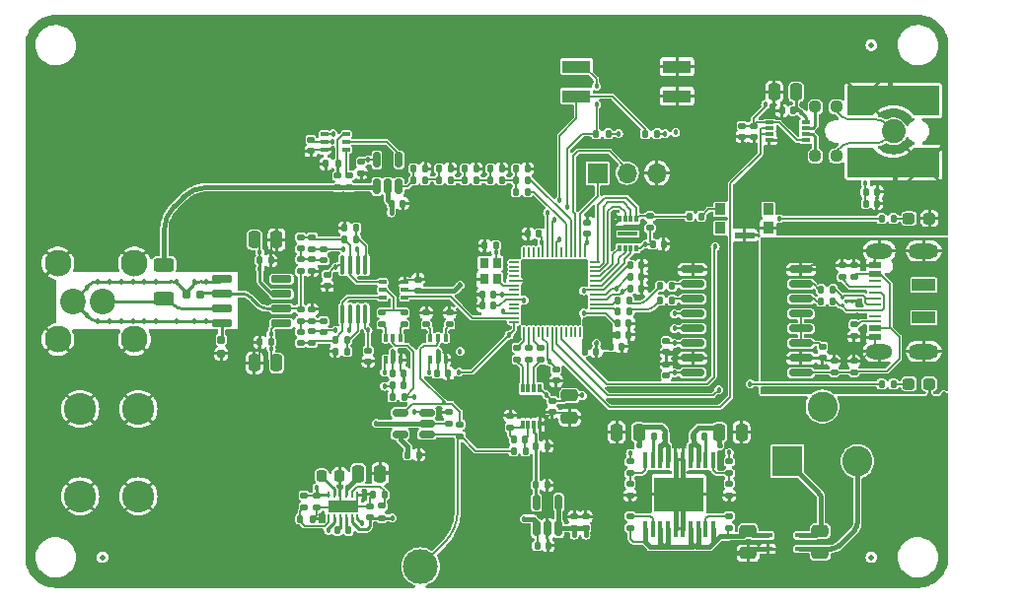
<source format=gtl>
G04 #@! TF.GenerationSoftware,KiCad,Pcbnew,7.0.6-7.0.6~ubuntu20.04.1*
G04 #@! TF.CreationDate,2024-04-09T16:12:21-07:00*
G04 #@! TF.ProjectId,harp_lick_detector_capactive,68617270-5f6c-4696-936b-5f6465746563,rev?*
G04 #@! TF.SameCoordinates,PX640a5a0PY7088980*
G04 #@! TF.FileFunction,Copper,L1,Top*
G04 #@! TF.FilePolarity,Positive*
%FSLAX46Y46*%
G04 Gerber Fmt 4.6, Leading zero omitted, Abs format (unit mm)*
G04 Created by KiCad (PCBNEW 7.0.6-7.0.6~ubuntu20.04.1) date 2024-04-09 16:12:21*
%MOMM*%
%LPD*%
G01*
G04 APERTURE LIST*
G04 Aperture macros list*
%AMRoundRect*
0 Rectangle with rounded corners*
0 $1 Rounding radius*
0 $2 $3 $4 $5 $6 $7 $8 $9 X,Y pos of 4 corners*
0 Add a 4 corners polygon primitive as box body*
4,1,4,$2,$3,$4,$5,$6,$7,$8,$9,$2,$3,0*
0 Add four circle primitives for the rounded corners*
1,1,$1+$1,$2,$3*
1,1,$1+$1,$4,$5*
1,1,$1+$1,$6,$7*
1,1,$1+$1,$8,$9*
0 Add four rect primitives between the rounded corners*
20,1,$1+$1,$2,$3,$4,$5,0*
20,1,$1+$1,$4,$5,$6,$7,0*
20,1,$1+$1,$6,$7,$8,$9,0*
20,1,$1+$1,$8,$9,$2,$3,0*%
%AMFreePoly0*
4,1,40,6.515355,1.015355,6.530000,0.980000,6.530000,-1.460000,6.515355,-1.495355,6.480000,-1.510000,4.370000,-1.510000,4.367882,-1.509122,4.365698,-1.509814,4.350485,-1.501916,4.334645,-1.495355,4.333768,-1.493237,4.331734,-1.492182,4.233315,-1.375157,4.010127,-1.166713,3.760982,-0.990847,3.490207,-0.850543,3.202844,-0.748414,2.904254,-0.686367,2.599999,-0.665555,2.295745,-0.686367,
1.997154,-0.748415,1.709792,-0.850543,1.439022,-0.990844,1.189872,-1.166713,0.966684,-1.375157,0.868266,-1.492182,0.866231,-1.493237,0.865355,-1.495355,0.849514,-1.501916,0.834302,-1.509814,0.832117,-1.509122,0.830000,-1.510000,-1.280000,-1.510000,-1.315355,-1.495355,-1.330000,-1.460000,-1.330000,0.980000,-1.315355,1.015355,-1.280000,1.030000,6.480000,1.030000,6.515355,1.015355,
6.515355,1.015355,$1*%
G04 Aperture macros list end*
G04 #@! TA.AperFunction,SMDPad,CuDef*
%ADD10RoundRect,0.250000X-0.475000X0.250000X-0.475000X-0.250000X0.475000X-0.250000X0.475000X0.250000X0*%
G04 #@! TD*
G04 #@! TA.AperFunction,SMDPad,CuDef*
%ADD11RoundRect,0.140000X-0.140000X-0.170000X0.140000X-0.170000X0.140000X0.170000X-0.140000X0.170000X0*%
G04 #@! TD*
G04 #@! TA.AperFunction,SMDPad,CuDef*
%ADD12RoundRect,0.140000X0.170000X-0.140000X0.170000X0.140000X-0.170000X0.140000X-0.170000X-0.140000X0*%
G04 #@! TD*
G04 #@! TA.AperFunction,SMDPad,CuDef*
%ADD13RoundRect,0.135000X0.185000X-0.135000X0.185000X0.135000X-0.185000X0.135000X-0.185000X-0.135000X0*%
G04 #@! TD*
G04 #@! TA.AperFunction,SMDPad,CuDef*
%ADD14RoundRect,0.135000X-0.185000X0.135000X-0.185000X-0.135000X0.185000X-0.135000X0.185000X0.135000X0*%
G04 #@! TD*
G04 #@! TA.AperFunction,SMDPad,CuDef*
%ADD15RoundRect,0.237500X0.287500X0.237500X-0.287500X0.237500X-0.287500X-0.237500X0.287500X-0.237500X0*%
G04 #@! TD*
G04 #@! TA.AperFunction,SMDPad,CuDef*
%ADD16RoundRect,0.140000X0.140000X0.170000X-0.140000X0.170000X-0.140000X-0.170000X0.140000X-0.170000X0*%
G04 #@! TD*
G04 #@! TA.AperFunction,SMDPad,CuDef*
%ADD17RoundRect,0.135000X-0.135000X-0.185000X0.135000X-0.185000X0.135000X0.185000X-0.135000X0.185000X0*%
G04 #@! TD*
G04 #@! TA.AperFunction,ComponentPad*
%ADD18R,2.600000X2.600000*%
G04 #@! TD*
G04 #@! TA.AperFunction,ComponentPad*
%ADD19C,2.600000*%
G04 #@! TD*
G04 #@! TA.AperFunction,SMDPad,CuDef*
%ADD20RoundRect,0.160000X0.160000X-0.197500X0.160000X0.197500X-0.160000X0.197500X-0.160000X-0.197500X0*%
G04 #@! TD*
G04 #@! TA.AperFunction,SMDPad,CuDef*
%ADD21RoundRect,0.150000X0.512500X0.150000X-0.512500X0.150000X-0.512500X-0.150000X0.512500X-0.150000X0*%
G04 #@! TD*
G04 #@! TA.AperFunction,ComponentPad*
%ADD22C,2.200000*%
G04 #@! TD*
G04 #@! TA.AperFunction,ComponentPad*
%ADD23C,2.300000*%
G04 #@! TD*
G04 #@! TA.AperFunction,SMDPad,CuDef*
%ADD24R,2.440000X1.120000*%
G04 #@! TD*
G04 #@! TA.AperFunction,SMDPad,CuDef*
%ADD25RoundRect,0.100000X0.225000X0.100000X-0.225000X0.100000X-0.225000X-0.100000X0.225000X-0.100000X0*%
G04 #@! TD*
G04 #@! TA.AperFunction,SMDPad,CuDef*
%ADD26RoundRect,0.075000X-0.075000X0.075000X-0.075000X-0.075000X0.075000X-0.075000X0.075000X0.075000X0*%
G04 #@! TD*
G04 #@! TA.AperFunction,SMDPad,CuDef*
%ADD27RoundRect,0.250000X-0.625000X0.312500X-0.625000X-0.312500X0.625000X-0.312500X0.625000X0.312500X0*%
G04 #@! TD*
G04 #@! TA.AperFunction,SMDPad,CuDef*
%ADD28RoundRect,0.062500X-0.062500X0.187500X-0.062500X-0.187500X0.062500X-0.187500X0.062500X0.187500X0*%
G04 #@! TD*
G04 #@! TA.AperFunction,ComponentPad*
%ADD29C,0.600000*%
G04 #@! TD*
G04 #@! TA.AperFunction,SMDPad,CuDef*
%ADD30R,2.650000X1.000000*%
G04 #@! TD*
G04 #@! TA.AperFunction,SMDPad,CuDef*
%ADD31RoundRect,0.250000X0.250000X0.475000X-0.250000X0.475000X-0.250000X-0.475000X0.250000X-0.475000X0*%
G04 #@! TD*
G04 #@! TA.AperFunction,SMDPad,CuDef*
%ADD32RoundRect,0.250000X-0.250000X-0.475000X0.250000X-0.475000X0.250000X0.475000X-0.250000X0.475000X0*%
G04 #@! TD*
G04 #@! TA.AperFunction,SMDPad,CuDef*
%ADD33RoundRect,0.100000X0.100000X-0.225000X0.100000X0.225000X-0.100000X0.225000X-0.100000X-0.225000X0*%
G04 #@! TD*
G04 #@! TA.AperFunction,SMDPad,CuDef*
%ADD34RoundRect,0.135000X0.135000X0.185000X-0.135000X0.185000X-0.135000X-0.185000X0.135000X-0.185000X0*%
G04 #@! TD*
G04 #@! TA.AperFunction,SMDPad,CuDef*
%ADD35RoundRect,0.150000X-0.725000X-0.150000X0.725000X-0.150000X0.725000X0.150000X-0.725000X0.150000X0*%
G04 #@! TD*
G04 #@! TA.AperFunction,SMDPad,CuDef*
%ADD36R,0.800000X0.300000*%
G04 #@! TD*
G04 #@! TA.AperFunction,SMDPad,CuDef*
%ADD37RoundRect,0.050000X-0.050000X0.387500X-0.050000X-0.387500X0.050000X-0.387500X0.050000X0.387500X0*%
G04 #@! TD*
G04 #@! TA.AperFunction,SMDPad,CuDef*
%ADD38RoundRect,0.050000X-0.387500X0.050000X-0.387500X-0.050000X0.387500X-0.050000X0.387500X0.050000X0*%
G04 #@! TD*
G04 #@! TA.AperFunction,ComponentPad*
%ADD39C,0.457200*%
G04 #@! TD*
G04 #@! TA.AperFunction,SMDPad,CuDef*
%ADD40RoundRect,0.144000X-1.456000X1.456000X-1.456000X-1.456000X1.456000X-1.456000X1.456000X1.456000X0*%
G04 #@! TD*
G04 #@! TA.AperFunction,SMDPad,CuDef*
%ADD41RoundRect,0.237500X-0.250000X-0.237500X0.250000X-0.237500X0.250000X0.237500X-0.250000X0.237500X0*%
G04 #@! TD*
G04 #@! TA.AperFunction,SMDPad,CuDef*
%ADD42R,2.000000X1.000000*%
G04 #@! TD*
G04 #@! TA.AperFunction,SMDPad,CuDef*
%ADD43R,1.000000X0.520000*%
G04 #@! TD*
G04 #@! TA.AperFunction,SMDPad,CuDef*
%ADD44R,1.000000X0.270000*%
G04 #@! TD*
G04 #@! TA.AperFunction,ComponentPad*
%ADD45O,2.300000X1.300000*%
G04 #@! TD*
G04 #@! TA.AperFunction,ComponentPad*
%ADD46O,2.600000X1.300000*%
G04 #@! TD*
G04 #@! TA.AperFunction,SMDPad,CuDef*
%ADD47R,0.900000X1.000000*%
G04 #@! TD*
G04 #@! TA.AperFunction,SMDPad,CuDef*
%ADD48R,1.700000X0.550000*%
G04 #@! TD*
G04 #@! TA.AperFunction,SMDPad,CuDef*
%ADD49RoundRect,0.100000X-0.225000X-0.100000X0.225000X-0.100000X0.225000X0.100000X-0.225000X0.100000X0*%
G04 #@! TD*
G04 #@! TA.AperFunction,SMDPad,CuDef*
%ADD50RoundRect,0.100000X0.100000X-0.712500X0.100000X0.712500X-0.100000X0.712500X-0.100000X-0.712500X0*%
G04 #@! TD*
G04 #@! TA.AperFunction,SMDPad,CuDef*
%ADD51R,0.800000X0.900000*%
G04 #@! TD*
G04 #@! TA.AperFunction,SMDPad,CuDef*
%ADD52RoundRect,0.147500X-0.172500X0.147500X-0.172500X-0.147500X0.172500X-0.147500X0.172500X0.147500X0*%
G04 #@! TD*
G04 #@! TA.AperFunction,SMDPad,CuDef*
%ADD53RoundRect,0.140000X-0.170000X0.140000X-0.170000X-0.140000X0.170000X-0.140000X0.170000X0.140000X0*%
G04 #@! TD*
G04 #@! TA.AperFunction,SMDPad,CuDef*
%ADD54C,0.500000*%
G04 #@! TD*
G04 #@! TA.AperFunction,SMDPad,CuDef*
%ADD55RoundRect,0.150000X0.875000X0.150000X-0.875000X0.150000X-0.875000X-0.150000X0.875000X-0.150000X0*%
G04 #@! TD*
G04 #@! TA.AperFunction,SMDPad,CuDef*
%ADD56R,0.300000X0.800000*%
G04 #@! TD*
G04 #@! TA.AperFunction,SMDPad,CuDef*
%ADD57C,2.050000*%
G04 #@! TD*
G04 #@! TA.AperFunction,SMDPad,CuDef*
%ADD58FreePoly0,180.000000*%
G04 #@! TD*
G04 #@! TA.AperFunction,SMDPad,CuDef*
%ADD59FreePoly0,0.000000*%
G04 #@! TD*
G04 #@! TA.AperFunction,SMDPad,CuDef*
%ADD60RoundRect,0.147500X0.147500X0.172500X-0.147500X0.172500X-0.147500X-0.172500X0.147500X-0.172500X0*%
G04 #@! TD*
G04 #@! TA.AperFunction,SMDPad,CuDef*
%ADD61R,0.450000X1.450000*%
G04 #@! TD*
G04 #@! TA.AperFunction,SMDPad,CuDef*
%ADD62R,4.200000X3.000000*%
G04 #@! TD*
G04 #@! TA.AperFunction,SMDPad,CuDef*
%ADD63RoundRect,0.160000X-0.197500X-0.160000X0.197500X-0.160000X0.197500X0.160000X-0.197500X0.160000X0*%
G04 #@! TD*
G04 #@! TA.AperFunction,ComponentPad*
%ADD64C,2.750000*%
G04 #@! TD*
G04 #@! TA.AperFunction,SMDPad,CuDef*
%ADD65RoundRect,0.225000X-0.225000X-0.250000X0.225000X-0.250000X0.225000X0.250000X-0.225000X0.250000X0*%
G04 #@! TD*
G04 #@! TA.AperFunction,SMDPad,CuDef*
%ADD66RoundRect,0.150000X0.150000X-0.512500X0.150000X0.512500X-0.150000X0.512500X-0.150000X-0.512500X0*%
G04 #@! TD*
G04 #@! TA.AperFunction,ComponentPad*
%ADD67R,1.700000X1.700000*%
G04 #@! TD*
G04 #@! TA.AperFunction,ComponentPad*
%ADD68O,1.700000X1.700000*%
G04 #@! TD*
G04 #@! TA.AperFunction,SMDPad,CuDef*
%ADD69R,0.300000X0.600000*%
G04 #@! TD*
G04 #@! TA.AperFunction,SMDPad,CuDef*
%ADD70R,1.700000X0.300000*%
G04 #@! TD*
G04 #@! TA.AperFunction,SMDPad,CuDef*
%ADD71RoundRect,0.100000X0.350000X0.100000X-0.350000X0.100000X-0.350000X-0.100000X0.350000X-0.100000X0*%
G04 #@! TD*
G04 #@! TA.AperFunction,ComponentPad*
%ADD72C,3.000000*%
G04 #@! TD*
G04 #@! TA.AperFunction,ViaPad*
%ADD73C,0.457200*%
G04 #@! TD*
G04 #@! TA.AperFunction,Conductor*
%ADD74C,0.400000*%
G04 #@! TD*
G04 #@! TA.AperFunction,Conductor*
%ADD75C,0.152400*%
G04 #@! TD*
G04 #@! TA.AperFunction,Conductor*
%ADD76C,0.200000*%
G04 #@! TD*
G04 #@! TA.AperFunction,Conductor*
%ADD77C,0.500000*%
G04 #@! TD*
G04 #@! TA.AperFunction,Conductor*
%ADD78C,0.250000*%
G04 #@! TD*
G04 #@! TA.AperFunction,Conductor*
%ADD79C,0.254000*%
G04 #@! TD*
G04 APERTURE END LIST*
D10*
G04 #@! TO.P,C67,1*
G04 #@! TO.N,+12V*
X68600000Y5250000D03*
G04 #@! TO.P,C67,2*
G04 #@! TO.N,GND2*
X68600000Y3350000D03*
G04 #@! TD*
D11*
G04 #@! TO.P,C6,1*
G04 #@! TO.N,GND*
X39620000Y24600000D03*
G04 #@! TO.P,C6,2*
G04 #@! TO.N,+1V1*
X40580000Y24600000D03*
G04 #@! TD*
D12*
G04 #@! TO.P,C30,1*
G04 #@! TO.N,Net-(C30-Pad1)*
X24000000Y29520000D03*
G04 #@! TO.P,C30,2*
G04 #@! TO.N,Net-(C30-Pad2)*
X24000000Y30480000D03*
G04 #@! TD*
D13*
G04 #@! TO.P,R28,1*
G04 #@! TO.N,Net-(U13-SDO)*
X43600000Y19990000D03*
G04 #@! TO.P,R28,2*
G04 #@! TO.N,/Harp Core RP2040 + Isolated USB/PIO_POCI*
X43600000Y21010000D03*
G04 #@! TD*
D14*
G04 #@! TO.P,R24,1*
G04 #@! TO.N,GND*
X25000000Y24310000D03*
G04 #@! TO.P,R24,2*
G04 #@! TO.N,Net-(C33-Pad1)*
X25000000Y23290000D03*
G04 #@! TD*
D15*
G04 #@! TO.P,D1,1,K*
G04 #@! TO.N,GND*
X77975000Y17900000D03*
G04 #@! TO.P,D1,2,A*
G04 #@! TO.N,Net-(D1-A)*
X76225000Y17900000D03*
G04 #@! TD*
D14*
G04 #@! TO.P,R56,1*
G04 #@! TO.N,Net-(R56-Pad1)*
X28200000Y35810000D03*
G04 #@! TO.P,R56,2*
G04 #@! TO.N,/100KHz Sine Wave/VSINE*
X28200000Y34790000D03*
G04 #@! TD*
D16*
G04 #@! TO.P,C21,1*
G04 #@! TO.N,-2V5*
X21480000Y21500000D03*
G04 #@! TO.P,C21,2*
G04 #@! TO.N,GND*
X20520000Y21500000D03*
G04 #@! TD*
G04 #@! TO.P,C19,1*
G04 #@! TO.N,GND*
X49380000Y20700000D03*
G04 #@! TO.P,C19,2*
G04 #@! TO.N,+3V3*
X48420000Y20700000D03*
G04 #@! TD*
D13*
G04 #@! TO.P,R40,1*
G04 #@! TO.N,GND*
X60800000Y8327500D03*
G04 #@! TO.P,R40,2*
G04 #@! TO.N,Net-(U12-ADJ1)*
X60800000Y9347500D03*
G04 #@! TD*
G04 #@! TO.P,R44,1*
G04 #@! TO.N,Net-(U13-~{CS})*
X42600000Y19990000D03*
G04 #@! TO.P,R44,2*
G04 #@! TO.N,/Harp Core RP2040 + Isolated USB/PIO_CS*
X42600000Y21010000D03*
G04 #@! TD*
D11*
G04 #@! TO.P,C9,1*
G04 #@! TO.N,+1V1*
X51220000Y23100000D03*
G04 #@! TO.P,C9,2*
G04 #@! TO.N,GND*
X52180000Y23100000D03*
G04 #@! TD*
D17*
G04 #@! TO.P,R58,1*
G04 #@! TO.N,/Harp Core RP2040 + Isolated USB/GAIN_SEL_DIP*
X53590000Y39400000D03*
G04 #@! TO.P,R58,2*
G04 #@! TO.N,+3V3*
X54610000Y39400000D03*
G04 #@! TD*
D18*
G04 #@! TO.P,J6,1*
G04 #@! TO.N,+12V*
X65800000Y11250000D03*
D19*
G04 #@! TO.P,J6,2*
G04 #@! TO.N,GND2*
X71800000Y11250000D03*
G04 #@! TO.P,J6,3*
G04 #@! TO.N,unconnected-(J6-Pad3)*
X68800000Y15950000D03*
G04 #@! TD*
D12*
G04 #@! TO.P,C61,1*
G04 #@! TO.N,GND*
X29200000Y36020000D03*
G04 #@! TO.P,C61,2*
G04 #@! TO.N,+2V5*
X29200000Y36980000D03*
G04 #@! TD*
G04 #@! TO.P,C27,1*
G04 #@! TO.N,+5V*
X48500000Y5520000D03*
G04 #@! TO.P,C27,2*
G04 #@! TO.N,GND*
X48500000Y6480000D03*
G04 #@! TD*
D16*
G04 #@! TO.P,C38,1*
G04 #@! TO.N,GND*
X32880000Y17800000D03*
G04 #@! TO.P,C38,2*
G04 #@! TO.N,VREF_1V25*
X31920000Y17800000D03*
G04 #@! TD*
D10*
G04 #@! TO.P,C45,1*
G04 #@! TO.N,IN1*
X62400000Y5250000D03*
G04 #@! TO.P,C45,2*
G04 #@! TO.N,GND*
X62400000Y3350000D03*
G04 #@! TD*
D20*
G04 #@! TO.P,R59,1*
G04 #@! TO.N,GND*
X17200000Y20502500D03*
G04 #@! TO.P,R59,2*
G04 #@! TO.N,/Lick Detection Analog Front End/triax_inner_shield*
X17200000Y21697500D03*
G04 #@! TD*
D21*
G04 #@! TO.P,U16,1*
G04 #@! TO.N,Net-(R22-Pad2)*
X34837500Y13550000D03*
G04 #@! TO.P,U16,2,V-*
G04 #@! TO.N,-2V5*
X34837500Y14500000D03*
G04 #@! TO.P,U16,3,+*
G04 #@! TO.N,Net-(U16-+)*
X34837500Y15450000D03*
G04 #@! TO.P,U16,4,-*
G04 #@! TO.N,Net-(U16--)*
X32562500Y15450000D03*
G04 #@! TO.P,U16,5,V+*
G04 #@! TO.N,+2V5*
X32562500Y13550000D03*
G04 #@! TD*
D14*
G04 #@! TO.P,R26,1*
G04 #@! TO.N,Net-(U15A--)*
X25000000Y22410000D03*
G04 #@! TO.P,R26,2*
G04 #@! TO.N,Net-(C33-Pad2)*
X25000000Y21390000D03*
G04 #@! TD*
G04 #@! TO.P,R38,1*
G04 #@! TO.N,+5V*
X60800000Y11247500D03*
G04 #@! TO.P,R38,2*
G04 #@! TO.N,Net-(U12-ADJ1)*
X60800000Y10227500D03*
G04 #@! TD*
D22*
G04 #@! TO.P,J3,1,In*
G04 #@! TO.N,/Lick Detection Analog Front End/triax_core*
X7000000Y25000000D03*
G04 #@! TO.P,J3,2,Guard*
G04 #@! TO.N,/Lick Detection Analog Front End/triax_inner_shield*
X4460000Y25000000D03*
D23*
G04 #@! TO.P,J3,3,Shield*
G04 #@! TO.N,GND*
X3190000Y21723400D03*
X9743200Y21723400D03*
X3190000Y28276600D03*
X9743200Y28276600D03*
G04 #@! TD*
D17*
G04 #@! TO.P,R21,1*
G04 #@! TO.N,VREF_1V25*
X31890000Y16800000D03*
G04 #@! TO.P,R21,2*
G04 #@! TO.N,Net-(U16-+)*
X32910000Y16800000D03*
G04 #@! TD*
D24*
G04 #@! TO.P,SW2,1*
G04 #@! TO.N,/Harp Core RP2040 + Isolated USB/FREQ_SEL_DIP*
X47695000Y45170000D03*
G04 #@! TO.P,SW2,2*
G04 #@! TO.N,/Harp Core RP2040 + Isolated USB/GAIN_SEL_DIP*
X47695000Y42630000D03*
G04 #@! TO.P,SW2,3*
G04 #@! TO.N,GND*
X56305000Y42630000D03*
G04 #@! TO.P,SW2,4*
X56305000Y45170000D03*
G04 #@! TD*
D11*
G04 #@! TO.P,C13,1*
G04 #@! TO.N,GND*
X43520000Y30800000D03*
G04 #@! TO.P,C13,2*
G04 #@! TO.N,+3V3*
X44480000Y30800000D03*
G04 #@! TD*
D17*
G04 #@! TO.P,R11,1*
G04 #@! TO.N,Net-(U4-USB_DM)*
X51190000Y24100000D03*
G04 #@! TO.P,R11,2*
G04 #@! TO.N,/Harp Core RP2040 + Isolated USB/DD-*
X52210000Y24100000D03*
G04 #@! TD*
D11*
G04 #@! TO.P,C8,1*
G04 #@! TO.N,+3V3*
X72520000Y33400000D03*
G04 #@! TO.P,C8,2*
G04 #@! TO.N,GND*
X73480000Y33400000D03*
G04 #@! TD*
D25*
G04 #@! TO.P,U14,1*
G04 #@! TO.N,FILTER_SEL*
X32950000Y25350000D03*
G04 #@! TO.P,U14,2,Vcc*
G04 #@! TO.N,+3V3*
X32950000Y26000000D03*
G04 #@! TO.P,U14,3,GND*
G04 #@! TO.N,GND*
X32950000Y26650000D03*
G04 #@! TO.P,U14,4*
G04 #@! TO.N,Net-(C30-Pad2)*
X31050000Y26650000D03*
G04 #@! TO.P,U14,5*
G04 #@! TO.N,Net-(R49-Pad2)*
X31050000Y26000000D03*
G04 #@! TO.P,U14,6*
G04 #@! TO.N,Net-(C33-Pad2)*
X31050000Y25350000D03*
G04 #@! TD*
D26*
G04 #@! TO.P,U2,1,D+*
G04 #@! TO.N,/Harp Core RP2040 + Isolated USB/D+*
X70475000Y25350000D03*
G04 #@! TO.P,U2,2,D-*
G04 #@! TO.N,/Harp Core RP2040 + Isolated USB/D-*
X70475000Y24650000D03*
G04 #@! TO.P,U2,3,GND*
G04 #@! TO.N,GND1*
X71325000Y25000000D03*
G04 #@! TD*
D13*
G04 #@! TO.P,R53,1*
G04 #@! TO.N,Net-(R53-Pad1)*
X34800000Y22990000D03*
G04 #@! TO.P,R53,2*
G04 #@! TO.N,GND*
X34800000Y24010000D03*
G04 #@! TD*
D16*
G04 #@! TO.P,C41,1*
G04 #@! TO.N,Net-(U11-C+)*
X28130000Y5300000D03*
G04 #@! TO.P,C41,2*
G04 #@! TO.N,Net-(U11-C-)*
X27170000Y5300000D03*
G04 #@! TD*
D13*
G04 #@! TO.P,R29,1*
G04 #@! TO.N,Net-(U13-SCLK)*
X44600000Y19990000D03*
G04 #@! TO.P,R29,2*
G04 #@! TO.N,/Harp Core RP2040 + Isolated USB/PIO_SCK*
X44600000Y21010000D03*
G04 #@! TD*
G04 #@! TO.P,R51,1*
G04 #@! TO.N,Net-(R51-Pad1)*
X31000000Y22990000D03*
G04 #@! TO.P,R51,2*
G04 #@! TO.N,Net-(R49-Pad2)*
X31000000Y24010000D03*
G04 #@! TD*
D14*
G04 #@! TO.P,R39,1*
G04 #@! TO.N,+3V3*
X52300000Y11247500D03*
G04 #@! TO.P,R39,2*
G04 #@! TO.N,Net-(U12-ADJ2)*
X52300000Y10227500D03*
G04 #@! TD*
D27*
G04 #@! TO.P,R14,1*
G04 #@! TO.N,/100KHz Sine Wave/VSINE*
X12300000Y28150000D03*
G04 #@! TO.P,R14,2*
G04 #@! TO.N,/Lick Detection Analog Front End/triax_core*
X12300000Y25225000D03*
G04 #@! TD*
D16*
G04 #@! TO.P,C28,1*
G04 #@! TO.N,GND*
X45180000Y9200000D03*
G04 #@! TO.P,C28,2*
G04 #@! TO.N,VREF_2V5*
X44220000Y9200000D03*
G04 #@! TD*
D12*
G04 #@! TO.P,C56,1*
G04 #@! TO.N,VBUS*
X71500000Y18920000D03*
G04 #@! TO.P,C56,2*
G04 #@! TO.N,GND1*
X71500000Y19880000D03*
G04 #@! TD*
D28*
G04 #@! TO.P,U11,1,PGOOD*
G04 #@! TO.N,GND*
X28900000Y8350000D03*
G04 #@! TO.P,U11,2,FB+*
G04 #@! TO.N,Net-(U11-FB+)*
X28400000Y8350000D03*
G04 #@! TO.P,U11,3,VIN*
G04 #@! TO.N,+5V*
X27900000Y8350000D03*
G04 #@! TO.P,U11,4,GND*
G04 #@! TO.N,GND*
X27400000Y8350000D03*
G04 #@! TO.P,U11,5,CP*
G04 #@! TO.N,Net-(U11-CP)*
X26900000Y8350000D03*
G04 #@! TO.P,U11,6,OUT-*
G04 #@! TO.N,-2V5*
X26400000Y8350000D03*
G04 #@! TO.P,U11,7,FB-*
G04 #@! TO.N,Net-(U11-FB-)*
X26400000Y6450000D03*
G04 #@! TO.P,U11,8,EN-*
G04 #@! TO.N,+5V*
X26900000Y6450000D03*
G04 #@! TO.P,U11,9,C-*
G04 #@! TO.N,Net-(U11-C-)*
X27400000Y6450000D03*
G04 #@! TO.P,U11,10,C+*
G04 #@! TO.N,Net-(U11-C+)*
X27900000Y6450000D03*
G04 #@! TO.P,U11,11,OUT+*
G04 #@! TO.N,+2V5*
X28400000Y6450000D03*
G04 #@! TO.P,U11,12,EN+*
G04 #@! TO.N,+5V*
X28900000Y6450000D03*
D29*
G04 #@! TO.P,U11,13,PAD*
G04 #@! TO.N,GND*
X28650000Y7400000D03*
X27650000Y7400000D03*
D30*
X27650000Y7400000D03*
D29*
X26650000Y7400000D03*
G04 #@! TD*
D31*
G04 #@! TO.P,C22,1*
G04 #@! TO.N,GND*
X21950000Y30300000D03*
G04 #@! TO.P,C22,2*
G04 #@! TO.N,+2V5*
X20050000Y30300000D03*
G04 #@! TD*
D32*
G04 #@! TO.P,C40,1*
G04 #@! TO.N,+5V*
X28950000Y10200000D03*
G04 #@! TO.P,C40,2*
G04 #@! TO.N,GND*
X30850000Y10200000D03*
G04 #@! TD*
D12*
G04 #@! TO.P,C54,1*
G04 #@! TO.N,GND*
X62900000Y39120000D03*
G04 #@! TO.P,C54,2*
G04 #@! TO.N,+3V3*
X62900000Y40080000D03*
G04 #@! TD*
D13*
G04 #@! TO.P,R3,1*
G04 #@! TO.N,Net-(J5-CC2)*
X70500000Y27090000D03*
G04 #@! TO.P,R3,2*
G04 #@! TO.N,GND1*
X70500000Y28110000D03*
G04 #@! TD*
D12*
G04 #@! TO.P,C24,1*
G04 #@! TO.N,GND*
X26300000Y26320000D03*
G04 #@! TO.P,C24,2*
G04 #@! TO.N,+2V5*
X26300000Y27280000D03*
G04 #@! TD*
D33*
G04 #@! TO.P,U6,1*
G04 #@! TO.N,GAIN_SEL*
X35150000Y19950000D03*
G04 #@! TO.P,U6,2,Vcc*
G04 #@! TO.N,+3V3*
X35800000Y19950000D03*
G04 #@! TO.P,U6,3,GND*
G04 #@! TO.N,GND*
X36450000Y19950000D03*
G04 #@! TO.P,U6,4*
G04 #@! TO.N,Net-(R52-Pad1)*
X36450000Y21850000D03*
G04 #@! TO.P,U6,5*
G04 #@! TO.N,Net-(U16--)*
X35800000Y21850000D03*
G04 #@! TO.P,U6,6*
G04 #@! TO.N,Net-(R53-Pad1)*
X35150000Y21850000D03*
G04 #@! TD*
D34*
G04 #@! TO.P,R54,1*
G04 #@! TO.N,Net-(R54-Pad1)*
X27210000Y36800000D03*
G04 #@! TO.P,R54,2*
G04 #@! TO.N,GND*
X26190000Y36800000D03*
G04 #@! TD*
D35*
G04 #@! TO.P,U7,1,NC*
G04 #@! TO.N,/Lick Detection Analog Front End/triax_inner_shield*
X17225000Y26905000D03*
G04 #@! TO.P,U7,2,-*
G04 #@! TO.N,Net-(U7--)*
X17225000Y25635000D03*
G04 #@! TO.P,U7,3,+*
G04 #@! TO.N,/Lick Detection Analog Front End/triax_core*
X17225000Y24365000D03*
G04 #@! TO.P,U7,4,NC*
G04 #@! TO.N,/Lick Detection Analog Front End/triax_inner_shield*
X17225000Y23095000D03*
G04 #@! TO.P,U7,5,V-*
G04 #@! TO.N,-2V5*
X22375000Y23095000D03*
G04 #@! TO.P,U7,6*
G04 #@! TO.N,Net-(U7--)*
X22375000Y24365000D03*
G04 #@! TO.P,U7,7,V+*
G04 #@! TO.N,+2V5*
X22375000Y25635000D03*
G04 #@! TO.P,U7,8,~{SHDN}*
G04 #@! TO.N,unconnected-(U7-~{SHDN}-Pad8)*
X22375000Y26905000D03*
G04 #@! TD*
D36*
G04 #@! TO.P,U1,1,VCCA*
G04 #@! TO.N,+3V3*
X64250000Y40350000D03*
G04 #@! TO.P,U1,2,1A*
G04 #@! TO.N,/Harp Core RP2040 + Isolated USB/TTL_OUT*
X64250000Y39850000D03*
G04 #@! TO.P,U1,3,2A*
X64250000Y39350000D03*
G04 #@! TO.P,U1,4,GND*
G04 #@! TO.N,GND*
X64250000Y38850000D03*
G04 #@! TO.P,U1,5,DIR*
G04 #@! TO.N,+3V3*
X67350000Y38850000D03*
G04 #@! TO.P,U1,6,2B*
G04 #@! TO.N,Net-(U1-2B)*
X67350000Y39350000D03*
G04 #@! TO.P,U1,7,1B*
G04 #@! TO.N,Net-(U1-1B)*
X67350000Y39850000D03*
G04 #@! TO.P,U1,8,VCCB*
G04 #@! TO.N,+5V*
X67350000Y40350000D03*
G04 #@! TD*
D17*
G04 #@! TO.P,R47,1*
G04 #@! TO.N,GND*
X26990000Y20700000D03*
G04 #@! TO.P,R47,2*
G04 #@! TO.N,Net-(U15A-+)*
X28010000Y20700000D03*
G04 #@! TD*
G04 #@! TO.P,R46,1*
G04 #@! TO.N,GND*
X27790000Y31300000D03*
G04 #@! TO.P,R46,2*
G04 #@! TO.N,Net-(U15B-+)*
X28810000Y31300000D03*
G04 #@! TD*
G04 #@! TO.P,R57,1*
G04 #@! TO.N,/Harp Core RP2040 + Isolated USB/FREQ_SEL_DIP*
X49390000Y39400000D03*
G04 #@! TO.P,R57,2*
G04 #@! TO.N,+3V3*
X50410000Y39400000D03*
G04 #@! TD*
D37*
G04 #@! TO.P,U4,1,IOVDD*
G04 #@! TO.N,+3V3*
X48400000Y29200000D03*
G04 #@! TO.P,U4,2,GPIO0*
G04 #@! TO.N,/Harp Core RP2040 + Isolated USB/UART0_TXD*
X48000000Y29200000D03*
G04 #@! TO.P,U4,3,GPIO1*
G04 #@! TO.N,/Harp Core RP2040 + Isolated USB/UART0_RXD*
X47600000Y29200000D03*
G04 #@! TO.P,U4,4,GPIO2*
G04 #@! TO.N,/100KHz Sine Wave/100KHZ_IN*
X47200000Y29200000D03*
G04 #@! TO.P,U4,5,GPIO3*
G04 #@! TO.N,/100KHz Sine Wave/125KHZ_IN*
X46800000Y29200000D03*
G04 #@! TO.P,U4,6,GPIO4*
G04 #@! TO.N,unconnected-(U4-GPIO4-Pad6)*
X46400000Y29200000D03*
G04 #@! TO.P,U4,7,GPIO5*
G04 #@! TO.N,/Harp Core RP2040 + Isolated USB/HARP_CLK_SYNC*
X46000000Y29200000D03*
G04 #@! TO.P,U4,8,GPIO6*
G04 #@! TO.N,/Harp Core RP2040 + Isolated USB/FREQ_SEL_DIP*
X45600000Y29200000D03*
G04 #@! TO.P,U4,9,GPIO7*
G04 #@! TO.N,/Harp Core RP2040 + Isolated USB/GAIN_SEL_DIP*
X45200000Y29200000D03*
G04 #@! TO.P,U4,10,IOVDD*
G04 #@! TO.N,+3V3*
X44800000Y29200000D03*
G04 #@! TO.P,U4,11,GPIO8*
G04 #@! TO.N,unconnected-(U4-GPIO8-Pad11)*
X44400000Y29200000D03*
G04 #@! TO.P,U4,12,GPIO9*
G04 #@! TO.N,unconnected-(U4-GPIO9-Pad12)*
X44000000Y29200000D03*
G04 #@! TO.P,U4,13,GPIO10*
G04 #@! TO.N,unconnected-(U4-GPIO10-Pad13)*
X43600000Y29200000D03*
G04 #@! TO.P,U4,14,GPIO11*
G04 #@! TO.N,unconnected-(U4-GPIO11-Pad14)*
X43200000Y29200000D03*
D38*
G04 #@! TO.P,U4,15,GPIO12*
G04 #@! TO.N,unconnected-(U4-GPIO12-Pad15)*
X42362500Y28362500D03*
G04 #@! TO.P,U4,16,GPIO13*
G04 #@! TO.N,unconnected-(U4-GPIO13-Pad16)*
X42362500Y27962500D03*
G04 #@! TO.P,U4,17,GPIO14*
G04 #@! TO.N,unconnected-(U4-GPIO14-Pad17)*
X42362500Y27562500D03*
G04 #@! TO.P,U4,18,GPIO15*
G04 #@! TO.N,unconnected-(U4-GPIO15-Pad18)*
X42362500Y27162500D03*
G04 #@! TO.P,U4,19,TESTEN*
G04 #@! TO.N,GND*
X42362500Y26762500D03*
G04 #@! TO.P,U4,20,XIN*
G04 #@! TO.N,Net-(U4-XIN)*
X42362500Y26362500D03*
G04 #@! TO.P,U4,21,XOUT*
G04 #@! TO.N,unconnected-(U4-XOUT-Pad21)*
X42362500Y25962500D03*
G04 #@! TO.P,U4,22,IOVDD*
G04 #@! TO.N,+3V3*
X42362500Y25562500D03*
G04 #@! TO.P,U4,23,DVDD*
G04 #@! TO.N,+1V1*
X42362500Y25162500D03*
G04 #@! TO.P,U4,24,SWCLK*
G04 #@! TO.N,unconnected-(U4-SWCLK-Pad24)*
X42362500Y24762500D03*
G04 #@! TO.P,U4,25,SWD*
G04 #@! TO.N,unconnected-(U4-SWD-Pad25)*
X42362500Y24362500D03*
G04 #@! TO.P,U4,26,RUN*
G04 #@! TO.N,+3V3*
X42362500Y23962500D03*
G04 #@! TO.P,U4,27,GPIO16*
G04 #@! TO.N,FILTER_SEL*
X42362500Y23562500D03*
G04 #@! TO.P,U4,28,GPIO17*
G04 #@! TO.N,GAIN_SEL*
X42362500Y23162500D03*
D37*
G04 #@! TO.P,U4,29,GPIO18*
G04 #@! TO.N,/Harp Core RP2040 + Isolated USB/PIO_CS*
X43200000Y22325000D03*
G04 #@! TO.P,U4,30,GPIO19*
G04 #@! TO.N,/Harp Core RP2040 + Isolated USB/PIO_POCI*
X43600000Y22325000D03*
G04 #@! TO.P,U4,31,GPIO20*
G04 #@! TO.N,/Harp Core RP2040 + Isolated USB/PIO_SCK*
X44000000Y22325000D03*
G04 #@! TO.P,U4,32,GPIO21*
G04 #@! TO.N,unconnected-(U4-GPIO21-Pad32)*
X44400000Y22325000D03*
G04 #@! TO.P,U4,33,IOVDD*
G04 #@! TO.N,+3V3*
X44800000Y22325000D03*
G04 #@! TO.P,U4,34,GPIO22*
G04 #@! TO.N,unconnected-(U4-GPIO22-Pad34)*
X45200000Y22325000D03*
G04 #@! TO.P,U4,35,GPIO23*
G04 #@! TO.N,/Harp Core RP2040 + Isolated USB/TTL_OUT*
X45600000Y22325000D03*
G04 #@! TO.P,U4,36,GPIO24*
G04 #@! TO.N,Net-(U4-GPIO24)*
X46000000Y22325000D03*
G04 #@! TO.P,U4,37,GPIO25*
G04 #@! TO.N,Net-(U4-GPIO25)*
X46400000Y22325000D03*
G04 #@! TO.P,U4,38,GPIO26_ADC0*
G04 #@! TO.N,unconnected-(U4-GPIO26_ADC0-Pad38)*
X46800000Y22325000D03*
G04 #@! TO.P,U4,39,GPIO27_ADC1*
G04 #@! TO.N,unconnected-(U4-GPIO27_ADC1-Pad39)*
X47200000Y22325000D03*
G04 #@! TO.P,U4,40,GPIO28_ADC2*
G04 #@! TO.N,unconnected-(U4-GPIO28_ADC2-Pad40)*
X47600000Y22325000D03*
G04 #@! TO.P,U4,41,GPIO29_ADC3*
G04 #@! TO.N,unconnected-(U4-GPIO29_ADC3-Pad41)*
X48000000Y22325000D03*
G04 #@! TO.P,U4,42,IOVDD*
G04 #@! TO.N,+3V3*
X48400000Y22325000D03*
D38*
G04 #@! TO.P,U4,43,ADC_AVDD*
X49237500Y23162500D03*
G04 #@! TO.P,U4,44,VREG_IN*
X49237500Y23562500D03*
G04 #@! TO.P,U4,45,VREG_VOUT*
G04 #@! TO.N,+1V1*
X49237500Y23962500D03*
G04 #@! TO.P,U4,46,USB_DM*
G04 #@! TO.N,Net-(U4-USB_DM)*
X49237500Y24362500D03*
G04 #@! TO.P,U4,47,USB_DP*
G04 #@! TO.N,Net-(U4-USB_DP)*
X49237500Y24762500D03*
G04 #@! TO.P,U4,48,USB_VDD*
G04 #@! TO.N,+3V3*
X49237500Y25162500D03*
G04 #@! TO.P,U4,49,IOVDD*
X49237500Y25562500D03*
G04 #@! TO.P,U4,50,DVDD*
G04 #@! TO.N,+1V1*
X49237500Y25962500D03*
G04 #@! TO.P,U4,51,QSPI_SD3*
G04 #@! TO.N,/Harp Core RP2040 + Isolated USB/QSPI_D3*
X49237500Y26362500D03*
G04 #@! TO.P,U4,52,QSPI_SCLK*
G04 #@! TO.N,/Harp Core RP2040 + Isolated USB/QSPI_CLK*
X49237500Y26762500D03*
G04 #@! TO.P,U4,53,QSPI_SD0*
G04 #@! TO.N,/Harp Core RP2040 + Isolated USB/QSPI_D0*
X49237500Y27162500D03*
G04 #@! TO.P,U4,54,QSPI_SD2*
G04 #@! TO.N,/Harp Core RP2040 + Isolated USB/QSPI_D2*
X49237500Y27562500D03*
G04 #@! TO.P,U4,55,QSPI_SD1*
G04 #@! TO.N,/Harp Core RP2040 + Isolated USB/QSPI_D1*
X49237500Y27962500D03*
G04 #@! TO.P,U4,56,QSPI_SS*
G04 #@! TO.N,/Harp Core RP2040 + Isolated USB/QSPI_CS*
X49237500Y28362500D03*
D39*
G04 #@! TO.P,U4,57,GND*
G04 #@! TO.N,GND*
X47075000Y27037500D03*
X45800000Y27037500D03*
X44525000Y27037500D03*
X47075000Y25762500D03*
X45800000Y25762500D03*
D40*
X45800000Y25762500D03*
D39*
X44525000Y25762500D03*
X47075000Y24487500D03*
X45800000Y24487500D03*
X44525000Y24487500D03*
G04 #@! TD*
D12*
G04 #@! TO.P,C3,1*
G04 #@! TO.N,GND*
X55400000Y20620000D03*
G04 #@! TO.P,C3,2*
G04 #@! TO.N,+3V3*
X55400000Y21580000D03*
G04 #@! TD*
D41*
G04 #@! TO.P,R30,1*
G04 #@! TO.N,Net-(U1-1B)*
X68187500Y41700000D03*
G04 #@! TO.P,R30,2*
G04 #@! TO.N,Net-(J7-In)*
X70012500Y41700000D03*
G04 #@! TD*
D42*
G04 #@! TO.P,J5,*
G04 #@! TO.N,*
X77500000Y23600000D03*
X77500000Y26400000D03*
D43*
G04 #@! TO.P,J5,A1,GND*
G04 #@! TO.N,GND1*
X73300000Y21900000D03*
G04 #@! TO.P,J5,A4,VBUS*
G04 #@! TO.N,VBUS*
X73300000Y22650000D03*
D44*
G04 #@! TO.P,J5,A5,CC1*
G04 #@! TO.N,Net-(J5-CC1)*
X73300000Y23250000D03*
G04 #@! TO.P,J5,A6,D+*
G04 #@! TO.N,/Harp Core RP2040 + Isolated USB/D+*
X73300000Y24750000D03*
G04 #@! TO.P,J5,A7,D-*
G04 #@! TO.N,/Harp Core RP2040 + Isolated USB/D-*
X73300000Y25750000D03*
G04 #@! TO.P,J5,A8,SBU1*
G04 #@! TO.N,unconnected-(J5-SBU1-PadA8)*
X73300000Y26750000D03*
D43*
G04 #@! TO.P,J5,A9,VBUS*
G04 #@! TO.N,VBUS*
X73300000Y27350000D03*
G04 #@! TO.P,J5,A12,GND*
G04 #@! TO.N,GND1*
X73300000Y28100000D03*
G04 #@! TO.P,J5,B1,GND*
X73300000Y28100000D03*
G04 #@! TO.P,J5,B4,VBUS*
G04 #@! TO.N,VBUS*
X73300000Y27350000D03*
D44*
G04 #@! TO.P,J5,B5,CC2*
G04 #@! TO.N,Net-(J5-CC2)*
X73300000Y26250000D03*
G04 #@! TO.P,J5,B6,D+*
G04 #@! TO.N,/Harp Core RP2040 + Isolated USB/D+*
X73300000Y25250000D03*
G04 #@! TO.P,J5,B7,D-*
G04 #@! TO.N,/Harp Core RP2040 + Isolated USB/D-*
X73300000Y24250000D03*
G04 #@! TO.P,J5,B8,SBU2*
G04 #@! TO.N,unconnected-(J5-SBU2-PadB8)*
X73300000Y23750000D03*
D43*
G04 #@! TO.P,J5,B9,VBUS*
G04 #@! TO.N,VBUS*
X73300000Y22650000D03*
G04 #@! TO.P,J5,B12,GND*
G04 #@! TO.N,GND1*
X73300000Y21900000D03*
D45*
G04 #@! TO.P,J5,S1,SHIELD*
X73675000Y20680000D03*
D46*
X77500000Y20680000D03*
D45*
X73675000Y29320000D03*
D46*
X77500000Y29320000D03*
G04 #@! TD*
D14*
G04 #@! TO.P,R22,1*
G04 #@! TO.N,Net-(U16--)*
X37700000Y14410000D03*
G04 #@! TO.P,R22,2*
G04 #@! TO.N,Net-(R22-Pad2)*
X37700000Y13390000D03*
G04 #@! TD*
D31*
G04 #@! TO.P,C23,1*
G04 #@! TO.N,-2V5*
X21950000Y19700000D03*
G04 #@! TO.P,C23,2*
G04 #@! TO.N,GND*
X20050000Y19700000D03*
G04 #@! TD*
D34*
G04 #@! TO.P,R7,1*
G04 #@! TO.N,Net-(U3-DD-)*
X55910000Y25100000D03*
G04 #@! TO.P,R7,2*
G04 #@! TO.N,/Harp Core RP2040 + Isolated USB/DD-*
X54890000Y25100000D03*
G04 #@! TD*
G04 #@! TO.P,R50,1*
G04 #@! TO.N,/100KHz Sine Wave/125KHZ_IN*
X43510000Y34400000D03*
G04 #@! TO.P,R50,2*
G04 #@! TO.N,Net-(C35-Pad1)*
X42490000Y34400000D03*
G04 #@! TD*
D47*
G04 #@! TO.P,SW1,1*
G04 #@! TO.N,unconnected-(SW1-Pad1)*
X60050000Y31300000D03*
G04 #@! TO.P,SW1,2*
G04 #@! TO.N,/Harp Core RP2040 + Isolated USB/USB_Boot*
X60050000Y32900000D03*
G04 #@! TO.P,SW1,3*
G04 #@! TO.N,unconnected-(SW1-Pad3)*
X64150000Y32900000D03*
G04 #@! TO.P,SW1,4*
G04 #@! TO.N,GND*
X64150000Y31300000D03*
D48*
G04 #@! TO.P,SW1,SH*
X62100000Y30675000D03*
G04 #@! TD*
D12*
G04 #@! TO.P,C2,1*
G04 #@! TO.N,GND1*
X68800000Y20120000D03*
G04 #@! TO.P,C2,2*
G04 #@! TO.N,/Harp Core RP2040 + Isolated USB/VDD1*
X68800000Y21080000D03*
G04 #@! TD*
D34*
G04 #@! TO.P,R17,1*
G04 #@! TO.N,Net-(C36-Pad1)*
X39110000Y35400000D03*
G04 #@! TO.P,R17,2*
G04 #@! TO.N,Net-(C57-Pad1)*
X38090000Y35400000D03*
G04 #@! TD*
D49*
G04 #@! TO.P,U18,1*
G04 #@! TO.N,GAIN_SEL*
X26050000Y39350000D03*
G04 #@! TO.P,U18,2,Vcc*
G04 #@! TO.N,+3V3*
X26050000Y38700000D03*
G04 #@! TO.P,U18,3,GND*
G04 #@! TO.N,GND*
X26050000Y38050000D03*
G04 #@! TO.P,U18,4*
G04 #@! TO.N,Net-(R56-Pad1)*
X27950000Y38050000D03*
G04 #@! TO.P,U18,5*
G04 #@! TO.N,Net-(U17--)*
X27950000Y38700000D03*
G04 #@! TO.P,U18,6*
G04 #@! TO.N,Net-(R54-Pad1)*
X27950000Y39350000D03*
G04 #@! TD*
D13*
G04 #@! TO.P,R32,1*
G04 #@! TO.N,+2V5*
X31000000Y6390000D03*
G04 #@! TO.P,R32,2*
G04 #@! TO.N,Net-(U11-FB+)*
X31000000Y7410000D03*
G04 #@! TD*
D16*
G04 #@! TO.P,C60,1*
G04 #@! TO.N,GND*
X32880000Y18800000D03*
G04 #@! TO.P,C60,2*
G04 #@! TO.N,+3V3*
X31920000Y18800000D03*
G04 #@! TD*
D50*
G04 #@! TO.P,U15,1*
G04 #@! TO.N,Net-(C33-Pad2)*
X27625000Y23887500D03*
G04 #@! TO.P,U15,2,-*
G04 #@! TO.N,Net-(U15A--)*
X28275000Y23887500D03*
G04 #@! TO.P,U15,3,+*
G04 #@! TO.N,Net-(U15A-+)*
X28925000Y23887500D03*
G04 #@! TO.P,U15,4,V-*
G04 #@! TO.N,-2V5*
X29575000Y23887500D03*
G04 #@! TO.P,U15,5,+*
G04 #@! TO.N,Net-(U15B-+)*
X29575000Y28112500D03*
G04 #@! TO.P,U15,6,-*
G04 #@! TO.N,Net-(U15B--)*
X28925000Y28112500D03*
G04 #@! TO.P,U15,7*
G04 #@! TO.N,Net-(C30-Pad2)*
X28275000Y28112500D03*
G04 #@! TO.P,U15,8,V+*
G04 #@! TO.N,+2V5*
X27625000Y28112500D03*
G04 #@! TD*
D51*
G04 #@! TO.P,X1,1,Tri-State*
G04 #@! TO.N,unconnected-(X1-Tri-State-Pad1)*
X39750000Y28300000D03*
G04 #@! TO.P,X1,2,GND*
G04 #@! TO.N,GND*
X39750000Y26900000D03*
G04 #@! TO.P,X1,3,OUT*
G04 #@! TO.N,Net-(U4-XIN)*
X40850000Y26900000D03*
G04 #@! TO.P,X1,4,VDD*
G04 #@! TO.N,+3V3*
X40850000Y28300000D03*
G04 #@! TD*
D33*
G04 #@! TO.P,U9,1*
G04 #@! TO.N,GAIN_SEL*
X31300000Y19950000D03*
G04 #@! TO.P,U9,2,Vcc*
G04 #@! TO.N,+3V3*
X31950000Y19950000D03*
G04 #@! TO.P,U9,3,GND*
G04 #@! TO.N,GND*
X32600000Y19950000D03*
G04 #@! TO.P,U9,4*
G04 #@! TO.N,Net-(R49-Pad1)*
X32600000Y21850000D03*
G04 #@! TO.P,U9,5*
G04 #@! TO.N,Net-(U16-+)*
X31950000Y21850000D03*
G04 #@! TO.P,U9,6*
G04 #@! TO.N,Net-(R51-Pad1)*
X31300000Y21850000D03*
G04 #@! TD*
D16*
G04 #@! TO.P,C52,1*
G04 #@! TO.N,Net-(U13-AINP)*
X43280000Y13150000D03*
G04 #@! TO.P,C52,2*
G04 #@! TO.N,Net-(U13-AINM)*
X42320000Y13150000D03*
G04 #@! TD*
D34*
G04 #@! TO.P,R6,1*
G04 #@! TO.N,Net-(U3-DD+)*
X55910000Y26300000D03*
G04 #@! TO.P,R6,2*
G04 #@! TO.N,/Harp Core RP2040 + Isolated USB/DD+*
X54890000Y26300000D03*
G04 #@! TD*
D17*
G04 #@! TO.P,R12,1*
G04 #@! TO.N,Net-(U4-GPIO24)*
X73890000Y17900000D03*
G04 #@! TO.P,R12,2*
G04 #@! TO.N,Net-(D1-A)*
X74910000Y17900000D03*
G04 #@! TD*
D16*
G04 #@! TO.P,C50,1*
G04 #@! TO.N,GND*
X45180000Y12550000D03*
G04 #@! TO.P,C50,2*
G04 #@! TO.N,VREF_2V5*
X44220000Y12550000D03*
G04 #@! TD*
D52*
G04 #@! TO.P,D3,1,A1*
G04 #@! TO.N,GND1*
X71500000Y28085000D03*
G04 #@! TO.P,D3,2,A2*
G04 #@! TO.N,VBUS*
X71500000Y27115000D03*
G04 #@! TD*
D16*
G04 #@! TO.P,C14,1*
G04 #@! TO.N,GND*
X53280000Y26100000D03*
G04 #@! TO.P,C14,2*
G04 #@! TO.N,+3V3*
X52320000Y26100000D03*
G04 #@! TD*
D12*
G04 #@! TO.P,C44,1*
G04 #@! TO.N,GND*
X25350000Y7320000D03*
G04 #@! TO.P,C44,2*
G04 #@! TO.N,-2V5*
X25350000Y8280000D03*
G04 #@! TD*
D13*
G04 #@! TO.P,R52,1*
G04 #@! TO.N,Net-(R52-Pad1)*
X36800000Y22990000D03*
G04 #@! TO.P,R52,2*
G04 #@! TO.N,GND*
X36800000Y24010000D03*
G04 #@! TD*
D34*
G04 #@! TO.P,R4,1*
G04 #@! TO.N,/Harp Core RP2040 + Isolated USB/D+*
X69710000Y26000000D03*
G04 #@! TO.P,R4,2*
G04 #@! TO.N,Net-(U3-UD+)*
X68690000Y26000000D03*
G04 #@! TD*
D15*
G04 #@! TO.P,D2,1,K*
G04 #@! TO.N,GND*
X77975000Y32100000D03*
G04 #@! TO.P,D2,2,A*
G04 #@! TO.N,Net-(D2-A)*
X76225000Y32100000D03*
G04 #@! TD*
D16*
G04 #@! TO.P,C18,1*
G04 #@! TO.N,GND*
X53280000Y27100000D03*
G04 #@! TO.P,C18,2*
G04 #@! TO.N,+3V3*
X52320000Y27100000D03*
G04 #@! TD*
D11*
G04 #@! TO.P,C10,1*
G04 #@! TO.N,+3V3*
X51220000Y22100000D03*
G04 #@! TO.P,C10,2*
G04 #@! TO.N,GND*
X52180000Y22100000D03*
G04 #@! TD*
D34*
G04 #@! TO.P,R27,1*
G04 #@! TO.N,Net-(U15B-+)*
X28810000Y30300000D03*
G04 #@! TO.P,R27,2*
G04 #@! TO.N,Net-(C30-Pad2)*
X27790000Y30300000D03*
G04 #@! TD*
D13*
G04 #@! TO.P,R18,1*
G04 #@! TO.N,Net-(U7--)*
X24000000Y27590000D03*
G04 #@! TO.P,R18,2*
G04 #@! TO.N,Net-(C30-Pad1)*
X24000000Y28610000D03*
G04 #@! TD*
D34*
G04 #@! TO.P,R5,1*
G04 #@! TO.N,/Harp Core RP2040 + Isolated USB/D-*
X69710000Y25000000D03*
G04 #@! TO.P,R5,2*
G04 #@! TO.N,Net-(U3-UD-)*
X68690000Y25000000D03*
G04 #@! TD*
D16*
G04 #@! TO.P,C59,1*
G04 #@! TO.N,GND*
X45280000Y4000000D03*
G04 #@! TO.P,C59,2*
G04 #@! TO.N,VREF_1V25*
X44320000Y4000000D03*
G04 #@! TD*
D34*
G04 #@! TO.P,R16,1*
G04 #@! TO.N,Net-(C35-Pad1)*
X41310000Y35400000D03*
G04 #@! TO.P,R16,2*
G04 #@! TO.N,Net-(C36-Pad1)*
X40290000Y35400000D03*
G04 #@! TD*
D31*
G04 #@! TO.P,C48,1*
G04 #@! TO.N,+3V3*
X53050000Y13737500D03*
G04 #@! TO.P,C48,2*
G04 #@! TO.N,GND*
X51150000Y13737500D03*
G04 #@! TD*
D12*
G04 #@! TO.P,C66,1*
G04 #@! TO.N,-2V5*
X36700000Y14520000D03*
G04 #@! TO.P,C66,2*
G04 #@! TO.N,GND*
X36700000Y15480000D03*
G04 #@! TD*
D14*
G04 #@! TO.P,R23,1*
G04 #@! TO.N,Net-(U7--)*
X24000000Y24310000D03*
G04 #@! TO.P,R23,2*
G04 #@! TO.N,Net-(C33-Pad1)*
X24000000Y23290000D03*
G04 #@! TD*
D12*
G04 #@! TO.P,C51,1*
G04 #@! TO.N,GND*
X45600000Y15470000D03*
G04 #@! TO.P,C51,2*
G04 #@! TO.N,+3V3*
X45600000Y16430000D03*
G04 #@! TD*
D53*
G04 #@! TO.P,C37,1*
G04 #@! TO.N,GND1*
X69800000Y19880000D03*
G04 #@! TO.P,C37,2*
G04 #@! TO.N,VBUS*
X69800000Y18920000D03*
G04 #@! TD*
D14*
G04 #@! TO.P,R9,1*
G04 #@! TO.N,/Harp Core RP2040 + Isolated USB/QSPI_CS*
X54000000Y32310000D03*
G04 #@! TO.P,R9,2*
G04 #@! TO.N,+3V3*
X54000000Y31290000D03*
G04 #@! TD*
D54*
G04 #@! TO.P,FID2,*
G04 #@! TO.N,*
X73000000Y3000000D03*
G04 #@! TD*
D16*
G04 #@! TO.P,C1,1*
G04 #@! TO.N,GND*
X55180000Y29900000D03*
G04 #@! TO.P,C1,2*
G04 #@! TO.N,+3V3*
X54220000Y29900000D03*
G04 #@! TD*
D12*
G04 #@! TO.P,C31,1*
G04 #@! TO.N,Net-(C30-Pad1)*
X26000000Y28520000D03*
G04 #@! TO.P,C31,2*
G04 #@! TO.N,Net-(U15B--)*
X26000000Y29480000D03*
G04 #@! TD*
D11*
G04 #@! TO.P,C35,1*
G04 #@! TO.N,Net-(C35-Pad1)*
X42520000Y36400000D03*
G04 #@! TO.P,C35,2*
G04 #@! TO.N,GND*
X43480000Y36400000D03*
G04 #@! TD*
D10*
G04 #@! TO.P,C11,1*
G04 #@! TO.N,+3V3*
X47100000Y16900000D03*
G04 #@! TO.P,C11,2*
G04 #@! TO.N,GND*
X47100000Y15000000D03*
G04 #@! TD*
D31*
G04 #@! TO.P,C39,1*
G04 #@! TO.N,+5V*
X66550000Y43000000D03*
G04 #@! TO.P,C39,2*
G04 #@! TO.N,GND*
X64650000Y43000000D03*
G04 #@! TD*
D13*
G04 #@! TO.P,R41,1*
G04 #@! TO.N,GND*
X52300000Y8327500D03*
G04 #@! TO.P,R41,2*
G04 #@! TO.N,Net-(U12-ADJ2)*
X52300000Y9347500D03*
G04 #@! TD*
D53*
G04 #@! TO.P,C12,1*
G04 #@! TO.N,GND*
X48600000Y31780000D03*
G04 #@! TO.P,C12,2*
G04 #@! TO.N,+3V3*
X48600000Y30820000D03*
G04 #@! TD*
D11*
G04 #@! TO.P,C15,1*
G04 #@! TO.N,GND*
X39620000Y25600000D03*
G04 #@! TO.P,C15,2*
G04 #@! TO.N,+3V3*
X40580000Y25600000D03*
G04 #@! TD*
D55*
G04 #@! TO.P,U3,1,VBUS1*
G04 #@! TO.N,VBUS*
X66950000Y18855000D03*
G04 #@! TO.P,U3,2,GND1*
G04 #@! TO.N,GND1*
X66950000Y20125000D03*
G04 #@! TO.P,U3,3,VDD1*
G04 #@! TO.N,/Harp Core RP2040 + Isolated USB/VDD1*
X66950000Y21395000D03*
G04 #@! TO.P,U3,4,PDEN*
X66950000Y22665000D03*
G04 #@! TO.P,U3,5,SPU*
X66950000Y23935000D03*
G04 #@! TO.P,U3,6,UD-*
G04 #@! TO.N,Net-(U3-UD-)*
X66950000Y25205000D03*
G04 #@! TO.P,U3,7,UD+*
G04 #@! TO.N,Net-(U3-UD+)*
X66950000Y26475000D03*
G04 #@! TO.P,U3,8,GND1*
G04 #@! TO.N,GND1*
X66950000Y27745000D03*
G04 #@! TO.P,U3,9,GND2*
G04 #@! TO.N,GND*
X57650000Y27745000D03*
G04 #@! TO.P,U3,10,DD+*
G04 #@! TO.N,Net-(U3-DD+)*
X57650000Y26475000D03*
G04 #@! TO.P,U3,11,DD-*
G04 #@! TO.N,Net-(U3-DD-)*
X57650000Y25205000D03*
G04 #@! TO.P,U3,12,PIN*
G04 #@! TO.N,+3V3*
X57650000Y23935000D03*
G04 #@! TO.P,U3,13,SPD*
X57650000Y22665000D03*
G04 #@! TO.P,U3,14,VDD2*
X57650000Y21395000D03*
G04 #@! TO.P,U3,15,GND2*
G04 #@! TO.N,GND*
X57650000Y20125000D03*
G04 #@! TO.P,U3,16,VBUS2*
G04 #@! TO.N,+3V3*
X57650000Y18855000D03*
G04 #@! TD*
D11*
G04 #@! TO.P,C46,1*
G04 #@! TO.N,+5V*
X57720000Y13337500D03*
G04 #@! TO.P,C46,2*
G04 #@! TO.N,Net-(U12-BYP1)*
X58680000Y13337500D03*
G04 #@! TD*
G04 #@! TO.P,C55,1*
G04 #@! TO.N,GND*
X65320000Y41400000D03*
G04 #@! TO.P,C55,2*
G04 #@! TO.N,+5V*
X66280000Y41400000D03*
G04 #@! TD*
D16*
G04 #@! TO.P,C65,1*
G04 #@! TO.N,GND*
X34180000Y11800000D03*
G04 #@! TO.P,C65,2*
G04 #@! TO.N,+2V5*
X33220000Y11800000D03*
G04 #@! TD*
D11*
G04 #@! TO.P,C57,1*
G04 #@! TO.N,Net-(C57-Pad1)*
X38120000Y36400000D03*
G04 #@! TO.P,C57,2*
G04 #@! TO.N,GND*
X39080000Y36400000D03*
G04 #@! TD*
D53*
G04 #@! TO.P,C26,1*
G04 #@! TO.N,GND*
X47500000Y6480000D03*
G04 #@! TO.P,C26,2*
G04 #@! TO.N,+5V*
X47500000Y5520000D03*
G04 #@! TD*
D16*
G04 #@! TO.P,C47,1*
G04 #@! TO.N,+3V3*
X55280000Y13337500D03*
G04 #@! TO.P,C47,2*
G04 #@! TO.N,Net-(U12-BYP2)*
X54320000Y13337500D03*
G04 #@! TD*
D56*
G04 #@! TO.P,U13,1,DVDD*
G04 #@! TO.N,+3V3*
X44550000Y17500000D03*
G04 #@! TO.P,U13,2,SCLK*
G04 #@! TO.N,Net-(U13-SCLK)*
X44050000Y17500000D03*
G04 #@! TO.P,U13,3,SDO*
G04 #@! TO.N,Net-(U13-SDO)*
X43550000Y17500000D03*
G04 #@! TO.P,U13,4,~{CS}*
G04 #@! TO.N,Net-(U13-~{CS})*
X43050000Y17500000D03*
G04 #@! TO.P,U13,5,AINM*
G04 #@! TO.N,Net-(U13-AINM)*
X43050000Y14400000D03*
G04 #@! TO.P,U13,6,AINP*
G04 #@! TO.N,Net-(U13-AINP)*
X43550000Y14400000D03*
G04 #@! TO.P,U13,7,AVDD*
G04 #@! TO.N,VREF_2V5*
X44050000Y14400000D03*
G04 #@! TO.P,U13,8,GND*
G04 #@! TO.N,GND*
X44550000Y14400000D03*
G04 #@! TD*
D34*
G04 #@! TO.P,R8,1*
G04 #@! TO.N,/100KHz Sine Wave/100KHZ_IN*
X43510000Y35400000D03*
G04 #@! TO.P,R8,2*
G04 #@! TO.N,Net-(C35-Pad1)*
X42490000Y35400000D03*
G04 #@! TD*
D57*
G04 #@! TO.P,J7,1,In*
G04 #@! TO.N,Net-(J7-In)*
X74900000Y39600000D03*
D58*
G04 #@! TO.P,J7,2,Ext*
G04 #@! TO.N,GND*
X77500000Y36700000D03*
D59*
X72300000Y42500000D03*
G04 #@! TD*
D12*
G04 #@! TO.P,C16,1*
G04 #@! TO.N,GND*
X45950000Y18170000D03*
G04 #@! TO.P,C16,2*
G04 #@! TO.N,+3V3*
X45950000Y19130000D03*
G04 #@! TD*
D11*
G04 #@! TO.P,C62,1*
G04 #@! TO.N,-2V5*
X31820000Y33400000D03*
G04 #@! TO.P,C62,2*
G04 #@! TO.N,GND*
X32780000Y33400000D03*
G04 #@! TD*
D13*
G04 #@! TO.P,R37,1*
G04 #@! TO.N,IN1*
X52300000Y5527500D03*
G04 #@! TO.P,R37,2*
G04 #@! TO.N,Net-(U12-PWRGD2)*
X52300000Y6547500D03*
G04 #@! TD*
D17*
G04 #@! TO.P,R10,1*
G04 #@! TO.N,Net-(U4-USB_DP)*
X51190000Y25050000D03*
G04 #@! TO.P,R10,2*
G04 #@! TO.N,/Harp Core RP2040 + Isolated USB/DD+*
X52210000Y25050000D03*
G04 #@! TD*
D53*
G04 #@! TO.P,C34,1*
G04 #@! TO.N,Net-(C33-Pad1)*
X26000000Y23280000D03*
G04 #@! TO.P,C34,2*
G04 #@! TO.N,Net-(U15A--)*
X26000000Y22320000D03*
G04 #@! TD*
D13*
G04 #@! TO.P,R49,1*
G04 #@! TO.N,Net-(R49-Pad1)*
X32900000Y22990000D03*
G04 #@! TO.P,R49,2*
G04 #@! TO.N,Net-(R49-Pad2)*
X32900000Y24010000D03*
G04 #@! TD*
D16*
G04 #@! TO.P,C17,1*
G04 #@! TO.N,GND*
X51580000Y21100000D03*
G04 #@! TO.P,C17,2*
G04 #@! TO.N,+3V3*
X50620000Y21100000D03*
G04 #@! TD*
D17*
G04 #@! TO.P,R13,1*
G04 #@! TO.N,Net-(U4-GPIO25)*
X73890000Y32100000D03*
G04 #@! TO.P,R13,2*
G04 #@! TO.N,Net-(D2-A)*
X74910000Y32100000D03*
G04 #@! TD*
D60*
G04 #@! TO.P,D4,1,A1*
G04 #@! TO.N,GND*
X73485000Y34400000D03*
G04 #@! TO.P,D4,2,A2*
G04 #@! TO.N,+3V3*
X72515000Y34400000D03*
G04 #@! TD*
D14*
G04 #@! TO.P,R2,1*
G04 #@! TO.N,Net-(J5-CC1)*
X71500000Y23010000D03*
G04 #@! TO.P,R2,2*
G04 #@! TO.N,GND1*
X71500000Y21990000D03*
G04 #@! TD*
D16*
G04 #@! TO.P,C64,1*
G04 #@! TO.N,GND*
X36680000Y18800000D03*
G04 #@! TO.P,C64,2*
G04 #@! TO.N,+3V3*
X35720000Y18800000D03*
G04 #@! TD*
D12*
G04 #@! TO.P,C63,1*
G04 #@! TO.N,GND*
X24900000Y37920000D03*
G04 #@! TO.P,C63,2*
G04 #@! TO.N,+3V3*
X24900000Y38880000D03*
G04 #@! TD*
D16*
G04 #@! TO.P,C20,1*
G04 #@! TO.N,GND*
X21480000Y28500000D03*
G04 #@! TO.P,C20,2*
G04 #@! TO.N,+2V5*
X20520000Y28500000D03*
G04 #@! TD*
D61*
G04 #@! TO.P,U12,1,ADJ1*
G04 #@! TO.N,Net-(U12-ADJ1)*
X59425000Y11350000D03*
G04 #@! TO.P,U12,2,BYP1*
G04 #@! TO.N,Net-(U12-BYP1)*
X58775000Y11350000D03*
G04 #@! TO.P,U12,3,OUT1*
G04 #@! TO.N,+5V*
X58125000Y11350000D03*
G04 #@! TO.P,U12,4,OUT1*
X57475000Y11350000D03*
G04 #@! TO.P,U12,5,GND*
G04 #@! TO.N,GND*
X56825000Y11350000D03*
G04 #@! TO.P,U12,6,GND*
X56175000Y11350000D03*
G04 #@! TO.P,U12,7,OUT2*
G04 #@! TO.N,+3V3*
X55525000Y11350000D03*
G04 #@! TO.P,U12,8,OUT2*
X54875000Y11350000D03*
G04 #@! TO.P,U12,9,BYP2*
G04 #@! TO.N,Net-(U12-BYP2)*
X54225000Y11350000D03*
G04 #@! TO.P,U12,10,ADJ2*
G04 #@! TO.N,Net-(U12-ADJ2)*
X53575000Y11350000D03*
G04 #@! TO.P,U12,11,~{SHDN2}*
G04 #@! TO.N,IN1*
X53575000Y5450000D03*
G04 #@! TO.P,U12,12,PWRGD2*
G04 #@! TO.N,Net-(U12-PWRGD2)*
X54225000Y5450000D03*
G04 #@! TO.P,U12,13,IN2*
G04 #@! TO.N,IN1*
X54875000Y5450000D03*
G04 #@! TO.P,U12,14,IN2*
X55525000Y5450000D03*
G04 #@! TO.P,U12,15,GND*
G04 #@! TO.N,GND*
X56175000Y5450000D03*
G04 #@! TO.P,U12,16,GND*
X56825000Y5450000D03*
G04 #@! TO.P,U12,17,IN1*
G04 #@! TO.N,IN1*
X57475000Y5450000D03*
G04 #@! TO.P,U12,18,IN1*
X58125000Y5450000D03*
G04 #@! TO.P,U12,19,PWRGD1*
G04 #@! TO.N,Net-(U12-PWRGD1)*
X58775000Y5450000D03*
G04 #@! TO.P,U12,20,~{SHDN1}*
G04 #@! TO.N,IN1*
X59425000Y5450000D03*
D62*
G04 #@! TO.P,U12,21,GND*
G04 #@! TO.N,GND*
X56500000Y8400000D03*
G04 #@! TD*
D63*
G04 #@! TO.P,R15,1*
G04 #@! TO.N,/Lick Detection Analog Front End/triax_inner_shield*
X14202500Y25600000D03*
G04 #@! TO.P,R15,2*
G04 #@! TO.N,Net-(U7--)*
X15397500Y25600000D03*
G04 #@! TD*
D34*
G04 #@! TO.P,R34,1*
G04 #@! TO.N,Net-(U11-FB+)*
X31210000Y8400000D03*
G04 #@! TO.P,R34,2*
G04 #@! TO.N,GND*
X30190000Y8400000D03*
G04 #@! TD*
D53*
G04 #@! TO.P,C53,1*
G04 #@! TO.N,+3V3*
X61900000Y40080000D03*
G04 #@! TO.P,C53,2*
G04 #@! TO.N,GND*
X61900000Y39120000D03*
G04 #@! TD*
D64*
G04 #@! TO.P,H1,1,1*
G04 #@! TO.N,GND*
X10100000Y15750000D03*
X5100000Y15750000D03*
X10100000Y8250000D03*
X5100000Y8250000D03*
G04 #@! TD*
D65*
G04 #@! TO.P,C42,1*
G04 #@! TO.N,Net-(U11-CP)*
X25825000Y10000000D03*
G04 #@! TO.P,C42,2*
G04 #@! TO.N,GND*
X27375000Y10000000D03*
G04 #@! TD*
D17*
G04 #@! TO.P,R35,1*
G04 #@! TO.N,Net-(U11-FB-)*
X23990000Y6300000D03*
G04 #@! TO.P,R35,2*
G04 #@! TO.N,GND*
X25010000Y6300000D03*
G04 #@! TD*
D13*
G04 #@! TO.P,R19,1*
G04 #@! TO.N,GND*
X25000000Y27590000D03*
G04 #@! TO.P,R19,2*
G04 #@! TO.N,Net-(C30-Pad1)*
X25000000Y28610000D03*
G04 #@! TD*
D53*
G04 #@! TO.P,C5,1*
G04 #@! TO.N,GND*
X55400000Y19580000D03*
G04 #@! TO.P,C5,2*
G04 #@! TO.N,+3V3*
X55400000Y18620000D03*
G04 #@! TD*
D14*
G04 #@! TO.P,R55,1*
G04 #@! TO.N,Net-(R54-Pad1)*
X27200000Y35810000D03*
G04 #@! TO.P,R55,2*
G04 #@! TO.N,/100KHz Sine Wave/VSINE*
X27200000Y34790000D03*
G04 #@! TD*
D13*
G04 #@! TO.P,R20,1*
G04 #@! TO.N,Net-(U15B--)*
X25000000Y29490000D03*
G04 #@! TO.P,R20,2*
G04 #@! TO.N,Net-(C30-Pad2)*
X25000000Y30510000D03*
G04 #@! TD*
D41*
G04 #@! TO.P,R31,1*
G04 #@! TO.N,Net-(U1-2B)*
X68187500Y37500000D03*
G04 #@! TO.P,R31,2*
G04 #@! TO.N,Net-(J7-In)*
X70012500Y37500000D03*
G04 #@! TD*
D13*
G04 #@! TO.P,R36,1*
G04 #@! TO.N,IN1*
X60800000Y5527500D03*
G04 #@! TO.P,R36,2*
G04 #@! TO.N,Net-(U12-PWRGD1)*
X60800000Y6547500D03*
G04 #@! TD*
D66*
G04 #@! TO.P,U17,1*
G04 #@! TO.N,/100KHz Sine Wave/VSINE*
X30550000Y34862500D03*
G04 #@! TO.P,U17,2,V-*
G04 #@! TO.N,-2V5*
X31500000Y34862500D03*
G04 #@! TO.P,U17,3,+*
G04 #@! TO.N,Net-(U17-+)*
X32450000Y34862500D03*
G04 #@! TO.P,U17,4,-*
G04 #@! TO.N,Net-(U17--)*
X32450000Y37137500D03*
G04 #@! TO.P,U17,5,V+*
G04 #@! TO.N,+2V5*
X30550000Y37137500D03*
G04 #@! TD*
D53*
G04 #@! TO.P,C43,1*
G04 #@! TO.N,GND*
X29950000Y7380000D03*
G04 #@! TO.P,C43,2*
G04 #@! TO.N,+2V5*
X29950000Y6420000D03*
G04 #@! TD*
D34*
G04 #@! TO.P,R45,1*
G04 #@! TO.N,Net-(C57-Pad1)*
X36910000Y35400000D03*
G04 #@! TO.P,R45,2*
G04 #@! TO.N,Net-(C32-Pad1)*
X35890000Y35400000D03*
G04 #@! TD*
D53*
G04 #@! TO.P,C29,1*
G04 #@! TO.N,GND*
X34100000Y26880000D03*
G04 #@! TO.P,C29,2*
G04 #@! TO.N,+3V3*
X34100000Y25920000D03*
G04 #@! TD*
G04 #@! TO.P,C25,1*
G04 #@! TO.N,-2V5*
X29800000Y20780000D03*
G04 #@! TO.P,C25,2*
G04 #@! TO.N,GND*
X29800000Y19820000D03*
G04 #@! TD*
D32*
G04 #@! TO.P,C49,1*
G04 #@! TO.N,+5V*
X59950000Y13737500D03*
G04 #@! TO.P,C49,2*
G04 #@! TO.N,GND*
X61850000Y13737500D03*
G04 #@! TD*
D34*
G04 #@! TO.P,R43,1*
G04 #@! TO.N,Net-(U13-AINP)*
X43310000Y12150000D03*
G04 #@! TO.P,R43,2*
G04 #@! TO.N,Net-(R22-Pad2)*
X42290000Y12150000D03*
G04 #@! TD*
D67*
G04 #@! TO.P,J2,1,Pin_1*
G04 #@! TO.N,/Harp Core RP2040 + Isolated USB/UART0_TXD*
X49500000Y36000000D03*
D68*
G04 #@! TO.P,J2,2,Pin_2*
G04 #@! TO.N,/Harp Core RP2040 + Isolated USB/UART0_RXD*
X52040000Y36000000D03*
G04 #@! TO.P,J2,3,Pin_3*
G04 #@! TO.N,GND*
X54580000Y36000000D03*
G04 #@! TD*
D17*
G04 #@! TO.P,R25,1*
G04 #@! TO.N,Net-(U17-+)*
X33690000Y36400000D03*
G04 #@! TO.P,R25,2*
G04 #@! TO.N,GND*
X34710000Y36400000D03*
G04 #@! TD*
D54*
G04 #@! TO.P,FID1,*
G04 #@! TO.N,*
X7000000Y3000000D03*
G04 #@! TD*
D69*
G04 #@! TO.P,U5,1,~{CS}*
G04 #@! TO.N,/Harp Core RP2040 + Isolated USB/QSPI_CS*
X52850000Y32050000D03*
G04 #@! TO.P,U5,2,DO(IO1)*
G04 #@! TO.N,/Harp Core RP2040 + Isolated USB/QSPI_D1*
X52350000Y32050000D03*
G04 #@! TO.P,U5,3,IO2*
G04 #@! TO.N,/Harp Core RP2040 + Isolated USB/QSPI_D2*
X51850000Y32050000D03*
G04 #@! TO.P,U5,4,GND*
G04 #@! TO.N,GND*
X51350000Y32050000D03*
G04 #@! TO.P,U5,5,DI(IO0)*
G04 #@! TO.N,/Harp Core RP2040 + Isolated USB/QSPI_D0*
X51350000Y29550000D03*
G04 #@! TO.P,U5,6,CLK*
G04 #@! TO.N,/Harp Core RP2040 + Isolated USB/QSPI_CLK*
X51850000Y29550000D03*
G04 #@! TO.P,U5,7,IO3*
G04 #@! TO.N,/Harp Core RP2040 + Isolated USB/QSPI_D3*
X52350000Y29550000D03*
G04 #@! TO.P,U5,8,VCC*
G04 #@! TO.N,+3V3*
X52850000Y29550000D03*
D70*
G04 #@! TO.P,U5,9*
G04 #@! TO.N,N/C*
X52100000Y30800000D03*
G04 #@! TD*
D71*
G04 #@! TO.P,L1,1,1*
G04 #@! TO.N,GND2*
X66900000Y3725000D03*
G04 #@! TO.P,L1,2,2*
G04 #@! TO.N,+12V*
X66900000Y4875000D03*
G04 #@! TO.P,L1,3,3*
G04 #@! TO.N,IN1*
X64100000Y4875000D03*
G04 #@! TO.P,L1,4,4*
G04 #@! TO.N,GND*
X64100000Y3725000D03*
G04 #@! TD*
D14*
G04 #@! TO.P,R33,1*
G04 #@! TO.N,-2V5*
X24300000Y8310000D03*
G04 #@! TO.P,R33,2*
G04 #@! TO.N,Net-(U11-FB-)*
X24300000Y7290000D03*
G04 #@! TD*
D11*
G04 #@! TO.P,C36,1*
G04 #@! TO.N,Net-(C36-Pad1)*
X40320000Y36400000D03*
G04 #@! TO.P,C36,2*
G04 #@! TO.N,GND*
X41280000Y36400000D03*
G04 #@! TD*
D34*
G04 #@! TO.P,R48,1*
G04 #@! TO.N,Net-(U15A-+)*
X28010000Y21700000D03*
G04 #@! TO.P,R48,2*
G04 #@! TO.N,Net-(C33-Pad2)*
X26990000Y21700000D03*
G04 #@! TD*
D16*
G04 #@! TO.P,C32,1*
G04 #@! TO.N,Net-(C32-Pad1)*
X34680000Y35400000D03*
G04 #@! TO.P,C32,2*
G04 #@! TO.N,Net-(U17-+)*
X33720000Y35400000D03*
G04 #@! TD*
D54*
G04 #@! TO.P,FID3,*
G04 #@! TO.N,*
X73000000Y47000000D03*
G04 #@! TD*
D66*
G04 #@! TO.P,U8,1,VBIAS*
G04 #@! TO.N,VREF_1V25*
X44250000Y5462500D03*
G04 #@! TO.P,U8,2,GND*
G04 #@! TO.N,GND*
X45200000Y5462500D03*
G04 #@! TO.P,U8,3,EN*
G04 #@! TO.N,+5V*
X46150000Y5462500D03*
G04 #@! TO.P,U8,4,VIN*
X46150000Y7737500D03*
G04 #@! TO.P,U8,5,VREF*
G04 #@! TO.N,VREF_2V5*
X44250000Y7737500D03*
G04 #@! TD*
D16*
G04 #@! TO.P,C7,1*
G04 #@! TO.N,GND*
X53280000Y28100000D03*
G04 #@! TO.P,C7,2*
G04 #@! TO.N,+1V1*
X52320000Y28100000D03*
G04 #@! TD*
D11*
G04 #@! TO.P,C4,1*
G04 #@! TO.N,GND*
X39820000Y29800000D03*
G04 #@! TO.P,C4,2*
G04 #@! TO.N,+3V3*
X40780000Y29800000D03*
G04 #@! TD*
D53*
G04 #@! TO.P,C33,1*
G04 #@! TO.N,Net-(C33-Pad1)*
X24000000Y22380000D03*
G04 #@! TO.P,C33,2*
G04 #@! TO.N,Net-(C33-Pad2)*
X24000000Y21420000D03*
G04 #@! TD*
D14*
G04 #@! TO.P,R42,1*
G04 #@! TO.N,GND*
X42000000Y15160000D03*
G04 #@! TO.P,R42,2*
G04 #@! TO.N,Net-(U13-AINM)*
X42000000Y14140000D03*
G04 #@! TD*
D72*
G04 #@! TO.P,TP1,1,1*
G04 #@! TO.N,Net-(R22-Pad2)*
X34300000Y2200000D03*
G04 #@! TD*
D34*
G04 #@! TO.P,R1,1*
G04 #@! TO.N,/Harp Core RP2040 + Isolated USB/USB_Boot*
X58410000Y32300000D03*
G04 #@! TO.P,R1,2*
G04 #@! TO.N,/Harp Core RP2040 + Isolated USB/QSPI_CS*
X57390000Y32300000D03*
G04 #@! TD*
D11*
G04 #@! TO.P,C58,1*
G04 #@! TO.N,Net-(C32-Pad1)*
X35920000Y36400000D03*
G04 #@! TO.P,C58,2*
G04 #@! TO.N,GND*
X36880000Y36400000D03*
G04 #@! TD*
D73*
G04 #@! TO.N,GND*
X59100000Y17400000D03*
X52000000Y49200000D03*
X34200000Y12500000D03*
X800000Y34000000D03*
X27100000Y31300000D03*
X38000000Y49200000D03*
X62000000Y49200000D03*
X32000000Y800000D03*
X52000000Y800000D03*
X79200000Y42000000D03*
X56000000Y49200000D03*
X74619498Y44000000D03*
X800000Y44000000D03*
X6000000Y800000D03*
X55000000Y49200000D03*
X41000000Y49200000D03*
X71000000Y49200000D03*
X800000Y40000000D03*
X800000Y33000000D03*
X54700000Y45200000D03*
X10000000Y800000D03*
X29000000Y49200000D03*
X800000Y27000000D03*
X73000000Y800000D03*
X13000000Y800000D03*
X23000000Y49200000D03*
X36000000Y49200000D03*
X44200000Y36400000D03*
X27405500Y9000000D03*
X800000Y30000000D03*
X800000Y7000000D03*
X800000Y8000000D03*
X800000Y16000000D03*
X45100000Y14950000D03*
X17000000Y49200000D03*
X66000000Y800000D03*
X26200000Y36100000D03*
X62900000Y38400000D03*
X46000000Y800000D03*
X800000Y14000000D03*
X24000000Y49200000D03*
X800000Y13000000D03*
X75000000Y49200000D03*
X75000000Y800000D03*
X43000000Y49200000D03*
X11000000Y800000D03*
X30000000Y49200000D03*
X49400000Y21400000D03*
X8000000Y49200000D03*
X32800000Y32600000D03*
X800000Y29000000D03*
X79200000Y35000000D03*
X800000Y10000000D03*
X73000000Y49200000D03*
X78000000Y16900000D03*
X49000000Y800000D03*
X800000Y6000000D03*
X79200000Y5000000D03*
X48000000Y800000D03*
X34900000Y37200000D03*
X58000000Y800000D03*
X79200000Y37000000D03*
X79200000Y38000000D03*
X15000000Y800000D03*
X25000000Y800000D03*
X800000Y41000000D03*
X20500000Y22200000D03*
X56100000Y20425000D03*
X20000000Y800000D03*
X47000000Y800000D03*
X20000000Y49200000D03*
X54000000Y49200000D03*
X45200000Y8400000D03*
X32000000Y49200000D03*
X77900000Y31100000D03*
X13000000Y49200000D03*
X69000000Y800000D03*
X78100000Y34200000D03*
X53900000Y28100000D03*
X53900000Y26100000D03*
X63000000Y800000D03*
X65100000Y31300000D03*
X22000000Y49200000D03*
X40000000Y800000D03*
X79200000Y32000000D03*
X29000000Y800000D03*
X48000000Y49200000D03*
X800000Y19000000D03*
X37100000Y37200000D03*
X44000000Y49200000D03*
X800000Y23000000D03*
X45000000Y800000D03*
X44000000Y800000D03*
X49000000Y49200000D03*
X57000000Y800000D03*
X800000Y21000000D03*
X79200000Y17000000D03*
X43000000Y800000D03*
X50900000Y32600000D03*
X42000000Y49200000D03*
X56175000Y6675000D03*
X52300000Y7737500D03*
X54000000Y800000D03*
X24000000Y800000D03*
X39100000Y37100000D03*
X79200000Y40000000D03*
X36800000Y24700000D03*
X18000000Y800000D03*
X800000Y15000000D03*
X66000000Y49200000D03*
X70000000Y49200000D03*
X79200000Y36000000D03*
X21000000Y800000D03*
X63600000Y43000000D03*
X79200000Y15000000D03*
X62100000Y30000000D03*
X48200000Y15000000D03*
X79200000Y9000000D03*
X38900000Y24600000D03*
X41500000Y37200000D03*
X79200000Y41000000D03*
X32000000Y10300000D03*
X56100000Y27900000D03*
X24800000Y26900000D03*
X31000000Y49200000D03*
X57000000Y49200000D03*
X39000000Y49200000D03*
X79200000Y6000000D03*
X25000000Y49200000D03*
X46000000Y49200000D03*
X64000000Y49200000D03*
X800000Y5000000D03*
X27000000Y49200000D03*
X37100000Y19950000D03*
X68000000Y800000D03*
X45000000Y49200000D03*
X5000000Y49200000D03*
X37000000Y800000D03*
X800000Y24000000D03*
X53000000Y49200000D03*
X61800000Y12600000D03*
X79200000Y39000000D03*
X36000000Y800000D03*
X79200000Y14000000D03*
X9000000Y49200000D03*
X21500000Y29200000D03*
X59100000Y16400000D03*
X800000Y35000000D03*
X79200000Y31000000D03*
X56825000Y6675000D03*
X22000000Y800000D03*
X47900000Y33800000D03*
X11000000Y49200000D03*
X26743300Y38086654D03*
X64600000Y41200000D03*
X14000000Y49200000D03*
X5000000Y800000D03*
X38800000Y26900000D03*
X800000Y28000000D03*
X7000000Y49200000D03*
X800000Y42000000D03*
X26000000Y49200000D03*
X56100000Y19700000D03*
X79200000Y44000000D03*
X75000000Y35200000D03*
X800000Y17000000D03*
X54700000Y42600000D03*
X7000000Y800000D03*
X38900000Y25500000D03*
X35980000Y15480000D03*
X41000000Y800000D03*
X50800000Y17400000D03*
X32300000Y26600000D03*
X19000000Y49200000D03*
X800000Y31000000D03*
X25000000Y25000000D03*
X800000Y36000000D03*
X52900000Y23100000D03*
X79200000Y43000000D03*
X800000Y39000000D03*
X45200000Y6500000D03*
X61300000Y3350000D03*
X29800000Y35900000D03*
X800000Y43000000D03*
X9000000Y800000D03*
X800000Y20000000D03*
X6000000Y49200000D03*
X56000000Y800000D03*
X67000000Y49200000D03*
X59000000Y49200000D03*
X800000Y18000000D03*
X61000000Y800000D03*
X61000000Y49200000D03*
X17200000Y19700000D03*
X12000000Y49200000D03*
X79200000Y34000000D03*
X71000000Y800000D03*
X39000000Y800000D03*
X47500000Y7300000D03*
X37000000Y49200000D03*
X23000000Y800000D03*
X59000000Y800000D03*
X800000Y9000000D03*
X74000000Y800000D03*
X53000000Y800000D03*
X39800000Y29200000D03*
X800000Y25000000D03*
X79200000Y33000000D03*
X10000000Y49200000D03*
X34800000Y24700000D03*
X60800000Y7700000D03*
X64000000Y800000D03*
X35000000Y49200000D03*
X34000000Y49200000D03*
X42000000Y15850000D03*
X79200000Y7000000D03*
X28000000Y49200000D03*
X19000000Y800000D03*
X16000000Y800000D03*
X15000000Y49200000D03*
X73500000Y35100000D03*
X79200000Y16000000D03*
X65000000Y49200000D03*
X79200000Y45000000D03*
X52300000Y21100000D03*
X31000000Y800000D03*
X51000000Y800000D03*
X60000000Y49200000D03*
X55000000Y800000D03*
X63000000Y49200000D03*
X14000000Y800000D03*
X29800000Y19100000D03*
X60000000Y800000D03*
X42000000Y800000D03*
X60200000Y29000000D03*
X52900000Y22100000D03*
X800000Y11000000D03*
X62100000Y38400000D03*
X20500000Y20900000D03*
X27000000Y800000D03*
X72000000Y49200000D03*
X79200000Y11000000D03*
X8000000Y800000D03*
X21500000Y27800000D03*
X25700000Y6300000D03*
X30000000Y800000D03*
X48600000Y32400000D03*
X40000000Y49200000D03*
X16000000Y49200000D03*
X800000Y32000000D03*
X800000Y26000000D03*
X56825000Y10125000D03*
X21000000Y49200000D03*
X45100000Y13200000D03*
X51000000Y49200000D03*
X56175000Y10125000D03*
X79200000Y8000000D03*
X50800000Y16400000D03*
X60200000Y23300000D03*
X30800000Y11500000D03*
X79200000Y13000000D03*
X18000000Y49200000D03*
X62000000Y800000D03*
X800000Y12000000D03*
X33000000Y49200000D03*
X34800000Y26900000D03*
X48500000Y7300000D03*
X26000000Y800000D03*
X46800000Y18100000D03*
X55900000Y29900000D03*
X27000000Y26320000D03*
X12000000Y800000D03*
X64200000Y38100000D03*
X65000000Y800000D03*
X68000000Y49200000D03*
X50000000Y800000D03*
X26100000Y20900000D03*
X74000000Y49200000D03*
X50000000Y49200000D03*
X79200000Y10000000D03*
X69000000Y49200000D03*
X51200000Y12600000D03*
X47000000Y49200000D03*
X72000000Y800000D03*
X58000000Y49200000D03*
X800000Y38000000D03*
X800000Y45000000D03*
X800000Y22000000D03*
X29457443Y8600000D03*
X53900000Y27100000D03*
X33243300Y19900000D03*
X800000Y37000000D03*
X70000000Y800000D03*
X28000000Y800000D03*
X17000000Y800000D03*
X79200000Y12000000D03*
X38000000Y800000D03*
X67000000Y800000D03*
X43500000Y30100000D03*
G04 #@! TO.N,+3V3*
X48600000Y30100000D03*
X56100000Y23935000D03*
X63900000Y41900000D03*
X51100000Y26100000D03*
X26743300Y38695757D03*
X48400000Y21400000D03*
X40780000Y29200000D03*
X45100000Y16950000D03*
X37700000Y26400000D03*
X41400000Y24100000D03*
X49300000Y22300000D03*
X44700000Y30100000D03*
X50200000Y22800000D03*
X56100000Y21400000D03*
X51600000Y25800000D03*
X56100000Y22665000D03*
X56200000Y39500000D03*
X50100000Y21700000D03*
X56100000Y18855000D03*
X51300000Y39400000D03*
X48200000Y16900000D03*
X55300000Y39400000D03*
X54875000Y12537500D03*
X35800000Y20700000D03*
X52300000Y11937500D03*
X53600000Y29900000D03*
X53000000Y12600000D03*
X37700000Y20700000D03*
X41300000Y25550000D03*
X31950000Y20650000D03*
X55525000Y12537500D03*
X72500000Y35100000D03*
X45340397Y19800000D03*
G04 #@! TO.N,GND1*
X79200000Y19000000D03*
X71800000Y24921900D03*
X71800000Y23769500D03*
X79200000Y18000000D03*
G04 #@! TO.N,+1V1*
X48300000Y24000000D03*
X43200000Y25100000D03*
X48300000Y25900000D03*
G04 #@! TO.N,+2V5*
X31890000Y6390000D03*
X27000000Y27900000D03*
X33200000Y12500000D03*
X20500000Y29200000D03*
X29800000Y37137500D03*
X20520000Y27800000D03*
G04 #@! TO.N,-2V5*
X29800000Y22500000D03*
X30500000Y14500000D03*
X25400000Y9000000D03*
X21500000Y20900000D03*
X21480000Y22200000D03*
X31800000Y32600000D03*
G04 #@! TO.N,+5V*
X60800000Y12000000D03*
X26400000Y5300000D03*
X67000000Y41200000D03*
X28047936Y8996564D03*
X57475000Y12537500D03*
X58125000Y12537500D03*
X48500000Y4900000D03*
X29257443Y5892412D03*
X47500000Y4900000D03*
X60000000Y12600000D03*
G04 #@! TO.N,VREF_1V25*
X31200000Y17700000D03*
X43200000Y6300000D03*
G04 #@! TO.N,/Lick Detection Analog Front End/triax_inner_shield*
X15900000Y26700000D03*
X7600000Y23300000D03*
X13400000Y26700000D03*
X9600000Y26700000D03*
X8600000Y26700000D03*
X10600000Y23300000D03*
X14900000Y26700000D03*
X11600000Y23300000D03*
X11600000Y26700000D03*
X7600000Y26700000D03*
X9600000Y23300000D03*
X6600000Y26700000D03*
X15900000Y23300000D03*
X8600000Y23300000D03*
X5700000Y26200000D03*
X10600000Y26700000D03*
X5700000Y23800000D03*
X13400000Y23300000D03*
X6600000Y23300000D03*
X14900000Y23300000D03*
G04 #@! TO.N,/Harp Core RP2040 + Isolated USB/HARP_CLK_SYNC*
X46200000Y30300000D03*
G04 #@! TO.N,Net-(U4-GPIO24)*
X62600000Y17900000D03*
X59900000Y17400000D03*
G04 #@! TO.N,Net-(U4-GPIO25)*
X59600000Y29700000D03*
X65100000Y32100000D03*
G04 #@! TO.N,Net-(U16-+)*
X33800000Y16800000D03*
X33800000Y15500000D03*
G04 #@! TO.N,Net-(U15A--)*
X27000000Y22500000D03*
X28200000Y22500000D03*
G04 #@! TO.N,/Harp Core RP2040 + Isolated USB/FREQ_SEL_DIP*
X49400000Y43500000D03*
X46900000Y33100000D03*
X45800000Y32000000D03*
X49400000Y41900000D03*
G04 #@! TO.N,/Harp Core RP2040 + Isolated USB/GAIN_SEL_DIP*
X46243300Y33700000D03*
X45202064Y32602064D03*
G04 #@! TO.N,Net-(U15B--)*
X28900000Y29500000D03*
X27700000Y29500000D03*
G04 #@! TO.N,GAIN_SEL*
X37600000Y18900000D03*
X35000000Y18900000D03*
X41900000Y22100000D03*
X26800000Y39400000D03*
X31200000Y18900000D03*
G04 #@! TD*
D74*
G04 #@! TO.N,GND2*
X69512520Y3726710D02*
G75*
G03*
X70219627Y4019627I-20J999990D01*
G01*
G04 #@! TO.N,+12V*
X68657376Y8240133D02*
G75*
G03*
X68407107Y8642893I-1044876J-370133D01*
G01*
X66900000Y4875000D02*
X68225000Y4875000D01*
X68225000Y4875000D02*
X68657378Y5307378D01*
X68657378Y5307378D02*
X68657378Y8240134D01*
X68407107Y8642893D02*
X65800000Y11250000D01*
G04 #@! TO.N,GND2*
X69512520Y3726734D02*
X68600000Y3726734D01*
X68600000Y3726734D02*
X66901734Y3726734D01*
X68600000Y3350000D02*
X68600000Y3726734D01*
X71507114Y5307100D02*
G75*
G03*
X71800000Y6014214I-707114J707100D01*
G01*
X71800000Y11250000D02*
X71800000Y6014214D01*
X71507107Y5307107D02*
X70219627Y4019627D01*
X66901734Y3726734D02*
X66900000Y3725000D01*
G04 #@! TO.N,IN1*
X64100000Y4875000D02*
X62775000Y4875000D01*
G04 #@! TO.N,GND*
X62775000Y3725000D02*
X62400000Y3350000D01*
G04 #@! TO.N,IN1*
X62775000Y4875000D02*
X62400000Y5250000D01*
G04 #@! TO.N,GND*
X64100000Y3725000D02*
X62775000Y3725000D01*
X61300000Y3350000D02*
X62400000Y3350000D01*
G04 #@! TO.N,IN1*
X61950000Y4800000D02*
X60712500Y4800000D01*
X62400000Y5250000D02*
X61950000Y4800000D01*
X60712500Y4800000D02*
X60700000Y4787500D01*
D75*
G04 #@! TO.N,GND*
X56475000Y20125000D02*
X57650000Y20125000D01*
X37100000Y19950000D02*
X36450000Y19950000D01*
X36880000Y36400000D02*
X36880000Y36980000D01*
X54730000Y45170000D02*
X54700000Y45200000D01*
X25350000Y6640000D02*
X25350000Y7320000D01*
D76*
X20500000Y20900000D02*
X20520000Y20920000D01*
D75*
X38900000Y24600000D02*
X39620000Y24600000D01*
X60800000Y7700000D02*
X60800000Y8327500D01*
X61900000Y38600000D02*
X61900000Y39120000D01*
X34710000Y36400000D02*
X34710000Y37010000D01*
X41280000Y36400000D02*
X41280000Y36980000D01*
D76*
X21480000Y29180000D02*
X21480000Y28500000D01*
D75*
X53900000Y28100000D02*
X53467500Y28100000D01*
X64200000Y38100000D02*
X64200000Y38800000D01*
X38800000Y26900000D02*
X39750000Y26900000D01*
X52300000Y8327500D02*
X52300000Y7737500D01*
X45100000Y14950000D02*
X45100000Y14850000D01*
X78000000Y17875000D02*
X77975000Y17900000D01*
X45200000Y9180000D02*
X45200000Y8400000D01*
D74*
X56175000Y6675000D02*
X56175000Y8075000D01*
D75*
X43500000Y30100000D02*
X43500000Y30780000D01*
D74*
X56175000Y11350000D02*
X56175000Y10125000D01*
D75*
X21500000Y28480000D02*
X21480000Y28500000D01*
X64800000Y41400000D02*
X65320000Y41400000D01*
X27405500Y9000000D02*
X27405500Y9969500D01*
X29930000Y7400000D02*
X28650000Y7400000D01*
X39800000Y29200000D02*
X39820000Y29220000D01*
D76*
X21500000Y29200000D02*
X21480000Y29180000D01*
D74*
X75000000Y35200000D02*
X75000000Y35700000D01*
D75*
X33193300Y19950000D02*
X33243300Y19900000D01*
X30850000Y10200000D02*
X30850000Y11450000D01*
X32880000Y17800000D02*
X32880000Y18800000D01*
X45100000Y14850000D02*
X44650000Y14400000D01*
X54730000Y42630000D02*
X54700000Y42600000D01*
X49380000Y20700000D02*
X49400000Y20720000D01*
X28900000Y7650000D02*
X28650000Y7400000D01*
X26050000Y38050000D02*
X25030000Y38050000D01*
X44200000Y36400000D02*
X43480000Y36400000D01*
X73500000Y35100000D02*
X73500000Y33420000D01*
X73500000Y33420000D02*
X73480000Y33400000D01*
X42000000Y15850000D02*
X42000000Y15160000D01*
X36800000Y24010000D02*
X36800000Y24700000D01*
X39520000Y25500000D02*
X39620000Y25600000D01*
X32800000Y32600000D02*
X32780000Y32620000D01*
X44800000Y26762500D02*
X42362500Y26762500D01*
X44650000Y14400000D02*
X44550000Y14400000D01*
X56255000Y27745000D02*
X57650000Y27745000D01*
X52180000Y22100000D02*
X52900000Y22100000D01*
X45200000Y5462500D02*
X45200000Y4080000D01*
X21500000Y27800000D02*
X21500000Y28480000D01*
X48600000Y32400000D02*
X48600000Y31780000D01*
X50900000Y32600000D02*
X50900000Y32500000D01*
X45600000Y15450000D02*
X45600000Y15470000D01*
X63600000Y43000000D02*
X64650000Y43000000D01*
X35980000Y15480000D02*
X36700000Y15480000D01*
X56305000Y45170000D02*
X54730000Y45170000D01*
X44550000Y13750000D02*
X45180000Y13120000D01*
X47100000Y15000000D02*
X48200000Y15000000D01*
X39820000Y29220000D02*
X39820000Y29800000D01*
X27000000Y26320000D02*
X26300000Y26320000D01*
X47100000Y15050000D02*
X46700000Y15450000D01*
D76*
X21500000Y29850000D02*
X21950000Y30300000D01*
D75*
X32780000Y32620000D02*
X32780000Y33400000D01*
X45200000Y6500000D02*
X45200000Y5462500D01*
X64600000Y41200000D02*
X64800000Y41400000D01*
X26200000Y36100000D02*
X26190000Y36110000D01*
X32600000Y19950000D02*
X33193300Y19950000D01*
D74*
X74619498Y43519498D02*
X73600000Y42500000D01*
D75*
X61800000Y12600000D02*
X61850000Y12650000D01*
X30850000Y11450000D02*
X30800000Y11500000D01*
X64200000Y38800000D02*
X64250000Y38850000D01*
X45100000Y14950000D02*
X45600000Y15450000D01*
X56100000Y19750000D02*
X56475000Y20125000D01*
X55520000Y19700000D02*
X55400000Y19580000D01*
D74*
X56825000Y6675000D02*
X56825000Y8075000D01*
X56825000Y11350000D02*
X56825000Y10125000D01*
X56825000Y8075000D02*
X56500000Y8400000D01*
D75*
X29950000Y7380000D02*
X29930000Y7400000D01*
X45180000Y9200000D02*
X45200000Y9180000D01*
X25010000Y6300000D02*
X25350000Y6640000D01*
D74*
X56825000Y10125000D02*
X56825000Y8725000D01*
X56825000Y8725000D02*
X56500000Y8400000D01*
D76*
X20500000Y20900000D02*
X20500000Y20150000D01*
D75*
X56100000Y19700000D02*
X55520000Y19700000D01*
X55180000Y29900000D02*
X55900000Y29900000D01*
X29800000Y35900000D02*
X29320000Y35900000D01*
X36450000Y19950000D02*
X36450000Y19030000D01*
X27405500Y9969500D02*
X27375000Y10000000D01*
X30850000Y10200000D02*
X30950000Y10300000D01*
X29320000Y35900000D02*
X29200000Y36020000D01*
X34200000Y12500000D02*
X34180000Y12480000D01*
X32900000Y26600000D02*
X32300000Y26600000D01*
X39080000Y36400000D02*
X39080000Y37080000D01*
X50900000Y32500000D02*
X51350000Y32050000D01*
X34710000Y37010000D02*
X34900000Y37200000D01*
X56100000Y19700000D02*
X56100000Y19750000D01*
X77975000Y31175000D02*
X77975000Y32100000D01*
X44550000Y14400000D02*
X44550000Y13750000D01*
D76*
X20520000Y22180000D02*
X20520000Y21500000D01*
D75*
X77900000Y31100000D02*
X77975000Y31175000D01*
X56100000Y27900000D02*
X56255000Y27745000D01*
X34780000Y26880000D02*
X34800000Y26900000D01*
X48500000Y6480000D02*
X48500000Y7300000D01*
X62100000Y38400000D02*
X61900000Y38600000D01*
X43500000Y30780000D02*
X43520000Y30800000D01*
X34100000Y26880000D02*
X33180000Y26880000D01*
X55595000Y20425000D02*
X55400000Y20620000D01*
X56305000Y42630000D02*
X54730000Y42630000D01*
D74*
X56175000Y5450000D02*
X56175000Y6675000D01*
D75*
X39080000Y37080000D02*
X39100000Y37100000D01*
X29457443Y8600000D02*
X29657443Y8400000D01*
D76*
X20500000Y20150000D02*
X20050000Y19700000D01*
D75*
X25350000Y7320000D02*
X26570000Y7320000D01*
X36880000Y36980000D02*
X37100000Y37200000D01*
X26990000Y20700000D02*
X26300000Y20700000D01*
X61850000Y12650000D02*
X61850000Y13737500D01*
X27400000Y7650000D02*
X27650000Y7400000D01*
D74*
X73600000Y42500000D02*
X72300000Y42500000D01*
D75*
X56100000Y20425000D02*
X55595000Y20425000D01*
X29800000Y19820000D02*
X29800000Y19100000D01*
D76*
X21500000Y29200000D02*
X21500000Y29850000D01*
D75*
X25000000Y24310000D02*
X25000000Y25000000D01*
X53900000Y27100000D02*
X53467500Y27100000D01*
X62100000Y30000000D02*
X62100000Y30675000D01*
X28650000Y7400000D02*
X27650000Y7400000D01*
X56175000Y20425000D02*
X56475000Y20125000D01*
X32600000Y19080000D02*
X32880000Y18800000D01*
X29657443Y8400000D02*
X30190000Y8400000D01*
X30190000Y8400000D02*
X29950000Y8160000D01*
X62900000Y38400000D02*
X62900000Y39120000D01*
D74*
X56175000Y8075000D02*
X56500000Y8400000D01*
D75*
X29950000Y8160000D02*
X29950000Y7380000D01*
X26300000Y20700000D02*
X26100000Y20900000D01*
X26743300Y38086654D02*
X26706646Y38050000D01*
X27400000Y8350000D02*
X27400000Y7650000D01*
X45200000Y4080000D02*
X45280000Y4000000D01*
X36450000Y19030000D02*
X36680000Y18800000D01*
X34180000Y12480000D02*
X34180000Y11800000D01*
X26190000Y36110000D02*
X26190000Y36800000D01*
X25700000Y6300000D02*
X25010000Y6300000D01*
X25030000Y38050000D02*
X24900000Y37920000D01*
X51200000Y12600000D02*
X51150000Y12650000D01*
X45620000Y15450000D02*
X45600000Y15470000D01*
D74*
X76000000Y36700000D02*
X77500000Y36700000D01*
D75*
X34800000Y24010000D02*
X34800000Y24700000D01*
X56100000Y20425000D02*
X56175000Y20425000D01*
X33180000Y26880000D02*
X32950000Y26650000D01*
X64150000Y31300000D02*
X65100000Y31300000D01*
X41280000Y36980000D02*
X41500000Y37200000D01*
D76*
X20520000Y20920000D02*
X20520000Y21500000D01*
D75*
X78000000Y16900000D02*
X78000000Y17875000D01*
X25000000Y27100000D02*
X24800000Y26900000D01*
X49400000Y20720000D02*
X49400000Y21400000D01*
X34100000Y26880000D02*
X34780000Y26880000D01*
X25000000Y27590000D02*
X25000000Y27100000D01*
X46730000Y18170000D02*
X46800000Y18100000D01*
D74*
X56825000Y5450000D02*
X56825000Y6675000D01*
D75*
X45100000Y13200000D02*
X45180000Y13120000D01*
X38900000Y25500000D02*
X39520000Y25500000D01*
X17200000Y20502500D02*
X17200000Y19700000D01*
X45180000Y13120000D02*
X45180000Y12550000D01*
X28900000Y8350000D02*
X28900000Y7650000D01*
X27100000Y31300000D02*
X27790000Y31300000D01*
X45950000Y18170000D02*
X46730000Y18170000D01*
D74*
X75000000Y35700000D02*
X76000000Y36700000D01*
X56175000Y8725000D02*
X56500000Y8400000D01*
D75*
X47100000Y15000000D02*
X47100000Y15050000D01*
D74*
X74619498Y44000000D02*
X74619498Y43519498D01*
D75*
X46700000Y15450000D02*
X45620000Y15450000D01*
D76*
X20500000Y22200000D02*
X20520000Y22180000D01*
D75*
X52900000Y23100000D02*
X52180000Y23100000D01*
X32950000Y26650000D02*
X32900000Y26600000D01*
X47500000Y6480000D02*
X47500000Y7300000D01*
X32600000Y19950000D02*
X32600000Y19080000D01*
X45800000Y25762500D02*
X44800000Y26762500D01*
X30950000Y10300000D02*
X32000000Y10300000D01*
X51150000Y12650000D02*
X51150000Y13737500D01*
D74*
X56175000Y10125000D02*
X56175000Y8725000D01*
D75*
X53900000Y26100000D02*
X53467500Y26100000D01*
X51580000Y21100000D02*
X52300000Y21100000D01*
X26570000Y7320000D02*
X26650000Y7400000D01*
X26706646Y38050000D02*
X26050000Y38050000D01*
G04 #@! TO.N,+3V3*
X56100000Y21400000D02*
X56105000Y21395000D01*
D74*
X37200000Y25900000D02*
X34120000Y25900000D01*
D75*
X46630000Y16430000D02*
X47100000Y16900000D01*
X44800000Y30000000D02*
X44800000Y29200000D01*
X62900000Y40080000D02*
X61900000Y40080000D01*
X47100000Y16900000D02*
X48200000Y16900000D01*
X48420000Y20700000D02*
X48400000Y20720000D01*
X50100000Y21700000D02*
X50100000Y21620000D01*
X63170000Y40350000D02*
X64250000Y40350000D01*
X40780000Y28370000D02*
X40850000Y28300000D01*
X26050000Y38700000D02*
X25080000Y38700000D01*
X40780000Y29200000D02*
X40780000Y29800000D01*
X52100000Y27100000D02*
X52332500Y27100000D01*
X45200000Y21400000D02*
X44800000Y21800000D01*
D74*
X54960000Y14237500D02*
X53100000Y14237500D01*
D75*
X41537500Y23962500D02*
X42362500Y23962500D01*
X41312500Y25562500D02*
X42362500Y25562500D01*
X51100000Y26100000D02*
X52100000Y27100000D01*
X44700000Y30500000D02*
X44480000Y30720000D01*
X40780000Y29200000D02*
X40780000Y28370000D01*
X51700000Y25800000D02*
X52000000Y26100000D01*
D77*
X51220000Y22100000D02*
X50500000Y22100000D01*
D75*
X62900000Y40080000D02*
X63170000Y40350000D01*
X50700000Y26100000D02*
X50162500Y25562500D01*
X56100000Y21400000D02*
X55580000Y21400000D01*
X54220000Y29900000D02*
X53500000Y29900000D01*
X53500000Y29900000D02*
X53150000Y29550000D01*
D77*
X50500000Y22100000D02*
X50100000Y21700000D01*
D75*
X72500000Y33420000D02*
X72520000Y33400000D01*
X51600000Y25800000D02*
X51400000Y25600000D01*
D74*
X54875000Y12537500D02*
X54900000Y12537500D01*
D75*
X54610000Y39400000D02*
X55300000Y39400000D01*
X31950000Y19950000D02*
X31950000Y18830000D01*
D74*
X54900000Y12537500D02*
X55280000Y12917500D01*
D75*
X72500000Y35100000D02*
X72500000Y33420000D01*
D74*
X35800000Y19950000D02*
X35800000Y20700000D01*
D75*
X56100000Y18855000D02*
X57650000Y18855000D01*
X63900000Y41700000D02*
X62900000Y40700000D01*
X52000000Y26100000D02*
X52332500Y26100000D01*
D74*
X55280000Y12782500D02*
X55280000Y13337500D01*
X55280000Y12917500D02*
X55280000Y13337500D01*
X55280000Y13917500D02*
X54960000Y14237500D01*
X55280000Y13337500D02*
X55280000Y13917500D01*
D75*
X34100000Y25920000D02*
X33030000Y25920000D01*
X40630000Y25550000D02*
X40580000Y25600000D01*
X44700000Y30100000D02*
X44700000Y30500000D01*
X50100000Y21620000D02*
X50620000Y21100000D01*
X48400000Y20720000D02*
X48400000Y21400000D01*
X67350000Y38850000D02*
X66592800Y38850000D01*
X56100000Y23935000D02*
X57650000Y23935000D01*
X48600000Y30100000D02*
X48400000Y29900000D01*
X44700000Y30100000D02*
X44800000Y30000000D01*
X56105000Y21395000D02*
X57650000Y21395000D01*
X51600000Y25800000D02*
X51700000Y25800000D01*
X35800000Y18880000D02*
X35720000Y18800000D01*
X54000000Y30120000D02*
X54220000Y29900000D01*
X45340397Y19800000D02*
X45200000Y19940397D01*
X44480000Y30720000D02*
X44480000Y30800000D01*
D74*
X55525000Y11350000D02*
X55525000Y12537500D01*
X53050000Y13737500D02*
X53050000Y12650000D01*
D75*
X41300000Y25550000D02*
X41312500Y25562500D01*
X45340397Y19800000D02*
X45950000Y19190397D01*
X52300000Y11247500D02*
X52300000Y11937500D01*
X26743300Y38695757D02*
X26054243Y38695757D01*
X26054243Y38695757D02*
X26050000Y38700000D01*
X44800000Y21800000D02*
X44800000Y22325000D01*
X54000000Y31290000D02*
X54000000Y30120000D01*
X55635000Y18855000D02*
X55400000Y18620000D01*
X51400000Y25600000D02*
X50700000Y25600000D01*
X56100000Y22665000D02*
X57650000Y22665000D01*
D74*
X54875000Y11350000D02*
X54875000Y12537500D01*
D75*
X25080000Y38700000D02*
X24900000Y38880000D01*
X55580000Y21400000D02*
X55400000Y21580000D01*
D74*
X53100000Y14237500D02*
X53050000Y14187500D01*
D75*
X45200000Y19940397D02*
X45200000Y21400000D01*
D74*
X31950000Y20650000D02*
X31950000Y19950000D01*
D75*
X45100000Y16950000D02*
X45100000Y16930000D01*
X56100000Y18855000D02*
X55635000Y18855000D01*
X50410000Y39400000D02*
X51300000Y39400000D01*
X65092800Y40350000D02*
X64250000Y40350000D01*
X41400000Y24100000D02*
X41537500Y23962500D01*
D74*
X34120000Y25900000D02*
X34100000Y25920000D01*
X55525000Y12537500D02*
X55280000Y12782500D01*
D75*
X41300000Y25550000D02*
X40630000Y25550000D01*
X66592800Y38850000D02*
X65092800Y40350000D01*
X48400000Y29900000D02*
X48400000Y29200000D01*
X48400000Y21400000D02*
X48400000Y22325000D01*
X53150000Y29550000D02*
X52850000Y29550000D01*
X33030000Y25920000D02*
X32950000Y26000000D01*
X50162500Y25562500D02*
X49237500Y25562500D01*
X51100000Y26100000D02*
X50700000Y26100000D01*
X45600000Y16430000D02*
X46630000Y16430000D01*
D74*
X53050000Y12650000D02*
X53000000Y12600000D01*
X37700000Y26400000D02*
X37200000Y25900000D01*
X53050000Y14187500D02*
X53050000Y13737500D01*
D75*
X45100000Y16950000D02*
X44550000Y17500000D01*
X50700000Y25600000D02*
X50262500Y25162500D01*
X45100000Y16930000D02*
X45600000Y16430000D01*
X48600000Y30100000D02*
X48600000Y30820000D01*
X62900000Y40700000D02*
X62900000Y40080000D01*
X35800000Y19950000D02*
X35800000Y18880000D01*
X50262500Y25162500D02*
X49237500Y25162500D01*
X63900000Y41900000D02*
X63900000Y41700000D01*
X31950000Y18830000D02*
X31920000Y18800000D01*
X45950000Y19190397D02*
X45950000Y19130000D01*
G04 #@! TO.N,GND1*
X72022500Y21990000D02*
X71500000Y21990000D01*
X65400000Y27400000D02*
X65400000Y20500000D01*
X71500000Y28085000D02*
X70525000Y28085000D01*
X73300000Y21055000D02*
X73675000Y20680000D01*
X73300000Y28100000D02*
X73115000Y28285000D01*
X71500000Y19880000D02*
X69800000Y19880000D01*
X71500000Y28085000D02*
X71515000Y28100000D01*
X70525000Y28085000D02*
X70500000Y28110000D01*
X67810000Y28110000D02*
X67445000Y27745000D01*
X71515000Y28100000D02*
X73300000Y28100000D01*
X71500000Y28085000D02*
X71415000Y28085000D01*
X73300000Y28100000D02*
X73300000Y28945000D01*
X65745000Y27745000D02*
X65400000Y27400000D01*
X68795000Y20125000D02*
X66950000Y20125000D01*
X65775000Y20125000D02*
X66950000Y20125000D01*
X72880000Y20680000D02*
X73675000Y20680000D01*
X68800000Y20120000D02*
X68795000Y20125000D01*
X71721900Y25000000D02*
X71800000Y24921900D01*
X70500000Y28110000D02*
X67810000Y28110000D01*
X71500000Y19880000D02*
X72080000Y19880000D01*
X69040000Y19880000D02*
X68800000Y20120000D01*
X73300000Y21900000D02*
X73300000Y21055000D01*
X69800000Y19880000D02*
X69040000Y19880000D01*
X71415000Y28085000D02*
X71400000Y28100000D01*
X73300000Y21900000D02*
X72112500Y21900000D01*
X71325000Y25000000D02*
X71721900Y25000000D01*
X72080000Y19880000D02*
X72880000Y20680000D01*
X67445000Y27745000D02*
X66950000Y27745000D01*
X66950000Y27745000D02*
X65745000Y27745000D01*
X73300000Y28945000D02*
X73675000Y29320000D01*
X65400000Y20500000D02*
X65775000Y20125000D01*
X72112500Y21900000D02*
X72022500Y21990000D01*
G04 #@! TO.N,/Harp Core RP2040 + Isolated USB/VDD1*
X68485000Y21395000D02*
X66950000Y21395000D01*
X66950000Y21395000D02*
X66950000Y22665000D01*
X68800000Y21080000D02*
X68485000Y21395000D01*
X66950000Y23935000D02*
X66950000Y22665000D01*
G04 #@! TO.N,+1V1*
X48362500Y25962500D02*
X48300000Y25900000D01*
X41050000Y24600000D02*
X40580000Y24600000D01*
X52175000Y28100000D02*
X50037500Y25962500D01*
X50197500Y23962500D02*
X51060000Y23100000D01*
X51060000Y23100000D02*
X51220000Y23100000D01*
X48337500Y23962500D02*
X48300000Y24000000D01*
X41612500Y25162500D02*
X41050000Y24600000D01*
X49237500Y23962500D02*
X48337500Y23962500D01*
X42362500Y25162500D02*
X41612500Y25162500D01*
X49237500Y25962500D02*
X48362500Y25962500D01*
X52332500Y28100000D02*
X52175000Y28100000D01*
X42362500Y25162500D02*
X43137500Y25162500D01*
X43137500Y25162500D02*
X43200000Y25100000D01*
X50037500Y25962500D02*
X49237500Y25962500D01*
X49237500Y23962500D02*
X50197500Y23962500D01*
D78*
G04 #@! TO.N,+2V5*
X29980000Y6390000D02*
X29950000Y6420000D01*
D76*
X27000000Y27900000D02*
X27212500Y28112500D01*
X20520000Y29180000D02*
X20520000Y28500000D01*
X20500000Y29200000D02*
X20520000Y29180000D01*
D74*
X33200000Y12500000D02*
X33220000Y12480000D01*
D78*
X28400000Y6000000D02*
X28400000Y6450000D01*
D74*
X32562500Y13137500D02*
X33200000Y12500000D01*
D78*
X21600565Y25600000D02*
X20520000Y26680565D01*
X22340000Y25600000D02*
X21600565Y25600000D01*
D74*
X32562500Y13550000D02*
X32562500Y13137500D01*
D75*
X29357500Y37137500D02*
X29200000Y36980000D01*
D78*
X29950000Y6420000D02*
X29950000Y5650000D01*
X29950000Y5650000D02*
X29686912Y5386912D01*
D74*
X33220000Y12480000D02*
X33220000Y11800000D01*
D78*
X20520000Y26680565D02*
X20520000Y28500000D01*
D76*
X20500000Y29200000D02*
X20500000Y29850000D01*
D78*
X29686912Y5386912D02*
X29013088Y5386912D01*
X31890000Y6390000D02*
X31000000Y6390000D01*
D76*
X20500000Y29850000D02*
X20050000Y30300000D01*
X27212500Y28112500D02*
X27625000Y28112500D01*
X26920000Y27900000D02*
X26300000Y27280000D01*
D75*
X29800000Y37137500D02*
X29357500Y37137500D01*
D76*
X27000000Y27900000D02*
X26920000Y27900000D01*
D78*
X29013088Y5386912D02*
X28400000Y6000000D01*
D75*
X29800000Y37137500D02*
X30550000Y37137500D01*
D78*
X22375000Y25635000D02*
X22340000Y25600000D01*
X31000000Y6390000D02*
X29980000Y6390000D01*
G04 #@! TO.N,-2V5*
X25400000Y8330000D02*
X25350000Y8280000D01*
D76*
X29800000Y22500000D02*
X29575000Y22725000D01*
D75*
X24330000Y8280000D02*
X25350000Y8280000D01*
D78*
X26400000Y8350000D02*
X26350000Y8400000D01*
X25470000Y8400000D02*
X25350000Y8280000D01*
X26350000Y8400000D02*
X25470000Y8400000D01*
D76*
X21480000Y22580000D02*
X21480000Y21500000D01*
D75*
X34857500Y14520000D02*
X34837500Y14500000D01*
D76*
X22375000Y23095000D02*
X21995000Y23095000D01*
D74*
X31800000Y32600000D02*
X31800000Y33380000D01*
D76*
X21480000Y20920000D02*
X21480000Y21500000D01*
D75*
X36700000Y14520000D02*
X34857500Y14520000D01*
D76*
X21500000Y20900000D02*
X21500000Y20150000D01*
X29800000Y20780000D02*
X29800000Y22500000D01*
D74*
X31800000Y33380000D02*
X31820000Y33400000D01*
D75*
X24300000Y8310000D02*
X24330000Y8280000D01*
D74*
X34837500Y14500000D02*
X30500000Y14500000D01*
D76*
X29575000Y22725000D02*
X29575000Y23887500D01*
D74*
X31500000Y33720000D02*
X31500000Y34862500D01*
D76*
X21500000Y20150000D02*
X21950000Y19700000D01*
D74*
X31820000Y33400000D02*
X31500000Y33720000D01*
D76*
X21500000Y20900000D02*
X21480000Y20920000D01*
X21995000Y23095000D02*
X21480000Y22580000D01*
D78*
X25400000Y9000000D02*
X25400000Y8330000D01*
G04 #@! TO.N,+5V*
X67000000Y41200000D02*
X66550000Y41650000D01*
D74*
X58125000Y11350000D02*
X58125000Y12537500D01*
X57700000Y13437500D02*
X57700000Y12937500D01*
X57700000Y12937500D02*
X58100000Y12537500D01*
D78*
X67350000Y40850000D02*
X67350000Y40350000D01*
X28047936Y8996564D02*
X27900000Y8848628D01*
D74*
X59550000Y14137500D02*
X58140000Y14137500D01*
X57475000Y11350000D02*
X57475000Y12537500D01*
X28950000Y10200000D02*
X28950000Y9898628D01*
D78*
X66550000Y41650000D02*
X66550000Y43000000D01*
X66800000Y41400000D02*
X66280000Y41400000D01*
D74*
X46207500Y5520000D02*
X46150000Y5462500D01*
D78*
X27900000Y8848628D02*
X27900000Y8350000D01*
D74*
X57700000Y12762500D02*
X57700000Y13437500D01*
D78*
X67000000Y41200000D02*
X67350000Y40850000D01*
D74*
X58140000Y14137500D02*
X57720000Y13717500D01*
X58100000Y12537500D02*
X58125000Y12537500D01*
D78*
X26400000Y5500000D02*
X26900000Y6000000D01*
D74*
X28950000Y9898628D02*
X28047936Y8996564D01*
X47500000Y5520000D02*
X46207500Y5520000D01*
X46150000Y5462500D02*
X46150000Y7737500D01*
X47500000Y5520000D02*
X47500000Y4900000D01*
X48500000Y5520000D02*
X47500000Y5520000D01*
D78*
X29257443Y5892412D02*
X28900000Y6249855D01*
D75*
X60800000Y12000000D02*
X60800000Y11247500D01*
D74*
X59950000Y13737500D02*
X59950000Y12650000D01*
X59950000Y13737500D02*
X59550000Y14137500D01*
X57720000Y13717500D02*
X57720000Y13337500D01*
X57700000Y13357500D02*
X57700000Y13437500D01*
X57720000Y13337500D02*
X57700000Y13357500D01*
X57475000Y12537500D02*
X57700000Y12762500D01*
D78*
X26900000Y6000000D02*
X26900000Y6450000D01*
X26400000Y5300000D02*
X26400000Y5500000D01*
X67000000Y41200000D02*
X66800000Y41400000D01*
D74*
X48500000Y4900000D02*
X48500000Y5520000D01*
D78*
X28900000Y6249855D02*
X28900000Y6450000D01*
D74*
X59950000Y12650000D02*
X60000000Y12600000D01*
D79*
G04 #@! TO.N,VREF_2V5*
X44220000Y12550000D02*
X44220000Y7767500D01*
X44200000Y13600000D02*
X44200000Y12570000D01*
X44050000Y13750000D02*
X44200000Y13600000D01*
X44200000Y12570000D02*
X44220000Y12550000D01*
X44220000Y7767500D02*
X44250000Y7737500D01*
X44050000Y14400000D02*
X44050000Y13750000D01*
D75*
G04 #@! TO.N,Net-(C30-Pad1)*
X24000000Y29520000D02*
X24000000Y28610000D01*
X25090000Y28520000D02*
X25000000Y28610000D01*
X24000000Y28610000D02*
X25000000Y28610000D01*
X26000000Y28520000D02*
X25090000Y28520000D01*
G04 #@! TO.N,Net-(C30-Pad2)*
X24970000Y30480000D02*
X25000000Y30510000D01*
X25000000Y30510000D02*
X25200000Y30310000D01*
X27780000Y30310000D02*
X27790000Y30300000D01*
X31050000Y26650000D02*
X28850000Y26650000D01*
X28275000Y28112500D02*
X28275000Y29815000D01*
X28275000Y29815000D02*
X27790000Y30300000D01*
X28275000Y27225000D02*
X28275000Y28112500D01*
X28850000Y26650000D02*
X28275000Y27225000D01*
X25200000Y30310000D02*
X27780000Y30310000D01*
X24000000Y30480000D02*
X24970000Y30480000D01*
G04 #@! TO.N,Net-(C33-Pad1)*
X24000000Y23290000D02*
X24000000Y22380000D01*
X24000000Y23290000D02*
X25000000Y23290000D01*
X25010000Y23280000D02*
X25000000Y23290000D01*
X26000000Y23280000D02*
X25010000Y23280000D01*
D74*
G04 #@! TO.N,/100KHz Sine Wave/VSINE*
X27190000Y34800000D02*
X16042641Y34800000D01*
X12300000Y31057359D02*
X12300000Y28150000D01*
X27200000Y34790000D02*
X27190000Y34800000D01*
X30477500Y34790000D02*
X28200000Y34790000D01*
X27200000Y34790000D02*
X28200000Y34790000D01*
X13921320Y33921320D02*
X13178679Y33178679D01*
X30550000Y34862500D02*
X30477500Y34790000D01*
X13178659Y33178699D02*
G75*
G03*
X12300000Y31057359I2121341J-2121299D01*
G01*
X16042641Y34799971D02*
G75*
G03*
X13921320Y33921320I-41J-2999971D01*
G01*
D75*
G04 #@! TO.N,Net-(C35-Pad1)*
X42490000Y35400000D02*
X41310000Y35400000D01*
X42520000Y36400000D02*
X42490000Y36370000D01*
X42490000Y35400000D02*
X42490000Y34400000D01*
X42490000Y36370000D02*
X42490000Y35400000D01*
D78*
G04 #@! TO.N,Net-(U11-C+)*
X27900000Y6450000D02*
X27900000Y5530000D01*
X27900000Y5530000D02*
X28130000Y5300000D01*
G04 #@! TO.N,Net-(U11-C-)*
X27400000Y5530000D02*
X27170000Y5300000D01*
X27400000Y6450000D02*
X27400000Y5530000D01*
G04 #@! TO.N,Net-(U11-CP)*
X26900000Y8850000D02*
X26900000Y8350000D01*
X25825000Y10000000D02*
X25825000Y9925000D01*
X25825000Y9925000D02*
X26900000Y8850000D01*
D74*
G04 #@! TO.N,IN1*
X53575000Y4325000D02*
X54000000Y3900000D01*
X59425000Y4225000D02*
X59425000Y4275000D01*
X55150000Y3900000D02*
X57650000Y3900000D01*
X55525000Y4175000D02*
X55300000Y3950000D01*
X57700000Y3950000D02*
X57475000Y4175000D01*
X55300000Y3950000D02*
X55100000Y3950000D01*
X59987500Y4787500D02*
X59425000Y4225000D01*
D75*
X52557500Y4325000D02*
X52300000Y4582500D01*
D74*
X57475000Y4175000D02*
X57475000Y5450000D01*
X57650000Y3900000D02*
X57700000Y3950000D01*
X54875000Y4175000D02*
X54875000Y5450000D01*
X58125000Y5450000D02*
X58125000Y4175000D01*
X59425000Y4225000D02*
X59100000Y3900000D01*
D75*
X60700000Y5427500D02*
X60700000Y4787500D01*
D74*
X59425000Y5450000D02*
X59425000Y4275000D01*
X53575000Y5450000D02*
X53575000Y4325000D01*
X57950000Y3900000D02*
X57900000Y3950000D01*
X59100000Y3900000D02*
X57950000Y3900000D01*
X55100000Y3950000D02*
X54875000Y4175000D01*
X60700000Y4787500D02*
X59987500Y4787500D01*
D75*
X60800000Y5527500D02*
X60700000Y5427500D01*
D74*
X54000000Y3900000D02*
X55150000Y3900000D01*
X55525000Y5450000D02*
X55525000Y4175000D01*
D75*
X52300000Y4582500D02*
X52300000Y5527500D01*
X53575000Y4325000D02*
X52557500Y4325000D01*
D74*
X58125000Y4175000D02*
X57900000Y3950000D01*
X57900000Y3950000D02*
X57700000Y3950000D01*
X55100000Y3950000D02*
X55150000Y3900000D01*
D79*
G04 #@! TO.N,Net-(U12-BYP1)*
X58775000Y11350000D02*
X58775000Y13242500D01*
X58775000Y13242500D02*
X58680000Y13337500D01*
G04 #@! TO.N,Net-(U12-BYP2)*
X54225000Y13242500D02*
X54320000Y13337500D01*
X54225000Y11350000D02*
X54225000Y13242500D01*
D75*
G04 #@! TO.N,Net-(D1-A)*
X76225000Y17900000D02*
X74910000Y17900000D01*
G04 #@! TO.N,Net-(D2-A)*
X76225000Y32100000D02*
X74910000Y32100000D01*
D78*
G04 #@! TO.N,/Lick Detection Analog Front End/triax_core*
X13142107Y24657893D02*
X13000000Y24800000D01*
X12700000Y24800000D02*
X12500000Y25000000D01*
X12500000Y25000000D02*
X7000000Y25000000D01*
X13000000Y24800000D02*
X12700000Y24800000D01*
X17225000Y24365000D02*
X13849214Y24365000D01*
X13142100Y24657886D02*
G75*
G03*
X13849214Y24365000I707100J707114D01*
G01*
D75*
G04 #@! TO.N,Net-(C36-Pad1)*
X40290000Y35400000D02*
X39110000Y35400000D01*
X40320000Y35430000D02*
X40290000Y35400000D01*
X40320000Y36400000D02*
X40320000Y35430000D01*
G04 #@! TO.N,VREF_1V25*
X44320000Y5392500D02*
X44250000Y5462500D01*
X31920000Y17800000D02*
X31920000Y17300000D01*
D74*
X43200000Y6300000D02*
X44000000Y6300000D01*
D75*
X44320000Y4000000D02*
X44320000Y5392500D01*
X31920000Y16830000D02*
X31890000Y16800000D01*
X31200000Y17700000D02*
X31920000Y17700000D01*
D74*
X44250000Y6050000D02*
X44250000Y5462500D01*
D75*
X31920000Y17700000D02*
X31920000Y17300000D01*
X31920000Y17300000D02*
X31920000Y16830000D01*
D74*
X44000000Y6300000D02*
X44250000Y6050000D01*
D75*
G04 #@! TO.N,/Harp Core RP2040 + Isolated USB/UART0_TXD*
X49500000Y36000000D02*
X49500000Y34025000D01*
X49500000Y34025000D02*
X48000000Y32525000D01*
X48000000Y32525000D02*
X48000000Y29200000D01*
G04 #@! TO.N,/Harp Core RP2040 + Isolated USB/UART0_RXD*
X52040000Y36360000D02*
X52040000Y36000000D01*
X47400000Y32700000D02*
X47400000Y37500000D01*
X47400000Y37500000D02*
X47800000Y37900000D01*
X50500000Y37900000D02*
X52040000Y36360000D01*
X47600000Y29200000D02*
X47600000Y32500000D01*
X47600000Y32500000D02*
X47400000Y32700000D01*
X47800000Y37900000D02*
X50500000Y37900000D01*
D79*
G04 #@! TO.N,/Lick Detection Analog Front End/triax_inner_shield*
X14202500Y25600000D02*
X14202500Y25772500D01*
X17020000Y23300000D02*
X17225000Y23095000D01*
X15514214Y26700000D02*
X17020000Y26700000D01*
X12860786Y26700000D02*
X6574214Y26700000D01*
X17225000Y21722500D02*
X17200000Y21697500D01*
X14202500Y25600000D02*
X14202500Y25802500D01*
X14202500Y25772500D02*
X13567893Y26407107D01*
X4460000Y25000000D02*
X5867107Y23592893D01*
X5867107Y26407107D02*
X4460000Y25000000D01*
X6574214Y23300000D02*
X17020000Y23300000D01*
X17225000Y23095000D02*
X17225000Y21722500D01*
X17020000Y26700000D02*
X17225000Y26905000D01*
X14202500Y25802500D02*
X14807107Y26407107D01*
X6574214Y26699990D02*
G75*
G03*
X5867107Y26407107I-14J-999990D01*
G01*
X15514214Y26699990D02*
G75*
G03*
X14807107Y26407107I-14J-999990D01*
G01*
X13567900Y26407114D02*
G75*
G03*
X12860786Y26700000I-707100J-707114D01*
G01*
X5867100Y23592886D02*
G75*
G03*
X6574214Y23300000I707100J707114D01*
G01*
D75*
G04 #@! TO.N,/Harp Core RP2040 + Isolated USB/HARP_CLK_SYNC*
X46200000Y30300000D02*
X46000000Y30100000D01*
X46000000Y30100000D02*
X46000000Y29200000D01*
G04 #@! TO.N,VBUS*
X74600000Y22702908D02*
X74652908Y22650000D01*
X66950000Y18855000D02*
X67015000Y18920000D01*
X75400000Y21902908D02*
X75400000Y20100000D01*
X71580000Y19000000D02*
X71500000Y18920000D01*
X74300000Y19000000D02*
X71580000Y19000000D01*
X71500000Y27115000D02*
X71735000Y27350000D01*
X71500000Y18920000D02*
X69800000Y18920000D01*
X74461632Y22650000D02*
X74652908Y22650000D01*
X73300000Y22650000D02*
X74461632Y22650000D01*
X74652908Y22650000D02*
X75400000Y21902908D01*
X75400000Y20100000D02*
X74300000Y19000000D01*
X71735000Y27350000D02*
X73300000Y27350000D01*
X74600000Y26500000D02*
X74600000Y22702908D01*
X67015000Y18920000D02*
X69800000Y18920000D01*
X73750000Y27350000D02*
X74600000Y26500000D01*
X73300000Y27350000D02*
X73750000Y27350000D01*
G04 #@! TO.N,Net-(J5-CC1)*
X72150000Y23250000D02*
X71910000Y23010000D01*
X73300000Y23250000D02*
X72150000Y23250000D01*
X71910000Y23010000D02*
X71500000Y23010000D01*
D76*
G04 #@! TO.N,/Harp Core RP2040 + Isolated USB/D+*
X73300000Y25250000D02*
X72550000Y25250000D01*
X72650000Y24750000D02*
X73300000Y24750000D01*
X70475000Y25425000D02*
X69900000Y26000000D01*
X69900000Y26000000D02*
X69710000Y26000000D01*
X72500000Y25200000D02*
X72500000Y24900000D01*
X70475000Y25350000D02*
X70475000Y25425000D01*
X70625000Y25500000D02*
X70475000Y25350000D01*
X72550000Y25250000D02*
X72500000Y25200000D01*
X72500000Y24900000D02*
X72650000Y24750000D01*
X72300000Y25500000D02*
X70625000Y25500000D01*
X72550000Y25250000D02*
X72300000Y25500000D01*
G04 #@! TO.N,/Harp Core RP2040 + Isolated USB/D-*
X69900000Y25000000D02*
X69710000Y25000000D01*
X70850000Y24250000D02*
X70475000Y24625000D01*
X70250000Y24650000D02*
X69900000Y25000000D01*
X73802400Y25750000D02*
X73300000Y25750000D01*
X74052400Y25500000D02*
X73802400Y25750000D01*
X74052400Y24362600D02*
X74052400Y25500000D01*
X70475000Y24650000D02*
X70250000Y24650000D01*
X73939800Y24250000D02*
X74052400Y24362600D01*
X70475000Y24625000D02*
X70475000Y24650000D01*
X73300000Y24250000D02*
X73939800Y24250000D01*
X73300000Y24250000D02*
X70850000Y24250000D01*
D75*
G04 #@! TO.N,Net-(J5-CC2)*
X71150000Y26250000D02*
X70500000Y26900000D01*
X73300000Y26250000D02*
X71150000Y26250000D01*
X70500000Y26900000D02*
X70500000Y27090000D01*
D76*
G04 #@! TO.N,Net-(J7-In)*
X71126714Y40600000D02*
X73485786Y40600000D01*
X74192893Y40307107D02*
X74900000Y39600000D01*
X70490515Y38375210D02*
X70012500Y37897195D01*
X73485786Y38600000D02*
X71126714Y38600000D01*
X74900000Y39600000D02*
X74192893Y38892893D01*
X70012500Y41302820D02*
X70490522Y40824798D01*
X70012500Y41700000D02*
X70012500Y41302820D01*
X70012500Y37897195D02*
X70012500Y37500000D01*
X70490531Y40824809D02*
G75*
G03*
X71126714Y40600001I640469J799891D01*
G01*
X73485786Y38600010D02*
G75*
G03*
X74192893Y38892893I14J999990D01*
G01*
X74192900Y40307114D02*
G75*
G03*
X73485786Y40600000I-707100J-707114D01*
G01*
X71126714Y38600001D02*
G75*
G03*
X70490515Y38375209I4286J-1024801D01*
G01*
D75*
G04 #@! TO.N,/Harp Core RP2040 + Isolated USB/USB_Boot*
X59010000Y32900000D02*
X58410000Y32300000D01*
X60050000Y32900000D02*
X59010000Y32900000D01*
G04 #@! TO.N,/Harp Core RP2040 + Isolated USB/QSPI_CS*
X49500000Y28481250D02*
X49500000Y33300000D01*
X49500000Y33300000D02*
X50100000Y33900000D01*
X49237500Y28362500D02*
X49381250Y28362500D01*
X52850000Y33050000D02*
X52850000Y32050000D01*
X52000000Y33900000D02*
X52850000Y33050000D01*
X50100000Y33900000D02*
X52000000Y33900000D01*
X49381250Y28362500D02*
X49500000Y28481250D01*
X53110000Y32310000D02*
X52850000Y32050000D01*
X54000000Y32310000D02*
X54010000Y32300000D01*
X54010000Y32300000D02*
X57390000Y32300000D01*
X54000000Y32310000D02*
X53110000Y32310000D01*
G04 #@! TO.N,Net-(U3-UD+)*
X68025000Y26475000D02*
X66950000Y26475000D01*
X68690000Y26000000D02*
X68500000Y26000000D01*
X68500000Y26000000D02*
X68025000Y26475000D01*
G04 #@! TO.N,Net-(U3-UD-)*
X68690000Y25000000D02*
X68300000Y25000000D01*
X68300000Y25000000D02*
X68095000Y25205000D01*
X68095000Y25205000D02*
X66950000Y25205000D01*
G04 #@! TO.N,Net-(U3-DD+)*
X55910000Y26300000D02*
X56085000Y26475000D01*
X56085000Y26475000D02*
X57650000Y26475000D01*
D76*
G04 #@! TO.N,/Harp Core RP2040 + Isolated USB/DD+*
X54890000Y26300000D02*
X54890000Y26290000D01*
X54890000Y26290000D02*
X53692893Y25092893D01*
X52985786Y24800000D02*
X52460000Y24800000D01*
X52460000Y24800000D02*
X52210000Y25050000D01*
X52985786Y24800010D02*
G75*
G03*
X53692893Y25092893I14J999990D01*
G01*
D75*
G04 #@! TO.N,Net-(U3-DD-)*
X56015000Y25205000D02*
X55910000Y25100000D01*
X57650000Y25205000D02*
X56015000Y25205000D01*
D76*
G04 #@! TO.N,/Harp Core RP2040 + Isolated USB/DD-*
X54382893Y24592893D02*
X54890000Y25100000D01*
X52410000Y24300000D02*
X53675786Y24300000D01*
X52210000Y24100000D02*
X52410000Y24300000D01*
X53675786Y24300010D02*
G75*
G03*
X54382893Y24592893I14J999990D01*
G01*
D75*
G04 #@! TO.N,Net-(U4-USB_DP)*
X50815000Y24762500D02*
X51102500Y25050000D01*
X49237500Y24762500D02*
X50815000Y24762500D01*
G04 #@! TO.N,Net-(U4-USB_DM)*
X49637500Y24362500D02*
X50840000Y24362500D01*
X50840000Y24362500D02*
X51102500Y24100000D01*
G04 #@! TO.N,Net-(U4-GPIO24)*
X46000000Y21300000D02*
X46000000Y22325000D01*
X59400000Y16900000D02*
X50400000Y16900000D01*
X62600000Y17900000D02*
X73890000Y17900000D01*
X50400000Y16900000D02*
X46000000Y21300000D01*
X59900000Y17400000D02*
X59400000Y16900000D01*
G04 #@! TO.N,Net-(U4-GPIO25)*
X65100000Y32100000D02*
X73890000Y32100000D01*
X59500000Y29600000D02*
X59500000Y18500000D01*
X59600000Y29700000D02*
X59500000Y29600000D01*
X46400000Y21800000D02*
X46400000Y22325000D01*
X59500000Y18500000D02*
X58900000Y17900000D01*
X58900000Y17900000D02*
X50300000Y17900000D01*
X50300000Y17900000D02*
X46400000Y21800000D01*
G04 #@! TO.N,Net-(U7--)*
X17160000Y25700000D02*
X17225000Y25635000D01*
D76*
X23910000Y24400000D02*
X24000000Y24310000D01*
D79*
X15397500Y25600000D02*
X15497500Y25700000D01*
D75*
X22375000Y24365000D02*
X22410000Y24400000D01*
D76*
X22410000Y24400000D02*
X23910000Y24400000D01*
D75*
X22375000Y24365000D02*
X22340000Y24400000D01*
D79*
X15497500Y25700000D02*
X17160000Y25700000D01*
X20349607Y24692893D02*
X19700393Y25342107D01*
X22340000Y24400000D02*
X21056714Y24400000D01*
D76*
X24000000Y24310000D02*
X24000000Y27590000D01*
D79*
X18993286Y25635000D02*
X17225000Y25635000D01*
X20349600Y24692886D02*
G75*
G03*
X21056714Y24400000I707100J707114D01*
G01*
X19700400Y25342114D02*
G75*
G03*
X18993286Y25635000I-707100J-707114D01*
G01*
D75*
G04 #@! TO.N,Net-(C57-Pad1)*
X38120000Y35430000D02*
X38090000Y35400000D01*
X38120000Y36400000D02*
X38120000Y35430000D01*
X38090000Y35400000D02*
X36910000Y35400000D01*
G04 #@! TO.N,Net-(C32-Pad1)*
X35790000Y35500000D02*
X34780000Y35500000D01*
X35890000Y35400000D02*
X35790000Y35500000D01*
X34780000Y35500000D02*
X34680000Y35400000D01*
X35920000Y35430000D02*
X35890000Y35400000D01*
X35920000Y36400000D02*
X35920000Y35430000D01*
G04 #@! TO.N,/100KHz Sine Wave/100KHZ_IN*
X43800000Y35400000D02*
X43510000Y35400000D01*
X47200000Y32000000D02*
X43800000Y35400000D01*
X47200000Y29200000D02*
X47200000Y32000000D01*
G04 #@! TO.N,Net-(U13-AINP)*
X43280000Y13150000D02*
X43280000Y12180000D01*
X43280000Y13150000D02*
X43550000Y13420000D01*
X43280000Y12180000D02*
X43310000Y12150000D01*
X43550000Y13420000D02*
X43550000Y14400000D01*
G04 #@! TO.N,Net-(U11-FB+)*
X31210000Y7620000D02*
X31000000Y7410000D01*
X31210000Y8400000D02*
X31210000Y8690000D01*
X30800000Y9100000D02*
X28867894Y9100000D01*
X31210000Y8400000D02*
X31210000Y7620000D01*
X28867894Y9100000D02*
X28400000Y8632106D01*
X28400000Y8632106D02*
X28400000Y8350000D01*
X31210000Y8690000D02*
X30800000Y9100000D01*
G04 #@! TO.N,Net-(U11-FB-)*
X26100000Y5700000D02*
X24400000Y5700000D01*
X24400000Y5700000D02*
X23990000Y6110000D01*
X23990000Y6110000D02*
X23990000Y6300000D01*
X23990000Y6980000D02*
X23990000Y6300000D01*
X24300000Y7290000D02*
X23990000Y6980000D01*
X26400000Y6000000D02*
X26100000Y5700000D01*
X26400000Y6450000D02*
X26400000Y6000000D01*
G04 #@! TO.N,Net-(U12-PWRGD1)*
X58775000Y6327400D02*
X58775000Y5450000D01*
X60800000Y6547500D02*
X58995100Y6547500D01*
X58995100Y6547500D02*
X58775000Y6327400D01*
G04 #@! TO.N,Net-(U12-PWRGD2)*
X54004900Y6547500D02*
X54225000Y6327400D01*
X52300000Y6547500D02*
X54004900Y6547500D01*
X54225000Y6327400D02*
X54225000Y5450000D01*
G04 #@! TO.N,Net-(U12-ADJ1)*
X59710000Y10227500D02*
X59425000Y10512500D01*
X60800000Y9347500D02*
X60800000Y10227500D01*
X59425000Y10512500D02*
X59425000Y11350000D01*
X60800000Y10227500D02*
X59710000Y10227500D01*
G04 #@! TO.N,Net-(U12-ADJ2)*
X53575000Y11350000D02*
X53575000Y10512500D01*
X53575000Y10512500D02*
X53290000Y10227500D01*
X52300000Y10227500D02*
X52300000Y9347500D01*
X53290000Y10227500D02*
X52300000Y10227500D01*
G04 #@! TO.N,/Harp Core RP2040 + Isolated USB/PIO_SCK*
X44000000Y22325000D02*
X44000000Y21610000D01*
X44000000Y21610000D02*
X44600000Y21010000D01*
G04 #@! TO.N,/Harp Core RP2040 + Isolated USB/PIO_POCI*
X43600000Y22325000D02*
X43600000Y21010000D01*
G04 #@! TO.N,/Harp Core RP2040 + Isolated USB/PIO_CS*
X43200000Y22325000D02*
X43200000Y21610000D01*
X43200000Y21610000D02*
X42600000Y21010000D01*
G04 #@! TO.N,Net-(U16-+)*
X34787500Y15500000D02*
X34837500Y15450000D01*
X33800000Y15500000D02*
X34787500Y15500000D01*
X33700000Y17495000D02*
X33005000Y16800000D01*
X32200000Y21200000D02*
X33200000Y21200000D01*
X33800000Y16800000D02*
X32910000Y16800000D01*
X31950000Y21450000D02*
X32200000Y21200000D01*
X33200000Y21200000D02*
X33700000Y20700000D01*
X33700000Y20700000D02*
X33700000Y17495000D01*
X33005000Y16800000D02*
X32910000Y16800000D01*
X31950000Y21850000D02*
X31950000Y21450000D01*
G04 #@! TO.N,Net-(U16--)*
X35800000Y21850000D02*
X35800000Y21400000D01*
X32850000Y15450000D02*
X33600000Y16200000D01*
X36300000Y16200000D02*
X36500000Y16200000D01*
X35800000Y21400000D02*
X35600000Y21200000D01*
X37700000Y15500000D02*
X37700000Y14410000D01*
X33600000Y16200000D02*
X36100000Y16200000D01*
X32562500Y15450000D02*
X32850000Y15450000D01*
X36500000Y16200000D02*
X37000000Y16200000D01*
X36300000Y16400000D02*
X36500000Y16200000D01*
X34600000Y21200000D02*
X34300000Y20900000D01*
X36300000Y16400000D02*
X36100000Y16200000D01*
X34300000Y18400000D02*
X36300000Y16400000D01*
X37000000Y16200000D02*
X37700000Y15500000D01*
X36300000Y16400000D02*
X36300000Y16200000D01*
X34300000Y20900000D02*
X34300000Y18400000D01*
X36100000Y16200000D02*
X36300000Y16200000D01*
X35600000Y21200000D02*
X34600000Y21200000D01*
G04 #@! TO.N,Net-(U15A--)*
X25910000Y22410000D02*
X26000000Y22320000D01*
X25000000Y22410000D02*
X25910000Y22410000D01*
X28200000Y22500000D02*
X28275000Y22575000D01*
X28275000Y22575000D02*
X28275000Y23887500D01*
X27000000Y22500000D02*
X26180000Y22500000D01*
X26180000Y22500000D02*
X26000000Y22320000D01*
G04 #@! TO.N,/Harp Core RP2040 + Isolated USB/FREQ_SEL_DIP*
X48200000Y39400000D02*
X49390000Y39400000D01*
X49400000Y43500000D02*
X49400000Y44100000D01*
X49400000Y41900000D02*
X49400000Y39410000D01*
X45800000Y32000000D02*
X45600000Y31800000D01*
X46900000Y38100000D02*
X48200000Y39400000D01*
X45600000Y31800000D02*
X45600000Y29200000D01*
X49400000Y39410000D02*
X49390000Y39400000D01*
X48330000Y45170000D02*
X47695000Y45170000D01*
X46900000Y33100000D02*
X46900000Y38100000D01*
X49400000Y44100000D02*
X48330000Y45170000D01*
G04 #@! TO.N,/Harp Core RP2040 + Isolated USB/GAIN_SEL_DIP*
X45202064Y32602064D02*
X45194864Y32594864D01*
X46243300Y33700000D02*
X46243300Y39243300D01*
X53590000Y39800000D02*
X53590000Y39400000D01*
X47695000Y40695000D02*
X47695000Y42630000D01*
X47695000Y42630000D02*
X50760000Y42630000D01*
X46243300Y39243300D02*
X47695000Y40695000D01*
X50760000Y42630000D02*
X53590000Y39800000D01*
X45194864Y32594864D02*
X45194864Y29205136D01*
X45194864Y29205136D02*
X45200000Y29200000D01*
G04 #@! TO.N,Net-(U17-+)*
X33182500Y34862500D02*
X33720000Y35400000D01*
X32450000Y34862500D02*
X33182500Y34862500D01*
X33690000Y36400000D02*
X33690000Y35430000D01*
X33690000Y35430000D02*
X33720000Y35400000D01*
D76*
G04 #@! TO.N,Net-(R22-Pad2)*
X36328427Y4228427D02*
X34300000Y2200000D01*
X39050000Y12150000D02*
X42290000Y12150000D01*
X37500000Y13190000D02*
X37500000Y7056854D01*
D75*
X37700000Y13390000D02*
X37540000Y13550000D01*
X37540000Y13550000D02*
X34837500Y13550000D01*
D76*
X37700000Y13390000D02*
X37500000Y13190000D01*
X37700000Y13390000D02*
X37810000Y13390000D01*
X37810000Y13390000D02*
X39050000Y12150000D01*
X36328442Y4228412D02*
G75*
G03*
X37500000Y7056854I-2828142J2828288D01*
G01*
D75*
G04 #@! TO.N,Net-(R49-Pad1)*
X32600000Y22690000D02*
X32900000Y22990000D01*
X32600000Y21850000D02*
X32600000Y22690000D01*
G04 #@! TO.N,/Harp Core RP2040 + Isolated USB/TTL_OUT*
X60000000Y15900000D02*
X50500000Y15900000D01*
X60900000Y35100000D02*
X60900000Y16800000D01*
X64250000Y39850000D02*
X63550000Y39850000D01*
X63500000Y39400000D02*
X63550000Y39350000D01*
X63550000Y39350000D02*
X64250000Y39350000D01*
X63550000Y39850000D02*
X63500000Y39800000D01*
X63500000Y37700000D02*
X60900000Y35100000D01*
X63500000Y39800000D02*
X63500000Y37700000D01*
X60900000Y16800000D02*
X60000000Y15900000D01*
X45600000Y20800000D02*
X45600000Y22325000D01*
X50500000Y15900000D02*
X45600000Y20800000D01*
G04 #@! TO.N,/Harp Core RP2040 + Isolated USB/QSPI_D3*
X51800000Y28600000D02*
X52350000Y29150000D01*
X49862500Y26362500D02*
X51800000Y28300000D01*
X51800000Y28300000D02*
X51800000Y28600000D01*
X52350000Y29150000D02*
X52350000Y29550000D01*
X49237500Y26362500D02*
X49862500Y26362500D01*
G04 #@! TO.N,/Harp Core RP2040 + Isolated USB/QSPI_CLK*
X49237500Y26762500D02*
X49762156Y26762500D01*
X49762156Y26762500D02*
X51300000Y28300344D01*
X51300000Y28300344D02*
X51300000Y28700000D01*
X51300000Y28700000D02*
X51850000Y29250000D01*
X51850000Y29250000D02*
X51850000Y29550000D01*
G04 #@! TO.N,/Harp Core RP2040 + Isolated USB/QSPI_D0*
X50800000Y28231396D02*
X50800000Y29000000D01*
X50800000Y29000000D02*
X51350000Y29550000D01*
X49237500Y27162500D02*
X49731104Y27162500D01*
X49731104Y27162500D02*
X50800000Y28231396D01*
G04 #@! TO.N,/Harp Core RP2040 + Isolated USB/QSPI_D2*
X50400000Y28262448D02*
X50400000Y32746579D01*
X51400000Y33100000D02*
X51850000Y32650000D01*
X51850000Y32650000D02*
X51850000Y32050000D01*
X49237500Y27562500D02*
X49700052Y27562500D01*
X49700052Y27562500D02*
X50400000Y28262448D01*
X50753421Y33100000D02*
X51400000Y33100000D01*
X50400000Y32746579D02*
X50753421Y33100000D01*
G04 #@! TO.N,/Harp Core RP2040 + Isolated USB/QSPI_D1*
X49237500Y27962500D02*
X49669000Y27962500D01*
X49669000Y27962500D02*
X50000000Y28293500D01*
X51700000Y33500000D02*
X52350000Y32850000D01*
X50000000Y33100000D02*
X50400000Y33500000D01*
X52350000Y32850000D02*
X52350000Y32050000D01*
X50400000Y33500000D02*
X51700000Y33500000D01*
X50000000Y28293500D02*
X50000000Y33100000D01*
G04 #@! TO.N,Net-(U13-AINM)*
X42000000Y13470000D02*
X42000000Y14140000D01*
X42790000Y14140000D02*
X43050000Y14400000D01*
X42320000Y13150000D02*
X42000000Y13470000D01*
X42000000Y14140000D02*
X42790000Y14140000D01*
G04 #@! TO.N,Net-(U13-SDO)*
X43550000Y19940000D02*
X43600000Y19990000D01*
X43550000Y17500000D02*
X43550000Y19940000D01*
G04 #@! TO.N,Net-(U13-SCLK)*
X44600000Y19895000D02*
X44600000Y19990000D01*
X44050000Y17500000D02*
X44050000Y19345000D01*
X44050000Y19345000D02*
X44600000Y19895000D01*
G04 #@! TO.N,Net-(U13-~{CS})*
X43050000Y17500000D02*
X43050000Y19395000D01*
X43050000Y19395000D02*
X42600000Y19845000D01*
X42600000Y19845000D02*
X42600000Y19990000D01*
G04 #@! TO.N,Net-(C33-Pad2)*
X28050000Y25350000D02*
X31050000Y25350000D01*
X25000000Y21390000D02*
X24030000Y21390000D01*
X24030000Y21390000D02*
X24000000Y21420000D01*
X26890000Y21600000D02*
X25210000Y21600000D01*
X27625000Y24925000D02*
X28050000Y25350000D01*
X27625000Y23887500D02*
X27625000Y24925000D01*
X27600000Y23862500D02*
X27600000Y22400000D01*
X25210000Y21600000D02*
X25000000Y21390000D01*
X27600000Y22400000D02*
X26990000Y21790000D01*
X27625000Y23887500D02*
X27600000Y23862500D01*
X26990000Y21790000D02*
X26990000Y21700000D01*
X26990000Y21700000D02*
X26890000Y21600000D01*
G04 #@! TO.N,Net-(U15B--)*
X26020000Y29500000D02*
X26000000Y29480000D01*
X28925000Y28112500D02*
X28925000Y29475000D01*
X25010000Y29480000D02*
X26000000Y29480000D01*
X27700000Y29500000D02*
X26020000Y29500000D01*
X25000000Y29490000D02*
X25010000Y29480000D01*
X28925000Y29475000D02*
X28900000Y29500000D01*
D78*
G04 #@! TO.N,Net-(U1-1B)*
X67350000Y39850000D02*
X67950000Y39850000D01*
X67950000Y39850000D02*
X68187500Y40087500D01*
X68187500Y40087500D02*
X68187500Y41700000D01*
G04 #@! TO.N,Net-(U1-2B)*
X67350000Y39350000D02*
X67950000Y39350000D01*
X68187500Y39112500D02*
X68187500Y37500000D01*
X67950000Y39350000D02*
X68187500Y39112500D01*
D75*
G04 #@! TO.N,/100KHz Sine Wave/125KHZ_IN*
X43510000Y34400000D02*
X44050000Y34400000D01*
X44050000Y34400000D02*
X46800000Y31650000D01*
X46800000Y31650000D02*
X46800000Y29200000D01*
G04 #@! TO.N,Net-(U4-XIN)*
X41387500Y26362500D02*
X40850000Y26900000D01*
X42362500Y26362500D02*
X41387500Y26362500D01*
G04 #@! TO.N,Net-(R51-Pad1)*
X31300000Y21850000D02*
X31300000Y22690000D01*
X31300000Y22690000D02*
X31000000Y22990000D01*
G04 #@! TO.N,Net-(R52-Pad1)*
X36450000Y21850000D02*
X36450000Y22640000D01*
X36450000Y22640000D02*
X36800000Y22990000D01*
G04 #@! TO.N,Net-(R53-Pad1)*
X35150000Y21850000D02*
X35150000Y22640000D01*
X35150000Y22640000D02*
X34800000Y22990000D01*
G04 #@! TO.N,FILTER_SEL*
X33000000Y25400000D02*
X36900000Y25400000D01*
X36900000Y25400000D02*
X38737500Y23562500D01*
X38737500Y23562500D02*
X42362500Y23562500D01*
X32950000Y25350000D02*
X33000000Y25400000D01*
G04 #@! TO.N,GAIN_SEL*
X35000000Y19800000D02*
X35150000Y19950000D01*
X38700000Y18900000D02*
X37600000Y18900000D01*
X31200000Y19850000D02*
X31300000Y19950000D01*
X35000000Y18900000D02*
X35000000Y19800000D01*
X26750000Y39350000D02*
X26800000Y39400000D01*
X42362500Y22562500D02*
X42362500Y23162500D01*
X31200000Y18900000D02*
X31200000Y19850000D01*
X26050000Y39350000D02*
X26750000Y39350000D01*
X41900000Y22100000D02*
X38700000Y18900000D01*
X41900000Y22100000D02*
X42362500Y22562500D01*
G04 #@! TO.N,Net-(U15A-+)*
X28010000Y21700000D02*
X28010000Y20700000D01*
X28925000Y22425000D02*
X28200000Y21700000D01*
X28200000Y21700000D02*
X28010000Y21700000D01*
X28925000Y23887500D02*
X28925000Y22425000D01*
G04 #@! TO.N,Net-(U15B-+)*
X29005000Y30300000D02*
X29600000Y29705000D01*
X28810000Y31300000D02*
X28810000Y30300000D01*
X29600000Y28137500D02*
X29575000Y28112500D01*
X28810000Y30300000D02*
X29005000Y30300000D01*
X29600000Y29705000D02*
X29600000Y28137500D01*
G04 #@! TO.N,Net-(R49-Pad2)*
X31300000Y26000000D02*
X32000000Y25300000D01*
X32000000Y25300000D02*
X32000000Y24300000D01*
X31190000Y24200000D02*
X31900000Y24200000D01*
X31900000Y24200000D02*
X32000000Y24300000D01*
X31000000Y24010000D02*
X31190000Y24200000D01*
X31050000Y26000000D02*
X31300000Y26000000D01*
X32710000Y24200000D02*
X32900000Y24010000D01*
X32000000Y24300000D02*
X32100000Y24200000D01*
X32100000Y24200000D02*
X32710000Y24200000D01*
G04 #@! TO.N,Net-(R54-Pad1)*
X27210000Y35820000D02*
X27210000Y36800000D01*
X27200000Y35810000D02*
X27210000Y35820000D01*
X27200000Y38900000D02*
X27650000Y39350000D01*
X27650000Y39350000D02*
X27950000Y39350000D01*
X27200000Y35810000D02*
X27200000Y38900000D01*
G04 #@! TO.N,Net-(R56-Pad1)*
X27950000Y36060000D02*
X28200000Y35810000D01*
X27950000Y38050000D02*
X27950000Y36060000D01*
G04 #@! TO.N,Net-(U17--)*
X32450000Y37137500D02*
X32450000Y37650000D01*
X31400000Y38700000D02*
X27950000Y38700000D01*
X32450000Y37650000D02*
X31400000Y38700000D01*
G04 #@! TD*
G04 #@! TA.AperFunction,Conductor*
G04 #@! TO.N,GND1*
G36*
X72190139Y25227415D02*
G01*
X72235894Y25174611D01*
X72247100Y25123100D01*
X72247100Y24937123D01*
X72244717Y24912931D01*
X72242145Y24900001D01*
X72242145Y24899998D01*
X72261772Y24801325D01*
X72261772Y24801324D01*
X72261773Y24801323D01*
X72298003Y24747100D01*
X72317669Y24717669D01*
X72317672Y24717667D01*
X72320754Y24714585D01*
X72354241Y24653263D01*
X72349260Y24583571D01*
X72307391Y24527636D01*
X72241927Y24503216D01*
X72233076Y24502900D01*
X71742538Y24502900D01*
X71675499Y24522585D01*
X71629744Y24575389D01*
X71619800Y24644547D01*
X71648825Y24708103D01*
X71654857Y24714581D01*
X71673656Y24733381D01*
X71722691Y24838534D01*
X71722692Y24838538D01*
X71727229Y24872999D01*
X71727228Y24873000D01*
X70922771Y24873000D01*
X70917187Y24866633D01*
X70858185Y24829210D01*
X70788317Y24829626D01*
X70729765Y24867750D01*
X70720863Y24879495D01*
X70714307Y24889307D01*
X70714305Y24889308D01*
X70714305Y24889309D01*
X70702944Y24896900D01*
X70658139Y24950513D01*
X70649433Y25019838D01*
X70679589Y25082865D01*
X70702937Y25103097D01*
X70714307Y25110693D01*
X70720858Y25120499D01*
X70774469Y25165303D01*
X70843794Y25174010D01*
X70906822Y25143856D01*
X70917187Y25133367D01*
X70922771Y25127000D01*
X71727228Y25127000D01*
X71734254Y25135013D01*
X71740639Y25175951D01*
X71787020Y25228206D01*
X71852812Y25247100D01*
X72123100Y25247100D01*
X72190139Y25227415D01*
G37*
G04 #@! TD.AperFunction*
G04 #@! TA.AperFunction,Conductor*
G36*
X79561539Y30480315D02*
G01*
X79607294Y30427511D01*
X79618500Y30376000D01*
X79618500Y17416744D01*
X79598815Y17349705D01*
X79546011Y17303950D01*
X79476853Y17294006D01*
X79436844Y17310244D01*
X79435731Y17308057D01*
X79319356Y17367352D01*
X79200002Y17386255D01*
X79199998Y17386255D01*
X79080643Y17367352D01*
X78972966Y17312489D01*
X78887511Y17227034D01*
X78832648Y17119357D01*
X78830312Y17104602D01*
X78800383Y17041467D01*
X78741071Y17004536D01*
X78707839Y17000000D01*
X78453202Y17000000D01*
X78386163Y17019685D01*
X78342717Y17067706D01*
X78318903Y17114444D01*
X78306007Y17183113D01*
X78332284Y17247853D01*
X78377266Y17279564D01*
X78375949Y17282150D01*
X78384643Y17286580D01*
X78384644Y17286580D01*
X78494832Y17342723D01*
X78582277Y17430168D01*
X78638420Y17540356D01*
X78638420Y17540358D01*
X78638421Y17540359D01*
X78652900Y17631778D01*
X78652900Y18168223D01*
X78638421Y18259642D01*
X78582278Y18369831D01*
X78494830Y18457279D01*
X78384640Y18513422D01*
X78384641Y18513422D01*
X78293222Y18527900D01*
X77656778Y18527900D01*
X77565358Y18513422D01*
X77455169Y18457279D01*
X77367721Y18369831D01*
X77311578Y18259642D01*
X77297100Y18168223D01*
X77297100Y17631778D01*
X77297099Y17631778D01*
X77311578Y17540359D01*
X77367721Y17430170D01*
X77455169Y17342722D01*
X77565356Y17286581D01*
X77565356Y17286580D01*
X77585040Y17283463D01*
X77648175Y17253535D01*
X77685107Y17194224D01*
X77684111Y17124361D01*
X77676130Y17104696D01*
X77657284Y17067707D01*
X77609310Y17016910D01*
X77546798Y17000000D01*
X69858996Y17000000D01*
X69791957Y17019685D01*
X69782834Y17026146D01*
X69682033Y17104602D01*
X69597384Y17170487D01*
X69443926Y17253535D01*
X69385624Y17285087D01*
X69385619Y17285089D01*
X69157890Y17363268D01*
X68999556Y17389690D01*
X68920391Y17402900D01*
X68679609Y17402900D01*
X68620234Y17392992D01*
X68442109Y17363268D01*
X68214380Y17285089D01*
X68214375Y17285087D01*
X68002614Y17170486D01*
X67817166Y17026146D01*
X67752172Y17000504D01*
X67741004Y17000000D01*
X63624000Y17000000D01*
X63556961Y17019685D01*
X63511206Y17072489D01*
X63500000Y17124000D01*
X63500000Y17546900D01*
X63519685Y17613939D01*
X63572489Y17659694D01*
X63624000Y17670900D01*
X73378959Y17670900D01*
X73445998Y17651215D01*
X73491753Y17598411D01*
X73492343Y17597098D01*
X73513369Y17549479D01*
X73589479Y17473369D01*
X73687943Y17429893D01*
X73712016Y17427100D01*
X73712017Y17427100D01*
X74067983Y17427100D01*
X74067984Y17427100D01*
X74092057Y17429893D01*
X74190521Y17473369D01*
X74266631Y17549479D01*
X74286565Y17594627D01*
X74331652Y17648004D01*
X74398438Y17668531D01*
X74465720Y17649693D01*
X74512137Y17597469D01*
X74513434Y17594627D01*
X74533368Y17549481D01*
X74533369Y17549479D01*
X74609479Y17473369D01*
X74707943Y17429893D01*
X74732016Y17427100D01*
X74732017Y17427100D01*
X75087983Y17427100D01*
X75087984Y17427100D01*
X75112057Y17429893D01*
X75210521Y17473369D01*
X75286631Y17549479D01*
X75307607Y17596988D01*
X75352692Y17650362D01*
X75419478Y17670890D01*
X75421041Y17670900D01*
X75434998Y17670900D01*
X75502037Y17651215D01*
X75547792Y17598411D01*
X75557470Y17566300D01*
X75561580Y17540356D01*
X75580771Y17502690D01*
X75617721Y17430170D01*
X75705169Y17342722D01*
X75758205Y17315700D01*
X75815356Y17286580D01*
X75815357Y17286580D01*
X75815359Y17286579D01*
X75815358Y17286579D01*
X75906777Y17272100D01*
X75906778Y17272100D01*
X76543222Y17272100D01*
X76634641Y17286579D01*
X76634642Y17286580D01*
X76634644Y17286580D01*
X76744832Y17342723D01*
X76832277Y17430168D01*
X76888420Y17540356D01*
X76888420Y17540358D01*
X76888421Y17540359D01*
X76902900Y17631778D01*
X76902900Y18168223D01*
X76888421Y18259642D01*
X76832278Y18369831D01*
X76744830Y18457279D01*
X76634640Y18513422D01*
X76634641Y18513422D01*
X76543222Y18527900D01*
X75906778Y18527900D01*
X75815358Y18513422D01*
X75705169Y18457279D01*
X75617721Y18369831D01*
X75561580Y18259644D01*
X75557471Y18233703D01*
X75527543Y18170569D01*
X75468232Y18133637D01*
X75434998Y18129100D01*
X75421041Y18129100D01*
X75354002Y18148785D01*
X75308247Y18201589D01*
X75307656Y18202903D01*
X75286631Y18250521D01*
X75210521Y18326631D01*
X75210521Y18326632D01*
X75112058Y18370107D01*
X75087985Y18372900D01*
X75087984Y18372900D01*
X74732016Y18372900D01*
X74732014Y18372900D01*
X74707942Y18370107D01*
X74707940Y18370107D01*
X74609478Y18326631D01*
X74533368Y18250521D01*
X74513432Y18205371D01*
X74468345Y18151996D01*
X74401558Y18131470D01*
X74334277Y18150310D01*
X74287861Y18202534D01*
X74286603Y18205289D01*
X74266631Y18250521D01*
X74190521Y18326631D01*
X74190521Y18326632D01*
X74092058Y18370107D01*
X74067985Y18372900D01*
X74067984Y18372900D01*
X73712016Y18372900D01*
X73712014Y18372900D01*
X73687942Y18370107D01*
X73687940Y18370107D01*
X73589478Y18326631D01*
X73513370Y18250523D01*
X73513369Y18250522D01*
X73513369Y18250521D01*
X73492392Y18203013D01*
X73447308Y18149638D01*
X73380522Y18129110D01*
X73378959Y18129100D01*
X63624000Y18129100D01*
X63556961Y18148785D01*
X63511206Y18201589D01*
X63500000Y18253100D01*
X63500000Y18659773D01*
X65772100Y18659773D01*
X65775038Y18634450D01*
X65775038Y18634448D01*
X65812067Y18550587D01*
X65820780Y18530855D01*
X65900855Y18450780D01*
X66004450Y18405038D01*
X66029774Y18402100D01*
X66029775Y18402100D01*
X67870225Y18402100D01*
X67870226Y18402100D01*
X67895550Y18405038D01*
X67999145Y18450780D01*
X68079220Y18530855D01*
X68087692Y18550044D01*
X68117252Y18616987D01*
X68162338Y18670363D01*
X68229125Y18690890D01*
X68230686Y18690900D01*
X69268361Y18690900D01*
X69335400Y18671215D01*
X69381155Y18618411D01*
X69381772Y18617040D01*
X69384172Y18611604D01*
X69461604Y18534172D01*
X69561779Y18489941D01*
X69586266Y18487100D01*
X69586267Y18487100D01*
X70013733Y18487100D01*
X70013734Y18487100D01*
X70038221Y18489941D01*
X70138396Y18534172D01*
X70215828Y18611604D01*
X70218203Y18616986D01*
X70263288Y18670361D01*
X70330074Y18690890D01*
X70331639Y18690900D01*
X70968361Y18690900D01*
X71035400Y18671215D01*
X71081155Y18618411D01*
X71081772Y18617040D01*
X71084172Y18611604D01*
X71161604Y18534172D01*
X71261779Y18489941D01*
X71286266Y18487100D01*
X71286267Y18487100D01*
X71713733Y18487100D01*
X71713734Y18487100D01*
X71738221Y18489941D01*
X71838396Y18534172D01*
X71915828Y18611604D01*
X71953526Y18696985D01*
X71998613Y18750362D01*
X72065399Y18770890D01*
X72066962Y18770900D01*
X74292388Y18770900D01*
X74295632Y18770816D01*
X74336639Y18768666D01*
X74356157Y18776159D01*
X74374805Y18781683D01*
X74395265Y18786031D01*
X74397050Y18787329D01*
X74425500Y18802776D01*
X74427564Y18803568D01*
X74442352Y18818357D01*
X74457141Y18830988D01*
X74474058Y18843278D01*
X74475162Y18845192D01*
X74494866Y18870872D01*
X75556651Y19932656D01*
X75558930Y19934819D01*
X75589486Y19962330D01*
X75597988Y19981426D01*
X75607272Y19998527D01*
X75618662Y20016064D01*
X75619007Y20018248D01*
X75628205Y20049294D01*
X75629100Y20051303D01*
X75629100Y20072215D01*
X75630627Y20091612D01*
X75633897Y20112258D01*
X75633896Y20112261D01*
X75633325Y20114395D01*
X75629100Y20146486D01*
X75629100Y20807000D01*
X75952798Y20807000D01*
X76574227Y20807000D01*
X76546105Y20708160D01*
X76556454Y20596479D01*
X76578104Y20553000D01*
X75952799Y20553000D01*
X75985509Y20399111D01*
X76062800Y20225511D01*
X76062801Y20225510D01*
X76174495Y20071776D01*
X76174497Y20071774D01*
X76315710Y19944625D01*
X76315717Y19944620D01*
X76480284Y19849607D01*
X76480290Y19849604D01*
X76661009Y19790886D01*
X76802632Y19776000D01*
X77373000Y19776000D01*
X77373000Y20380000D01*
X77627000Y20380000D01*
X77626999Y19776001D01*
X77627000Y19776000D01*
X78197368Y19776000D01*
X78338990Y19790886D01*
X78519709Y19849604D01*
X78519715Y19849607D01*
X78684282Y19944620D01*
X78684289Y19944625D01*
X78825501Y20071773D01*
X78937200Y20225512D01*
X79014490Y20399113D01*
X79047201Y20553000D01*
X78425773Y20553000D01*
X78453895Y20651840D01*
X78443546Y20763521D01*
X78421896Y20807000D01*
X79047201Y20807000D01*
X79014490Y20960890D01*
X78937199Y21134490D01*
X78937198Y21134491D01*
X78825504Y21288225D01*
X78825502Y21288227D01*
X78684289Y21415376D01*
X78684282Y21415381D01*
X78519715Y21510394D01*
X78519709Y21510397D01*
X78338990Y21569115D01*
X78197368Y21584000D01*
X77627000Y21584000D01*
X77626999Y20980000D01*
X77373000Y20980000D01*
X77373000Y21584000D01*
X76802632Y21584000D01*
X76661009Y21569115D01*
X76480290Y21510397D01*
X76480284Y21510394D01*
X76315717Y21415381D01*
X76315710Y21415376D01*
X76174498Y21288228D01*
X76062799Y21134489D01*
X75985509Y20960888D01*
X75952798Y20807000D01*
X75629100Y20807000D01*
X75629100Y21895290D01*
X75629185Y21898535D01*
X75629461Y21903798D01*
X75631334Y21939547D01*
X75623842Y21959064D01*
X75618315Y21977723D01*
X75617038Y21983730D01*
X75613969Y21998173D01*
X75612666Y21999966D01*
X75597225Y22028407D01*
X75596433Y22030470D01*
X75596432Y22030471D01*
X75596432Y22030472D01*
X75581648Y22045256D01*
X75569012Y22060050D01*
X75556722Y22076966D01*
X75556718Y22076970D01*
X75554806Y22078073D01*
X75529126Y22097778D01*
X74865419Y22761486D01*
X74831934Y22822809D01*
X74829100Y22849167D01*
X74829100Y23084946D01*
X76347100Y23084946D01*
X76355972Y23040342D01*
X76355973Y23040339D01*
X76389765Y22989767D01*
X76389766Y22989766D01*
X76440342Y22955972D01*
X76440343Y22955972D01*
X76440345Y22955971D01*
X76462376Y22951589D01*
X76484943Y22947100D01*
X78515056Y22947101D01*
X78559658Y22955972D01*
X78610234Y22989766D01*
X78644028Y23040342D01*
X78652900Y23084943D01*
X78652899Y24115056D01*
X78644028Y24159658D01*
X78644026Y24159660D01*
X78644026Y24159662D01*
X78610234Y24210234D01*
X78559659Y24244027D01*
X78559658Y24244028D01*
X78559657Y24244029D01*
X78559656Y24244029D01*
X78559654Y24244030D01*
X78515059Y24252900D01*
X76484945Y24252900D01*
X76440341Y24244028D01*
X76440338Y24244027D01*
X76389766Y24210235D01*
X76355971Y24159657D01*
X76355970Y24159655D01*
X76347100Y24115060D01*
X76347100Y23084946D01*
X74829100Y23084946D01*
X74829100Y25884946D01*
X76347100Y25884946D01*
X76355972Y25840342D01*
X76355973Y25840339D01*
X76380105Y25804224D01*
X76389766Y25789766D01*
X76440342Y25755972D01*
X76440343Y25755972D01*
X76440345Y25755971D01*
X76455785Y25752900D01*
X76484943Y25747100D01*
X78515056Y25747101D01*
X78559658Y25755972D01*
X78610234Y25789766D01*
X78644028Y25840342D01*
X78652900Y25884943D01*
X78652899Y26915056D01*
X78644028Y26959658D01*
X78644026Y26959660D01*
X78644026Y26959662D01*
X78610234Y27010234D01*
X78578292Y27031577D01*
X78559658Y27044028D01*
X78559657Y27044029D01*
X78559656Y27044029D01*
X78559654Y27044030D01*
X78515059Y27052900D01*
X76484945Y27052900D01*
X76440341Y27044028D01*
X76440338Y27044027D01*
X76389766Y27010235D01*
X76355971Y26959657D01*
X76355970Y26959655D01*
X76347100Y26915060D01*
X76347100Y25884946D01*
X74829100Y25884946D01*
X74829100Y26492369D01*
X74829185Y26495614D01*
X74829415Y26500000D01*
X74831335Y26536639D01*
X74823842Y26556158D01*
X74818316Y26574816D01*
X74813970Y26595262D01*
X74813968Y26595267D01*
X74812670Y26597053D01*
X74797222Y26625505D01*
X74796432Y26627564D01*
X74781647Y26642349D01*
X74769009Y26657146D01*
X74756723Y26674057D01*
X74756718Y26674062D01*
X74754806Y26675165D01*
X74729126Y26694870D01*
X74169841Y27254156D01*
X74136356Y27315479D01*
X74141340Y27385171D01*
X74183212Y27441104D01*
X74248676Y27465521D01*
X74285110Y27462729D01*
X74367692Y27443880D01*
X74496202Y27453510D01*
X74616164Y27500592D01*
X74716920Y27580942D01*
X74789515Y27687419D01*
X74827500Y27810565D01*
X74827500Y28157039D01*
X74813122Y28252431D01*
X74757207Y28368540D01*
X74757206Y28368541D01*
X74757206Y28368542D01*
X74711772Y28417507D01*
X74680603Y28480039D01*
X74688189Y28549496D01*
X74719699Y28594000D01*
X74850501Y28711773D01*
X74962200Y28865512D01*
X75039490Y29039113D01*
X75072201Y29193000D01*
X74450773Y29193000D01*
X74478895Y29291840D01*
X74468546Y29403521D01*
X74446896Y29447000D01*
X75072201Y29447000D01*
X75952798Y29447000D01*
X76574227Y29447000D01*
X76546105Y29348160D01*
X76556454Y29236479D01*
X76578104Y29193000D01*
X75952799Y29193000D01*
X75985509Y29039111D01*
X76062800Y28865511D01*
X76062801Y28865510D01*
X76174495Y28711776D01*
X76174497Y28711774D01*
X76315710Y28584625D01*
X76315717Y28584620D01*
X76480284Y28489607D01*
X76480290Y28489604D01*
X76661009Y28430886D01*
X76802632Y28416000D01*
X77373000Y28416000D01*
X77373000Y29020000D01*
X77627000Y29020000D01*
X77626999Y28416001D01*
X77627000Y28416000D01*
X78197368Y28416000D01*
X78338990Y28430886D01*
X78519709Y28489604D01*
X78519715Y28489607D01*
X78684282Y28584620D01*
X78684289Y28584625D01*
X78825501Y28711773D01*
X78937200Y28865512D01*
X79014490Y29039113D01*
X79047201Y29193000D01*
X78425773Y29193000D01*
X78453895Y29291840D01*
X78443546Y29403521D01*
X78421896Y29447000D01*
X79047201Y29447000D01*
X79014490Y29600890D01*
X78937199Y29774490D01*
X78937198Y29774491D01*
X78825504Y29928225D01*
X78825502Y29928227D01*
X78684289Y30055376D01*
X78684282Y30055381D01*
X78519715Y30150394D01*
X78519709Y30150397D01*
X78338990Y30209115D01*
X78197368Y30224000D01*
X77627000Y30224000D01*
X77626999Y29620000D01*
X77373000Y29620000D01*
X77373000Y30224000D01*
X76802632Y30224000D01*
X76661009Y30209115D01*
X76480290Y30150397D01*
X76480284Y30150394D01*
X76315717Y30055381D01*
X76315710Y30055376D01*
X76174498Y29928228D01*
X76062799Y29774489D01*
X75985509Y29600888D01*
X75952798Y29447000D01*
X75072201Y29447000D01*
X75039490Y29600890D01*
X74962199Y29774490D01*
X74962198Y29774491D01*
X74850504Y29928225D01*
X74850502Y29928227D01*
X74709289Y30055376D01*
X74709282Y30055381D01*
X74544715Y30150394D01*
X74544709Y30150397D01*
X74363990Y30209115D01*
X74222368Y30224000D01*
X73802000Y30224000D01*
X73802000Y29620000D01*
X73547999Y29620000D01*
X73548000Y30224000D01*
X73127632Y30224000D01*
X72986009Y30209115D01*
X72805290Y30150397D01*
X72805284Y30150394D01*
X72640717Y30055381D01*
X72640710Y30055376D01*
X72499498Y29928228D01*
X72387799Y29774489D01*
X72310509Y29600888D01*
X72277798Y29447000D01*
X72899227Y29447000D01*
X72871105Y29348160D01*
X72881454Y29236479D01*
X72903104Y29193000D01*
X72277799Y29193000D01*
X72310509Y29039111D01*
X72387800Y28865511D01*
X72387801Y28865510D01*
X72499495Y28711776D01*
X72499497Y28711774D01*
X72563390Y28654245D01*
X72600039Y28594759D01*
X72598709Y28524902D01*
X72583521Y28493206D01*
X72560737Y28459107D01*
X72560735Y28459104D01*
X72546000Y28385022D01*
X72546000Y28227000D01*
X73173000Y28227000D01*
X73173000Y28530000D01*
X73192685Y28597039D01*
X73245489Y28642794D01*
X73297000Y28654000D01*
X73303000Y28654000D01*
X73370039Y28634315D01*
X73415794Y28581511D01*
X73427000Y28530000D01*
X73427000Y28097000D01*
X73407315Y28029961D01*
X73354511Y27984206D01*
X73303000Y27973000D01*
X72546001Y27973000D01*
X72546001Y27814986D01*
X72563120Y27728915D01*
X72559150Y27728126D01*
X72564199Y27681051D01*
X72532907Y27618580D01*
X72472809Y27582944D01*
X72442175Y27579100D01*
X72142850Y27579100D01*
X72075811Y27598785D01*
X72030056Y27651589D01*
X72020112Y27720747D01*
X72032365Y27759394D01*
X72059109Y27811883D01*
X72059110Y27811887D01*
X72074000Y27905900D01*
X72074000Y27958000D01*
X70962362Y27958000D01*
X70895323Y27977685D01*
X70888727Y27983000D01*
X69926000Y27983000D01*
X69926000Y27944379D01*
X69940425Y27853298D01*
X69940426Y27853295D01*
X69996368Y27743503D01*
X69996373Y27743496D01*
X70083495Y27656374D01*
X70083500Y27656370D01*
X70100831Y27647540D01*
X70151628Y27599567D01*
X70168425Y27531747D01*
X70145890Y27465611D01*
X70132221Y27449373D01*
X70073368Y27390521D01*
X70029893Y27292060D01*
X70029893Y27292058D01*
X70027100Y27267986D01*
X70027100Y26912015D01*
X70029893Y26887943D01*
X70029893Y26887941D01*
X70073369Y26789479D01*
X70149479Y26713369D01*
X70247943Y26669893D01*
X70272016Y26667100D01*
X70357542Y26667100D01*
X70424581Y26647415D01*
X70445222Y26630782D01*
X70982626Y26093377D01*
X70984842Y26091041D01*
X71012328Y26060515D01*
X71012329Y26060515D01*
X71012330Y26060514D01*
X71031426Y26052012D01*
X71048525Y26042728D01*
X71066061Y26031340D01*
X71066064Y26031338D01*
X71068247Y26030993D01*
X71099282Y26021800D01*
X71101303Y26020900D01*
X71122209Y26020900D01*
X71141604Y26019374D01*
X71145352Y26018781D01*
X71162259Y26016103D01*
X71164393Y26016675D01*
X71196487Y26020900D01*
X72523100Y26020900D01*
X72590139Y26001215D01*
X72635894Y25948411D01*
X72647100Y25896900D01*
X72647100Y25804224D01*
X72627415Y25737185D01*
X72574611Y25691430D01*
X72505453Y25681486D01*
X72454210Y25701121D01*
X72432273Y25715779D01*
X72408831Y25731442D01*
X72404085Y25735338D01*
X72398677Y25738228D01*
X72324911Y25752900D01*
X72324910Y25752900D01*
X72300000Y25757855D01*
X72299999Y25757855D01*
X72295014Y25756864D01*
X72287067Y25755283D01*
X72262878Y25752900D01*
X70662122Y25752900D01*
X70637932Y25755283D01*
X70625000Y25757855D01*
X70624999Y25757855D01*
X70616901Y25756244D01*
X70600089Y25752900D01*
X70585570Y25750012D01*
X70515978Y25756244D01*
X70473704Y25783950D01*
X70325323Y25932331D01*
X70169219Y26088436D01*
X70135734Y26149759D01*
X70132900Y26176117D01*
X70132900Y26227983D01*
X70132900Y26227984D01*
X70130107Y26252057D01*
X70129051Y26254448D01*
X70106566Y26305373D01*
X70086631Y26350521D01*
X70010521Y26426631D01*
X70005049Y26429047D01*
X69912058Y26470107D01*
X69887985Y26472900D01*
X69887984Y26472900D01*
X69532016Y26472900D01*
X69532014Y26472900D01*
X69507942Y26470107D01*
X69507940Y26470107D01*
X69409478Y26426631D01*
X69333369Y26350522D01*
X69313434Y26305373D01*
X69268348Y26251997D01*
X69201561Y26231470D01*
X69134279Y26250309D01*
X69087863Y26302532D01*
X69086566Y26305373D01*
X69080268Y26319636D01*
X69066631Y26350521D01*
X68990521Y26426631D01*
X68985049Y26429047D01*
X68892058Y26470107D01*
X68867985Y26472900D01*
X68867984Y26472900D01*
X68512016Y26472900D01*
X68512014Y26472900D01*
X68487942Y26470107D01*
X68487937Y26470106D01*
X68472651Y26463356D01*
X68403373Y26454286D01*
X68340189Y26484110D01*
X68334907Y26489089D01*
X68192382Y26631615D01*
X68190147Y26633970D01*
X68162671Y26664485D01*
X68154392Y26670500D01*
X68113843Y26720732D01*
X68082559Y26791582D01*
X68079221Y26799143D01*
X68079220Y26799144D01*
X68079220Y26799145D01*
X67999145Y26879220D01*
X67951947Y26900060D01*
X67895551Y26924962D01*
X67870227Y26927900D01*
X67870226Y26927900D01*
X66029774Y26927900D01*
X66029772Y26927900D01*
X66004449Y26924962D01*
X66004447Y26924962D01*
X65900859Y26879222D01*
X65900857Y26879221D01*
X65900855Y26879220D01*
X65900854Y26879220D01*
X65900852Y26879218D01*
X65820782Y26799148D01*
X65820778Y26799141D01*
X65775038Y26695553D01*
X65775038Y26695551D01*
X65772100Y26670228D01*
X65772100Y26279773D01*
X65775038Y26254450D01*
X65775038Y26254448D01*
X65786724Y26227983D01*
X65820780Y26150855D01*
X65900855Y26070780D01*
X66004450Y26025038D01*
X66029774Y26022100D01*
X66029775Y26022100D01*
X67870225Y26022100D01*
X67870226Y26022100D01*
X67895550Y26025038D01*
X67995027Y26068963D01*
X68064305Y26078034D01*
X68127490Y26048211D01*
X68132795Y26043209D01*
X68230781Y25945223D01*
X68264266Y25883900D01*
X68267100Y25857542D01*
X68267100Y25772015D01*
X68269893Y25747943D01*
X68269893Y25747941D01*
X68313369Y25649479D01*
X68364684Y25598164D01*
X68398169Y25536841D01*
X68393185Y25467149D01*
X68351313Y25411216D01*
X68285849Y25386799D01*
X68226565Y25397205D01*
X68213568Y25402992D01*
X68196475Y25412272D01*
X68178934Y25423662D01*
X68166769Y25428332D01*
X68168109Y25431825D01*
X68125401Y25452075D01*
X68094506Y25494526D01*
X68090808Y25502900D01*
X68079220Y25529145D01*
X67999145Y25609220D01*
X67965997Y25623857D01*
X67895551Y25654962D01*
X67870227Y25657900D01*
X67870226Y25657900D01*
X66029774Y25657900D01*
X66029772Y25657900D01*
X66004449Y25654962D01*
X66004447Y25654962D01*
X65900859Y25609222D01*
X65900857Y25609221D01*
X65900855Y25609220D01*
X65900854Y25609220D01*
X65900852Y25609218D01*
X65820782Y25529148D01*
X65820778Y25529141D01*
X65775038Y25425553D01*
X65775038Y25425551D01*
X65772100Y25400228D01*
X65772100Y25009773D01*
X65775038Y24984450D01*
X65775038Y24984448D01*
X65794807Y24939677D01*
X65820780Y24880855D01*
X65900855Y24800780D01*
X66004450Y24755038D01*
X66029774Y24752100D01*
X66029775Y24752100D01*
X67870225Y24752100D01*
X67870226Y24752100D01*
X67895550Y24755038D01*
X67999145Y24800780D01*
X67999152Y24800788D01*
X68008622Y24807273D01*
X68009410Y24806122D01*
X68059880Y24833684D01*
X68129572Y24828705D01*
X68159132Y24812838D01*
X68162330Y24810514D01*
X68181426Y24802012D01*
X68198525Y24792728D01*
X68226997Y24774237D01*
X68226274Y24773124D01*
X68270495Y24739360D01*
X68283960Y24716083D01*
X68287484Y24708103D01*
X68313369Y24649479D01*
X68389479Y24573369D01*
X68487943Y24529893D01*
X68512016Y24527100D01*
X68512017Y24527100D01*
X68867983Y24527100D01*
X68867984Y24527100D01*
X68892057Y24529893D01*
X68990521Y24573369D01*
X69066631Y24649479D01*
X69086565Y24694627D01*
X69131652Y24748004D01*
X69198438Y24768531D01*
X69265720Y24749693D01*
X69312137Y24697469D01*
X69313434Y24694627D01*
X69333369Y24649479D01*
X69409479Y24573369D01*
X69507943Y24529893D01*
X69532016Y24527100D01*
X69532017Y24527100D01*
X69887983Y24527100D01*
X69887984Y24527100D01*
X69912057Y24529893D01*
X69912059Y24529894D01*
X69912060Y24529894D01*
X69921055Y24532341D01*
X69922046Y24528697D01*
X69973269Y24535407D01*
X70036456Y24505587D01*
X70041765Y24500581D01*
X70044919Y24497427D01*
X70060340Y24478637D01*
X70067666Y24467672D01*
X70067669Y24467669D01*
X70151323Y24411773D01*
X70210227Y24400057D01*
X70210228Y24400056D01*
X70244962Y24393147D01*
X70289660Y24374633D01*
X70307670Y24362600D01*
X70311078Y24360323D01*
X70311079Y24360323D01*
X70311081Y24360322D01*
X70362746Y24350045D01*
X70424657Y24317661D01*
X70426236Y24316109D01*
X70644921Y24097424D01*
X70660342Y24078634D01*
X70667669Y24067669D01*
X70688785Y24053560D01*
X70688787Y24053558D01*
X70706157Y24041952D01*
X70723647Y24030265D01*
X70751320Y24011775D01*
X70751323Y24011773D01*
X70786549Y24004766D01*
X70850000Y23992145D01*
X70862932Y23994718D01*
X70887122Y23997100D01*
X72523100Y23997100D01*
X72590139Y23977415D01*
X72635894Y23924611D01*
X72647100Y23873100D01*
X72647101Y23603100D01*
X72627417Y23536061D01*
X72574613Y23490306D01*
X72523101Y23479100D01*
X72157611Y23479100D01*
X72154369Y23479185D01*
X72137782Y23480055D01*
X72113363Y23481334D01*
X72113358Y23481334D01*
X72093838Y23473841D01*
X72075194Y23468319D01*
X72054738Y23463970D01*
X72054732Y23463968D01*
X72052938Y23462664D01*
X72024509Y23447228D01*
X72022436Y23446433D01*
X72022434Y23446432D01*
X72007649Y23431646D01*
X71992858Y23419014D01*
X71979918Y23409611D01*
X71969045Y23401711D01*
X71903239Y23378231D01*
X71846073Y23388595D01*
X71798476Y23409611D01*
X71752058Y23430107D01*
X71727985Y23432900D01*
X71727984Y23432900D01*
X71272016Y23432900D01*
X71272014Y23432900D01*
X71247942Y23430107D01*
X71247940Y23430107D01*
X71149478Y23386631D01*
X71073369Y23310522D01*
X71029893Y23212060D01*
X71029893Y23212058D01*
X71027100Y23187986D01*
X71027100Y22832015D01*
X71029893Y22807943D01*
X71029893Y22807941D01*
X71073369Y22709479D01*
X71132220Y22650628D01*
X71165705Y22589305D01*
X71160721Y22519613D01*
X71118849Y22463680D01*
X71100834Y22452462D01*
X71083500Y22443630D01*
X71083495Y22443627D01*
X70996373Y22356505D01*
X70996368Y22356498D01*
X70940426Y22246706D01*
X70940425Y22246703D01*
X70926000Y22155622D01*
X70926000Y22117000D01*
X72074000Y22117000D01*
X72074000Y22155622D01*
X72059574Y22246703D01*
X72059573Y22246706D01*
X72003631Y22356498D01*
X72003626Y22356505D01*
X71916504Y22443627D01*
X71916500Y22443630D01*
X71899167Y22452461D01*
X71848370Y22500435D01*
X71831574Y22568256D01*
X71854110Y22634391D01*
X71867768Y22650617D01*
X71926631Y22709479D01*
X71935642Y22729889D01*
X71980729Y22783266D01*
X71998644Y22793084D01*
X72005256Y22796030D01*
X72005265Y22796031D01*
X72007050Y22797329D01*
X72035500Y22812776D01*
X72037564Y22813568D01*
X72052352Y22828357D01*
X72067141Y22840988D01*
X72084058Y22853278D01*
X72085163Y22855193D01*
X72104870Y22880875D01*
X72208579Y22984582D01*
X72269902Y23018066D01*
X72296259Y23020900D01*
X72523100Y23020900D01*
X72590139Y23001215D01*
X72635894Y22948411D01*
X72647100Y22896900D01*
X72647100Y22424712D01*
X72627415Y22357673D01*
X72622621Y22351724D01*
X72560736Y22259104D01*
X72560735Y22259104D01*
X72546000Y22185022D01*
X72546000Y22027000D01*
X73173000Y22027000D01*
X73173000Y22113101D01*
X73192685Y22180140D01*
X73245489Y22225895D01*
X73296997Y22237101D01*
X73303001Y22237101D01*
X73370039Y22217416D01*
X73415794Y22164612D01*
X73427000Y22113101D01*
X73427000Y21897000D01*
X73407315Y21829961D01*
X73354511Y21784206D01*
X73303000Y21773000D01*
X72546001Y21773000D01*
X72546001Y21614986D01*
X72560737Y21540894D01*
X72560738Y21540890D01*
X72583519Y21506798D01*
X72604398Y21440121D01*
X72585914Y21372740D01*
X72563391Y21345756D01*
X72499496Y21288226D01*
X72387799Y21134489D01*
X72310509Y20960888D01*
X72277798Y20807000D01*
X72899227Y20807000D01*
X72871105Y20708160D01*
X72881454Y20596479D01*
X72903104Y20553000D01*
X72277799Y20553000D01*
X72310509Y20399111D01*
X72387800Y20225511D01*
X72387801Y20225510D01*
X72499495Y20071776D01*
X72499497Y20071774D01*
X72640710Y19944625D01*
X72640717Y19944620D01*
X72805284Y19849607D01*
X72805290Y19849604D01*
X72986009Y19790886D01*
X73127632Y19776000D01*
X73547999Y19776000D01*
X73548000Y20380000D01*
X73802000Y20380000D01*
X73802000Y19776000D01*
X74222368Y19776000D01*
X74363989Y19790886D01*
X74469586Y19825196D01*
X74539428Y19827191D01*
X74599261Y19791111D01*
X74630089Y19728410D01*
X74622125Y19658996D01*
X74595586Y19619584D01*
X74241422Y19265419D01*
X74180099Y19231934D01*
X74153741Y19229100D01*
X72015663Y19229100D01*
X71948624Y19248785D01*
X71902869Y19301589D01*
X71892925Y19370747D01*
X71921950Y19434303D01*
X71927982Y19440781D01*
X71992721Y19505521D01*
X71992724Y19505525D01*
X72049388Y19616735D01*
X72064000Y19708988D01*
X72064000Y19753000D01*
X70936001Y19753000D01*
X70936001Y19708995D01*
X70950613Y19616729D01*
X71007275Y19505526D01*
X71007278Y19505521D01*
X71096606Y19416193D01*
X71130091Y19354870D01*
X71125107Y19285178D01*
X71096608Y19240833D01*
X71084174Y19228399D01*
X71084172Y19228396D01*
X71081797Y19223016D01*
X71036712Y19169639D01*
X70969926Y19149110D01*
X70968361Y19149100D01*
X70331639Y19149100D01*
X70264600Y19168785D01*
X70218845Y19221589D01*
X70218203Y19223016D01*
X70215828Y19228396D01*
X70203393Y19240831D01*
X70169908Y19302154D01*
X70174892Y19371846D01*
X70203393Y19416194D01*
X70292724Y19505525D01*
X70349388Y19616735D01*
X70364000Y19708988D01*
X70364000Y19753000D01*
X69797000Y19753000D01*
X69729961Y19772685D01*
X69684206Y19825489D01*
X69673000Y19877000D01*
X69673000Y20414000D01*
X69927000Y20414000D01*
X69927000Y20007000D01*
X70363999Y20007000D01*
X70936000Y20007000D01*
X71373000Y20007000D01*
X71373000Y20414000D01*
X71627000Y20414000D01*
X71627000Y20007000D01*
X72063999Y20007000D01*
X72063999Y20051006D01*
X72049386Y20143272D01*
X71992724Y20254475D01*
X71992721Y20254480D01*
X71904479Y20342722D01*
X71904475Y20342725D01*
X71793265Y20399389D01*
X71701012Y20414000D01*
X71627000Y20414000D01*
X71373000Y20414000D01*
X71372999Y20414001D01*
X71298995Y20414000D01*
X71206728Y20399387D01*
X71095525Y20342725D01*
X71095520Y20342722D01*
X71007278Y20254480D01*
X71007275Y20254476D01*
X70950611Y20143266D01*
X70936000Y20051013D01*
X70936000Y20007000D01*
X70363999Y20007000D01*
X70363999Y20051006D01*
X70349386Y20143272D01*
X70292724Y20254475D01*
X70292721Y20254480D01*
X70204479Y20342722D01*
X70204475Y20342725D01*
X70093265Y20399389D01*
X70001012Y20414000D01*
X69927000Y20414000D01*
X69673000Y20414000D01*
X69672999Y20414001D01*
X69598995Y20414000D01*
X69506726Y20399386D01*
X69485778Y20388713D01*
X69417109Y20375818D01*
X69352369Y20402096D01*
X69319001Y20442905D01*
X69292726Y20494474D01*
X69292721Y20494480D01*
X69203393Y20583808D01*
X69169908Y20645131D01*
X69174892Y20714823D01*
X69203393Y20759170D01*
X69215828Y20771604D01*
X69260059Y20871779D01*
X69262900Y20896266D01*
X69262900Y21263734D01*
X69260059Y21288221D01*
X69260057Y21288225D01*
X69234655Y21345756D01*
X69215828Y21388396D01*
X69138396Y21465828D01*
X69138393Y21465830D01*
X69138392Y21465830D01*
X69038222Y21510059D01*
X69013735Y21512900D01*
X69013734Y21512900D01*
X68742459Y21512900D01*
X68675420Y21532585D01*
X68654778Y21549219D01*
X68652382Y21551615D01*
X68650147Y21553970D01*
X68622671Y21584485D01*
X68622669Y21584487D01*
X68603567Y21592992D01*
X68586475Y21602272D01*
X68568934Y21613662D01*
X68568933Y21613663D01*
X68566745Y21614009D01*
X68535724Y21623198D01*
X68533698Y21624100D01*
X68533697Y21624100D01*
X68512786Y21624100D01*
X68493387Y21625627D01*
X68472742Y21628897D01*
X68470606Y21628325D01*
X68438515Y21624100D01*
X68201985Y21624100D01*
X68134946Y21643785D01*
X68089191Y21696589D01*
X68088551Y21698013D01*
X68086681Y21702247D01*
X68079220Y21719145D01*
X67999145Y21799220D01*
X67929524Y21829961D01*
X67895551Y21844962D01*
X67870227Y21847900D01*
X67870226Y21847900D01*
X67303100Y21847900D01*
X67251676Y21863000D01*
X70926000Y21863000D01*
X70926000Y21824379D01*
X70940425Y21733298D01*
X70940426Y21733295D01*
X70996368Y21623503D01*
X70996373Y21623496D01*
X71083495Y21536374D01*
X71083502Y21536369D01*
X71193294Y21480427D01*
X71193297Y21480426D01*
X71284379Y21466000D01*
X71373000Y21466000D01*
X71373000Y21863000D01*
X71627000Y21863000D01*
X71627000Y21466000D01*
X71715621Y21466000D01*
X71806702Y21480426D01*
X71806705Y21480427D01*
X71916497Y21536369D01*
X71916504Y21536374D01*
X72003626Y21623496D01*
X72003631Y21623503D01*
X72059573Y21733295D01*
X72059574Y21733298D01*
X72074000Y21824379D01*
X72074000Y21863000D01*
X71627000Y21863000D01*
X71373000Y21863000D01*
X70926000Y21863000D01*
X67251676Y21863000D01*
X67236061Y21867585D01*
X67190306Y21920389D01*
X67179100Y21971900D01*
X67179100Y22088100D01*
X67198785Y22155139D01*
X67251589Y22200894D01*
X67303100Y22212100D01*
X67870225Y22212100D01*
X67870226Y22212100D01*
X67895550Y22215038D01*
X67999145Y22260780D01*
X68079220Y22340855D01*
X68124962Y22444450D01*
X68127900Y22469774D01*
X68127900Y22860226D01*
X68124962Y22885550D01*
X68119950Y22896900D01*
X68102659Y22936061D01*
X68079220Y22989145D01*
X67999145Y23069220D01*
X67929565Y23099943D01*
X67895551Y23114962D01*
X67870227Y23117900D01*
X67870226Y23117900D01*
X67303100Y23117900D01*
X67236061Y23137585D01*
X67190306Y23190389D01*
X67179100Y23241900D01*
X67179100Y23358100D01*
X67198785Y23425139D01*
X67251589Y23470894D01*
X67303100Y23482100D01*
X67870225Y23482100D01*
X67870226Y23482100D01*
X67895550Y23485038D01*
X67999145Y23530780D01*
X68079220Y23610855D01*
X68124962Y23714450D01*
X68127900Y23739774D01*
X68127900Y24130226D01*
X68124962Y24155550D01*
X68123149Y24159655D01*
X68085895Y24244027D01*
X68079220Y24259145D01*
X67999145Y24339220D01*
X67918943Y24374633D01*
X67895551Y24384962D01*
X67870227Y24387900D01*
X67870226Y24387900D01*
X66029774Y24387900D01*
X66029772Y24387900D01*
X66004449Y24384962D01*
X66004447Y24384962D01*
X65900859Y24339222D01*
X65900857Y24339221D01*
X65900855Y24339220D01*
X65900854Y24339220D01*
X65900852Y24339218D01*
X65820782Y24259148D01*
X65820778Y24259141D01*
X65775038Y24155553D01*
X65775038Y24155551D01*
X65772100Y24130228D01*
X65772100Y23739773D01*
X65775038Y23714450D01*
X65775038Y23714448D01*
X65812067Y23630587D01*
X65820780Y23610855D01*
X65900855Y23530780D01*
X66004450Y23485038D01*
X66029774Y23482100D01*
X66596900Y23482100D01*
X66663939Y23462415D01*
X66709694Y23409611D01*
X66720900Y23358100D01*
X66720900Y23241900D01*
X66701215Y23174861D01*
X66648411Y23129106D01*
X66596900Y23117900D01*
X66029772Y23117900D01*
X66004449Y23114962D01*
X66004447Y23114962D01*
X65900859Y23069222D01*
X65900857Y23069221D01*
X65900855Y23069220D01*
X65900854Y23069220D01*
X65900852Y23069218D01*
X65820782Y22989148D01*
X65820778Y22989141D01*
X65775038Y22885553D01*
X65775038Y22885551D01*
X65772100Y22860228D01*
X65772100Y22469773D01*
X65775038Y22444450D01*
X65775038Y22444448D01*
X65812067Y22360587D01*
X65820780Y22340855D01*
X65900855Y22260780D01*
X66004450Y22215038D01*
X66029774Y22212100D01*
X66596900Y22212100D01*
X66663939Y22192415D01*
X66709694Y22139611D01*
X66720900Y22088100D01*
X66720900Y21971900D01*
X66701215Y21904861D01*
X66648411Y21859106D01*
X66596900Y21847900D01*
X66029772Y21847900D01*
X66004449Y21844962D01*
X66004447Y21844962D01*
X65900859Y21799222D01*
X65900857Y21799221D01*
X65900855Y21799220D01*
X65900854Y21799220D01*
X65900852Y21799218D01*
X65820782Y21719148D01*
X65820778Y21719141D01*
X65775038Y21615553D01*
X65775038Y21615551D01*
X65772100Y21590228D01*
X65772100Y21199773D01*
X65775038Y21174450D01*
X65775038Y21174448D01*
X65810820Y21093411D01*
X65820780Y21070855D01*
X65900855Y20990780D01*
X66004450Y20945038D01*
X66029774Y20942100D01*
X66029775Y20942100D01*
X67870225Y20942100D01*
X67870226Y20942100D01*
X67895550Y20945038D01*
X67999145Y20990780D01*
X68079220Y21070855D01*
X68088550Y21091987D01*
X68133637Y21145363D01*
X68200423Y21165890D01*
X68201985Y21165900D01*
X68213100Y21165900D01*
X68280139Y21146215D01*
X68325894Y21093411D01*
X68337100Y21041900D01*
X68337100Y20896265D01*
X68339941Y20871779D01*
X68339941Y20871777D01*
X68384170Y20771608D01*
X68384173Y20771603D01*
X68396606Y20759170D01*
X68430091Y20697847D01*
X68425107Y20628155D01*
X68396607Y20583808D01*
X68329753Y20516953D01*
X68268430Y20483468D01*
X68198738Y20488452D01*
X68154390Y20516953D01*
X68065430Y20605913D01*
X68065426Y20605916D01*
X67951394Y20664018D01*
X67856795Y20679000D01*
X67077000Y20679000D01*
X67077000Y20252000D01*
X68212638Y20252000D01*
X68229666Y20247000D01*
X68803000Y20247000D01*
X68870039Y20227315D01*
X68915794Y20174511D01*
X68927000Y20123000D01*
X68927000Y19586001D01*
X69001005Y19586001D01*
X69093271Y19600614D01*
X69114216Y19611286D01*
X69182885Y19624183D01*
X69247626Y19597908D01*
X69280998Y19557097D01*
X69307275Y19505525D01*
X69307278Y19505521D01*
X69396606Y19416193D01*
X69430091Y19354870D01*
X69425107Y19285178D01*
X69396608Y19240833D01*
X69384174Y19228399D01*
X69384172Y19228396D01*
X69381797Y19223016D01*
X69336712Y19169639D01*
X69269926Y19149110D01*
X69268361Y19149100D01*
X68160627Y19149100D01*
X68093588Y19168785D01*
X68072946Y19185419D01*
X67999147Y19259218D01*
X67999145Y19259220D01*
X67965997Y19273857D01*
X67895551Y19304962D01*
X67870227Y19307900D01*
X67870226Y19307900D01*
X66029774Y19307900D01*
X66029772Y19307900D01*
X66004449Y19304962D01*
X66004447Y19304962D01*
X65900859Y19259222D01*
X65900857Y19259221D01*
X65900855Y19259220D01*
X65900854Y19259220D01*
X65900852Y19259218D01*
X65820782Y19179148D01*
X65820778Y19179141D01*
X65775038Y19075553D01*
X65775038Y19075551D01*
X65772100Y19050228D01*
X65772100Y18659773D01*
X63500000Y18659773D01*
X63500000Y19998000D01*
X65671001Y19998000D01*
X65671001Y19943201D01*
X65685982Y19848606D01*
X65685982Y19848605D01*
X65744084Y19734574D01*
X65744087Y19734570D01*
X65834569Y19644088D01*
X65834573Y19644085D01*
X65948605Y19585983D01*
X66043204Y19571001D01*
X66822999Y19571001D01*
X66823000Y19571002D01*
X66823000Y19998000D01*
X67077000Y19998000D01*
X67077000Y19571001D01*
X67856799Y19571001D01*
X67856799Y19571002D01*
X67951394Y19585983D01*
X67951395Y19585983D01*
X68065426Y19644085D01*
X68065430Y19644088D01*
X68149390Y19728047D01*
X68210713Y19761532D01*
X68280405Y19756548D01*
X68324752Y19728047D01*
X68395520Y19657279D01*
X68395524Y19657276D01*
X68506734Y19600612D01*
X68598988Y19586001D01*
X68672999Y19586002D01*
X68673000Y19586002D01*
X68673000Y19993000D01*
X68252362Y19993000D01*
X68235334Y19998000D01*
X67077000Y19998000D01*
X66823000Y19998000D01*
X65671001Y19998000D01*
X63500000Y19998000D01*
X63500000Y20252000D01*
X65671000Y20252000D01*
X66823000Y20252000D01*
X66823000Y20679000D01*
X66043200Y20679000D01*
X66043200Y20678999D01*
X65948605Y20664018D01*
X65948604Y20664018D01*
X65834573Y20605916D01*
X65834569Y20605913D01*
X65744087Y20515431D01*
X65744084Y20515427D01*
X65685982Y20401395D01*
X65671000Y20306796D01*
X65671000Y20252000D01*
X63500000Y20252000D01*
X63500000Y27618000D01*
X65671001Y27618000D01*
X65671001Y27563201D01*
X65685982Y27468606D01*
X65685982Y27468605D01*
X65744084Y27354574D01*
X65744087Y27354570D01*
X65834569Y27264088D01*
X65834573Y27264085D01*
X65948605Y27205983D01*
X66043204Y27191001D01*
X66822999Y27191001D01*
X66823000Y27191002D01*
X66823000Y27618000D01*
X67077000Y27618000D01*
X67077000Y27191001D01*
X67856799Y27191001D01*
X67856799Y27191002D01*
X67951394Y27205983D01*
X67951395Y27205983D01*
X68065426Y27264085D01*
X68065430Y27264088D01*
X68155912Y27354570D01*
X68155915Y27354574D01*
X68214017Y27468606D01*
X68229000Y27563205D01*
X68229000Y27618000D01*
X67077000Y27618000D01*
X66823000Y27618000D01*
X65671001Y27618000D01*
X63500000Y27618000D01*
X63500000Y27872000D01*
X65671000Y27872000D01*
X66823000Y27872000D01*
X66823000Y28299000D01*
X67077000Y28299000D01*
X67077000Y27872000D01*
X68228999Y27872000D01*
X68228998Y27926800D01*
X68214017Y28021395D01*
X68214017Y28021396D01*
X68155915Y28135427D01*
X68155912Y28135431D01*
X68065430Y28225913D01*
X68065426Y28225916D01*
X68043672Y28237000D01*
X69926000Y28237000D01*
X70373000Y28237000D01*
X70373000Y28634000D01*
X70627000Y28634000D01*
X70627000Y28237000D01*
X71037638Y28237000D01*
X71104677Y28217315D01*
X71111273Y28212000D01*
X71373000Y28212000D01*
X71373000Y28634000D01*
X71627000Y28634000D01*
X71627000Y28212000D01*
X72074000Y28212000D01*
X72074000Y28264101D01*
X72059110Y28358114D01*
X72059110Y28358115D01*
X72001367Y28471439D01*
X72001364Y28471444D01*
X71911443Y28561365D01*
X71911438Y28561368D01*
X71798113Y28619111D01*
X71704100Y28634000D01*
X71627000Y28634000D01*
X71373000Y28634000D01*
X71295900Y28634000D01*
X71201886Y28619111D01*
X71201885Y28619111D01*
X71088559Y28561367D01*
X71080667Y28555633D01*
X71079271Y28557554D01*
X71029990Y28530659D01*
X70960299Y28535661D01*
X70924817Y28558470D01*
X70924398Y28557892D01*
X70916497Y28563632D01*
X70806705Y28619574D01*
X70806702Y28619575D01*
X70715621Y28634000D01*
X70627000Y28634000D01*
X70373000Y28634000D01*
X70284379Y28634000D01*
X70193297Y28619575D01*
X70193294Y28619574D01*
X70083502Y28563632D01*
X70083495Y28563627D01*
X69996373Y28476505D01*
X69996368Y28476498D01*
X69940426Y28366706D01*
X69940425Y28366703D01*
X69926000Y28275622D01*
X69926000Y28237000D01*
X68043672Y28237000D01*
X67951394Y28284018D01*
X67856795Y28299000D01*
X67077000Y28299000D01*
X66823000Y28299000D01*
X66043200Y28299000D01*
X66043200Y28298999D01*
X65948605Y28284018D01*
X65948604Y28284018D01*
X65834573Y28225916D01*
X65834569Y28225913D01*
X65744087Y28135431D01*
X65744084Y28135427D01*
X65685982Y28021395D01*
X65671000Y27926796D01*
X65671000Y27872000D01*
X63500000Y27872000D01*
X63500000Y30376000D01*
X63519685Y30443039D01*
X63572489Y30488794D01*
X63624000Y30500000D01*
X79494500Y30500000D01*
X79561539Y30480315D01*
G37*
G04 #@! TD.AperFunction*
G04 #@! TD*
G04 #@! TA.AperFunction,Conductor*
G04 #@! TO.N,+3V3*
G36*
X48764583Y23723961D02*
G01*
X48770828Y23721375D01*
X48770832Y23721372D01*
X48830016Y23709600D01*
X48830017Y23709600D01*
X49644983Y23709600D01*
X49644984Y23709600D01*
X49704168Y23721372D01*
X49704173Y23721376D01*
X49710417Y23723961D01*
X49757871Y23733400D01*
X50051242Y23733400D01*
X50118281Y23713715D01*
X50138923Y23697081D01*
X50750781Y23085223D01*
X50784266Y23023900D01*
X50787100Y22997542D01*
X50787100Y22886265D01*
X50789941Y22861777D01*
X50792390Y22852776D01*
X50791618Y22852567D01*
X50799999Y22812842D01*
X50800000Y20924000D01*
X50780315Y20856961D01*
X50727512Y20811206D01*
X50676000Y20800000D01*
X49936514Y20800000D01*
X49869475Y20819685D01*
X49823720Y20872489D01*
X49814344Y20910295D01*
X49813313Y20910175D01*
X49811709Y20924000D01*
X49810059Y20938221D01*
X49765828Y21038396D01*
X49748773Y21055451D01*
X49715288Y21116774D01*
X49720272Y21186466D01*
X49725969Y21199426D01*
X49739471Y21225925D01*
X49767350Y21280641D01*
X49767350Y21280643D01*
X49767351Y21280644D01*
X49786255Y21399998D01*
X49786255Y21400003D01*
X49767351Y21519357D01*
X49712488Y21627034D01*
X49627033Y21712489D01*
X49519356Y21767352D01*
X49400002Y21786255D01*
X49399998Y21786255D01*
X49280643Y21767352D01*
X49172966Y21712489D01*
X49087511Y21627034D01*
X49032648Y21519357D01*
X49013745Y21400003D01*
X49013745Y21399998D01*
X49032648Y21280644D01*
X49060529Y21225925D01*
X49073425Y21157256D01*
X49047148Y21092516D01*
X49037726Y21081951D01*
X48994173Y21038398D01*
X48994170Y21038393D01*
X48949941Y20938224D01*
X48949941Y20938222D01*
X48946687Y20910175D01*
X48944966Y20910375D01*
X48923758Y20851051D01*
X48868401Y20808420D01*
X48823486Y20800000D01*
X48324000Y20800000D01*
X48256961Y20819685D01*
X48211206Y20872489D01*
X48200000Y20924000D01*
X48200000Y21280644D01*
X48200000Y21759169D01*
X48219683Y21826204D01*
X48220899Y21828058D01*
X48241127Y21858330D01*
X48241127Y21858331D01*
X48241126Y21858331D01*
X48241128Y21858332D01*
X48252900Y21917516D01*
X48252900Y22732484D01*
X48241128Y22791668D01*
X48220895Y22821948D01*
X48200019Y22888625D01*
X48200000Y22890727D01*
X48200000Y23492005D01*
X48219684Y23559040D01*
X48272488Y23604795D01*
X48304601Y23614474D01*
X48322922Y23617376D01*
X48419356Y23632649D01*
X48419357Y23632650D01*
X48419359Y23632650D01*
X48527035Y23687513D01*
X48536603Y23697082D01*
X48597926Y23730566D01*
X48624284Y23733400D01*
X48717129Y23733400D01*
X48764583Y23723961D01*
G37*
G04 #@! TD.AperFunction*
G04 #@! TD*
G04 #@! TA.AperFunction,Conductor*
G04 #@! TO.N,GND*
G36*
X56895039Y5557315D02*
G01*
X56940794Y5504511D01*
X56952000Y5453000D01*
X56952000Y5447000D01*
X56932315Y5379961D01*
X56879511Y5334206D01*
X56828000Y5323000D01*
X56172000Y5323000D01*
X56104961Y5342685D01*
X56059206Y5395489D01*
X56048000Y5447000D01*
X56048000Y5453000D01*
X56067685Y5520039D01*
X56120489Y5565794D01*
X56172000Y5577000D01*
X56828000Y5577000D01*
X56895039Y5557315D01*
G37*
G04 #@! TD.AperFunction*
G04 #@! TA.AperFunction,Conductor*
G36*
X26033410Y6967022D02*
G01*
X26067774Y6906187D01*
X26071000Y6878101D01*
X26071000Y6874987D01*
X26085737Y6800894D01*
X26085739Y6800888D01*
X26107015Y6769047D01*
X26127893Y6702370D01*
X26125531Y6675970D01*
X26122100Y6658720D01*
X26122100Y6241289D01*
X26134598Y6178454D01*
X26137998Y6170247D01*
X26145465Y6100777D01*
X26114189Y6038298D01*
X26111118Y6035115D01*
X26041420Y5965418D01*
X25980100Y5931934D01*
X25953741Y5929100D01*
X25654591Y5929100D01*
X25587552Y5948785D01*
X25541797Y6001589D01*
X25531853Y6070747D01*
X25532118Y6072500D01*
X25534000Y6084382D01*
X25534000Y6173000D01*
X25007000Y6173000D01*
X24939961Y6192685D01*
X24894206Y6245489D01*
X24883000Y6297000D01*
X24883000Y6303000D01*
X24902685Y6370039D01*
X24955489Y6415794D01*
X25007000Y6427000D01*
X25534000Y6427000D01*
X25534000Y6515622D01*
X25519574Y6606703D01*
X25519573Y6606705D01*
X25514870Y6615935D01*
X25501973Y6684604D01*
X25528249Y6749345D01*
X25585355Y6789602D01*
X25605960Y6794705D01*
X25643270Y6800614D01*
X25754474Y6857276D01*
X25754479Y6857279D01*
X25842721Y6945521D01*
X25846674Y6950962D01*
X25901999Y6993634D01*
X25971612Y6999621D01*
X26033410Y6967022D01*
G37*
G04 #@! TD.AperFunction*
G04 #@! TA.AperFunction,Conductor*
G36*
X29630145Y8851215D02*
G01*
X29675900Y8798411D01*
X29685844Y8729253D01*
X29681035Y8708577D01*
X29680426Y8706703D01*
X29666000Y8615622D01*
X29666000Y8527000D01*
X30193000Y8527000D01*
X30260039Y8507315D01*
X30305794Y8454511D01*
X30317000Y8403000D01*
X30317000Y8397000D01*
X30297315Y8329961D01*
X30244511Y8284206D01*
X30193000Y8273000D01*
X29666000Y8273000D01*
X29666000Y8184379D01*
X29680425Y8093298D01*
X29680426Y8093295D01*
X29697685Y8059423D01*
X29710581Y7990754D01*
X29684304Y7926013D01*
X29643496Y7892645D01*
X29545527Y7842727D01*
X29545520Y7842722D01*
X29457276Y7754478D01*
X29453319Y7749030D01*
X29397990Y7706363D01*
X29328377Y7700382D01*
X29266581Y7732986D01*
X29232222Y7793824D01*
X29228999Y7821913D01*
X29228999Y7925012D01*
X29228540Y7927318D01*
X29228650Y7928555D01*
X29228402Y7931078D01*
X29228880Y7931126D01*
X29234763Y7996910D01*
X29237774Y8003923D01*
X29272930Y8079317D01*
X29272932Y8079325D01*
X29278998Y8125400D01*
X29279000Y8125417D01*
X29279000Y8225000D01*
X28899000Y8225000D01*
X28831961Y8244685D01*
X28786206Y8297489D01*
X28775000Y8349000D01*
X28775000Y8351000D01*
X28794685Y8418039D01*
X28847489Y8463794D01*
X28899000Y8475000D01*
X29279000Y8475000D01*
X29279000Y8574584D01*
X29278998Y8574601D01*
X29272932Y8620676D01*
X29272929Y8620687D01*
X29238512Y8694496D01*
X29228020Y8763573D01*
X29256540Y8827357D01*
X29315017Y8865596D01*
X29350894Y8870900D01*
X29563106Y8870900D01*
X29630145Y8851215D01*
G37*
G04 #@! TD.AperFunction*
G04 #@! TA.AperFunction,Conductor*
G36*
X77001735Y49618402D02*
G01*
X77132594Y49611054D01*
X77289712Y49602230D01*
X77296599Y49601454D01*
X77579234Y49553433D01*
X77586017Y49551885D01*
X77861495Y49472522D01*
X77868055Y49470225D01*
X77984861Y49421843D01*
X78132916Y49360517D01*
X78139173Y49357502D01*
X78390075Y49218833D01*
X78395967Y49215131D01*
X78629764Y49049243D01*
X78635205Y49044905D01*
X78848960Y48853881D01*
X78853880Y48848961D01*
X79044904Y48635206D01*
X79049242Y48629765D01*
X79215130Y48395968D01*
X79218832Y48390076D01*
X79357501Y48139174D01*
X79360521Y48132905D01*
X79470224Y47868056D01*
X79472523Y47861489D01*
X79551884Y47586018D01*
X79553432Y47579235D01*
X79601451Y47296617D01*
X79602230Y47289703D01*
X79618402Y47001737D01*
X79618500Y46998259D01*
X79618500Y30781900D01*
X79598815Y30714861D01*
X79546011Y30669106D01*
X79494500Y30657900D01*
X64978000Y30657900D01*
X64910961Y30677585D01*
X64865206Y30730389D01*
X64854000Y30781900D01*
X64854000Y31173000D01*
X63446001Y31173000D01*
X63446001Y31017385D01*
X63426316Y30950346D01*
X63373512Y30904591D01*
X63304354Y30894647D01*
X63240798Y30923672D01*
X63203024Y30982450D01*
X63200383Y30993195D01*
X63189262Y31049108D01*
X63189261Y31049110D01*
X63133123Y31133124D01*
X63049104Y31189264D01*
X63049103Y31189265D01*
X62975021Y31204000D01*
X62227000Y31204000D01*
X62227000Y30802000D01*
X63203997Y30802000D01*
X63237327Y30835330D01*
X63298650Y30868815D01*
X63368342Y30863831D01*
X63424276Y30821960D01*
X63446627Y30771838D01*
X63463120Y30688915D01*
X63459340Y30688164D01*
X63464466Y30640430D01*
X63433182Y30577955D01*
X63423647Y30568754D01*
X63416285Y30562375D01*
X63410723Y30557319D01*
X63405076Y30550478D01*
X63403987Y30551377D01*
X63359255Y30510725D01*
X63290351Y30499149D01*
X63226127Y30526664D01*
X63217411Y30534589D01*
X63204000Y30548000D01*
X62227000Y30548000D01*
X62227000Y30146001D01*
X62975015Y30146001D01*
X63049106Y30160738D01*
X63049109Y30160739D01*
X63143278Y30223661D01*
X63144486Y30221853D01*
X63191742Y30247656D01*
X63261434Y30242672D01*
X63317367Y30200800D01*
X63341784Y30135336D01*
X63342100Y30126490D01*
X63342100Y18253100D01*
X63322415Y18186061D01*
X63269611Y18140306D01*
X63218100Y18129100D01*
X62961784Y18129100D01*
X62894745Y18148785D01*
X62874103Y18165419D01*
X62827033Y18212489D01*
X62719356Y18267352D01*
X62600002Y18286255D01*
X62599998Y18286255D01*
X62480643Y18267352D01*
X62372966Y18212489D01*
X62287511Y18127034D01*
X62232648Y18019357D01*
X62213745Y17900003D01*
X62213745Y17899998D01*
X62232648Y17780644D01*
X62287511Y17672967D01*
X62372966Y17587512D01*
X62480643Y17532649D01*
X62599998Y17513745D01*
X62600000Y17513745D01*
X62600002Y17513745D01*
X62719356Y17532649D01*
X62719357Y17532650D01*
X62719359Y17532650D01*
X62827035Y17587513D01*
X62874102Y17634581D01*
X62935426Y17668066D01*
X62961784Y17670900D01*
X63218100Y17670900D01*
X63285139Y17651215D01*
X63330894Y17598411D01*
X63342100Y17546900D01*
X63342100Y17123993D01*
X63345708Y17090437D01*
X63356915Y17038923D01*
X63370471Y17011842D01*
X63391873Y16969086D01*
X63437628Y16916282D01*
X63442683Y16910722D01*
X63512474Y16868181D01*
X63579513Y16848496D01*
X63624000Y16842100D01*
X67418209Y16842100D01*
X67485248Y16822415D01*
X67531003Y16769611D01*
X67540947Y16700453D01*
X67522019Y16650281D01*
X67517834Y16643876D01*
X67421113Y16423374D01*
X67362004Y16189956D01*
X67342121Y15950006D01*
X67342121Y15949995D01*
X67362004Y15710045D01*
X67362004Y15710042D01*
X67362005Y15710041D01*
X67378418Y15645228D01*
X67421113Y15476627D01*
X67510447Y15272965D01*
X67517834Y15256126D01*
X67649529Y15054552D01*
X67812605Y14877404D01*
X67812608Y14877402D01*
X67812611Y14877399D01*
X68002607Y14729519D01*
X68002613Y14729515D01*
X68002616Y14729513D01*
X68132178Y14659397D01*
X68206161Y14619359D01*
X68214377Y14614913D01*
X68442112Y14536732D01*
X68679609Y14497100D01*
X68679610Y14497100D01*
X68920390Y14497100D01*
X68920391Y14497100D01*
X69157888Y14536732D01*
X69385623Y14614913D01*
X69597384Y14729513D01*
X69600391Y14731853D01*
X69674508Y14789541D01*
X69787395Y14877404D01*
X69950471Y15054552D01*
X70082166Y15256126D01*
X70178887Y15476627D01*
X70237995Y15710041D01*
X70247873Y15829253D01*
X70257879Y15949995D01*
X70257879Y15950006D01*
X70237995Y16189956D01*
X70237995Y16189959D01*
X70178887Y16423373D01*
X70082166Y16643874D01*
X70080668Y16646167D01*
X70077981Y16650281D01*
X70057794Y16717171D01*
X70076976Y16784356D01*
X70129436Y16830505D01*
X70181791Y16842100D01*
X77546795Y16842100D01*
X77546798Y16842100D01*
X77588029Y16847578D01*
X77650541Y16864488D01*
X77654518Y16865620D01*
X77658677Y16868182D01*
X77702038Y16894897D01*
X77724106Y16908493D01*
X77772080Y16959290D01*
X77797975Y16996024D01*
X77818357Y17036028D01*
X77821167Y17042182D01*
X77830421Y17064982D01*
X77841995Y17122110D01*
X77841995Y17122121D01*
X77842484Y17126664D01*
X77848000Y17139982D01*
X77848000Y17903000D01*
X77867685Y17970039D01*
X77920489Y18015794D01*
X77972000Y18027000D01*
X77978000Y18027000D01*
X78045039Y18007315D01*
X78090794Y17954511D01*
X78102000Y17903000D01*
X78102000Y17171000D01*
X78131445Y17141555D01*
X78161498Y17089223D01*
X78162288Y17089492D01*
X78163666Y17085448D01*
X78163685Y17085415D01*
X78163710Y17085317D01*
X78163837Y17084944D01*
X78175044Y17052057D01*
X78178214Y17042757D01*
X78202027Y16996021D01*
X78202035Y16996007D01*
X78225625Y16961772D01*
X78269072Y16913750D01*
X78271882Y16910724D01*
X78271886Y16910721D01*
X78289470Y16900003D01*
X78341676Y16868181D01*
X78408715Y16848496D01*
X78453202Y16842100D01*
X78453204Y16842100D01*
X78713190Y16842100D01*
X78713196Y16842100D01*
X78723886Y16842826D01*
X78762426Y16848087D01*
X78762429Y16848088D01*
X78762430Y16848088D01*
X78795606Y16860059D01*
X78824532Y16870496D01*
X78883844Y16907427D01*
X78890129Y16911551D01*
X78943063Y16973830D01*
X78972992Y17036965D01*
X78977732Y17052300D01*
X78985704Y17071945D01*
X79007935Y17115576D01*
X79030733Y17146954D01*
X79053046Y17169267D01*
X79084424Y17192065D01*
X79112553Y17206397D01*
X79149436Y17218381D01*
X79180608Y17223317D01*
X79219388Y17223317D01*
X79250563Y17218380D01*
X79287446Y17206396D01*
X79339033Y17180112D01*
X79340110Y17179095D01*
X79342167Y17178260D01*
X79346991Y17176057D01*
X79364047Y17167367D01*
X79364114Y17167332D01*
X79364116Y17167332D01*
X79364676Y17167130D01*
X79384712Y17160992D01*
X79417470Y17147697D01*
X79418164Y17147418D01*
X79418166Y17147417D01*
X79418169Y17147416D01*
X79499326Y17137713D01*
X79507397Y17136748D01*
X79507032Y17133702D01*
X79560275Y17118764D01*
X79606664Y17066516D01*
X79618499Y17013647D01*
X79618500Y3054852D01*
X79618500Y3001742D01*
X79618402Y2998264D01*
X79602230Y2710298D01*
X79601451Y2703384D01*
X79553432Y2420766D01*
X79551884Y2413983D01*
X79472523Y2138512D01*
X79470224Y2131945D01*
X79360521Y1867096D01*
X79357501Y1860827D01*
X79218832Y1609925D01*
X79215130Y1604033D01*
X79049242Y1370236D01*
X79044904Y1364795D01*
X78853880Y1151040D01*
X78848960Y1146120D01*
X78635205Y955096D01*
X78629764Y950758D01*
X78395967Y784870D01*
X78390075Y781168D01*
X78139173Y642499D01*
X78132904Y639479D01*
X77868055Y529776D01*
X77861488Y527477D01*
X77586017Y448116D01*
X77579234Y446568D01*
X77296616Y398549D01*
X77289702Y397770D01*
X77001736Y381598D01*
X76998258Y381500D01*
X34851576Y381500D01*
X34784537Y401185D01*
X34738782Y453989D01*
X34728838Y523147D01*
X34757863Y586703D01*
X34808315Y620156D01*
X34807853Y621273D01*
X35052721Y722701D01*
X35274551Y858639D01*
X35274551Y858640D01*
X35274554Y858641D01*
X35472391Y1027609D01*
X35641359Y1225446D01*
X35670195Y1272501D01*
X35777299Y1447279D01*
X35876862Y1687646D01*
X35892225Y1751636D01*
X35937598Y1940630D01*
X35958011Y2200000D01*
X35937598Y2459370D01*
X35891087Y2653104D01*
X35876862Y2712355D01*
X35777299Y2952722D01*
X35688958Y3096880D01*
X35670713Y3164325D01*
X35689315Y3223000D01*
X61421001Y3223000D01*
X61421001Y3051784D01*
X61427452Y2991765D01*
X61427453Y2991762D01*
X61478099Y2855979D01*
X61478103Y2855973D01*
X61564952Y2739953D01*
X61680972Y2653104D01*
X61680974Y2653103D01*
X61816768Y2602453D01*
X61876780Y2596001D01*
X62272999Y2596001D01*
X62527000Y2596001D01*
X62923207Y2596001D01*
X62923216Y2596002D01*
X62983235Y2602453D01*
X62983238Y2602454D01*
X63119021Y2653100D01*
X63119027Y2653104D01*
X63235047Y2739953D01*
X63321896Y2855973D01*
X63321897Y2855975D01*
X63372547Y2991769D01*
X63378999Y3051773D01*
X63378999Y3213688D01*
X63398683Y3280728D01*
X63451487Y3326483D01*
X63520645Y3336427D01*
X63557460Y3325089D01*
X63647591Y3281026D01*
X63716408Y3271000D01*
X63973000Y3271000D01*
X63973000Y3598000D01*
X64227000Y3598000D01*
X64227000Y3271000D01*
X64483592Y3271000D01*
X64552408Y3281026D01*
X64658547Y3332915D01*
X64742085Y3416453D01*
X64793974Y3522592D01*
X64804000Y3591408D01*
X64804000Y3598000D01*
X64227000Y3598000D01*
X63973000Y3598000D01*
X63973000Y3600093D01*
X66297100Y3600093D01*
X66311773Y3526322D01*
X66311774Y3526320D01*
X66329027Y3500500D01*
X66367669Y3442669D01*
X66451323Y3386773D01*
X66451326Y3386773D01*
X66451327Y3386772D01*
X66476133Y3381838D01*
X66525089Y3372100D01*
X66850536Y3372101D01*
X66875981Y3369462D01*
X66878915Y3368848D01*
X66885215Y3367526D01*
X66903918Y3369858D01*
X66918093Y3371624D01*
X66925770Y3372101D01*
X67274910Y3372101D01*
X67280972Y3372698D01*
X67281003Y3372374D01*
X67295835Y3373834D01*
X67598100Y3373834D01*
X67665139Y3354149D01*
X67710894Y3301345D01*
X67722100Y3249834D01*
X67722100Y3068287D01*
X67737041Y2973950D01*
X67737042Y2973947D01*
X67737043Y2973945D01*
X67757581Y2933637D01*
X67794985Y2860228D01*
X67794988Y2860224D01*
X67885223Y2769989D01*
X67885227Y2769986D01*
X67885229Y2769984D01*
X67998945Y2712043D01*
X67998947Y2712043D01*
X67998949Y2712042D01*
X68093287Y2697100D01*
X68093292Y2697100D01*
X69106713Y2697100D01*
X69201050Y2712042D01*
X69201050Y2712043D01*
X69201055Y2712043D01*
X69314771Y2769984D01*
X69405016Y2860229D01*
X69462957Y2973945D01*
X69465779Y2991762D01*
X69467084Y3000000D01*
X72494353Y3000000D01*
X72497297Y2979520D01*
X72514834Y2857544D01*
X72540520Y2801301D01*
X72574623Y2726627D01*
X72668872Y2617857D01*
X72789947Y2540047D01*
X72789950Y2540046D01*
X72789949Y2540046D01*
X72928036Y2499501D01*
X72928038Y2499500D01*
X72928039Y2499500D01*
X73071962Y2499500D01*
X73071962Y2499501D01*
X73210053Y2540047D01*
X73331128Y2617857D01*
X73425377Y2726627D01*
X73485165Y2857543D01*
X73505647Y3000000D01*
X73496106Y3066363D01*
X75268687Y3066363D01*
X75278846Y2801301D01*
X75329350Y2540894D01*
X75419009Y2291257D01*
X75419012Y2291250D01*
X75545726Y2058228D01*
X75545729Y2058223D01*
X75706530Y1847272D01*
X75706534Y1847267D01*
X75897657Y1663330D01*
X76114617Y1510723D01*
X76352331Y1393024D01*
X76605225Y1312991D01*
X76867372Y1272500D01*
X76867376Y1272500D01*
X77066219Y1272500D01*
X77066220Y1272500D01*
X77264478Y1287721D01*
X77522756Y1348161D01*
X77577528Y1370236D01*
X77768774Y1447314D01*
X77768779Y1447317D01*
X77768782Y1447318D01*
X77996788Y1582869D01*
X78201430Y1751636D01*
X78377912Y1949664D01*
X78448215Y2058224D01*
X78522094Y2172306D01*
X78522094Y2172308D01*
X78522096Y2172310D01*
X78630604Y2414357D01*
X78700892Y2670131D01*
X78731313Y2933637D01*
X78721153Y3198699D01*
X78714902Y3230928D01*
X78689365Y3362606D01*
X78670650Y3459103D01*
X78664222Y3477000D01*
X78580990Y3708744D01*
X78580987Y3708751D01*
X78454273Y3941773D01*
X78454270Y3941778D01*
X78293469Y4152729D01*
X78293466Y4152733D01*
X78102343Y4336670D01*
X78102339Y4336673D01*
X77885382Y4489278D01*
X77647670Y4606976D01*
X77647667Y4606977D01*
X77394777Y4687009D01*
X77289916Y4703206D01*
X77132628Y4727500D01*
X76933780Y4727500D01*
X76735522Y4712279D01*
X76735518Y4712279D01*
X76477246Y4651840D01*
X76477236Y4651837D01*
X76231225Y4552687D01*
X76231216Y4552682D01*
X76003213Y4417132D01*
X75807507Y4255734D01*
X75798570Y4248364D01*
X75789531Y4238221D01*
X75622088Y4050337D01*
X75622081Y4050328D01*
X75477905Y3827695D01*
X75477904Y3827691D01*
X75369395Y3585643D01*
X75299108Y3329872D01*
X75268687Y3066363D01*
X73496106Y3066363D01*
X73485165Y3142457D01*
X73425377Y3273373D01*
X73331128Y3382143D01*
X73210053Y3459953D01*
X73210051Y3459954D01*
X73210049Y3459955D01*
X73210050Y3459955D01*
X73071963Y3500500D01*
X73071961Y3500500D01*
X72928039Y3500500D01*
X72928036Y3500500D01*
X72789949Y3459955D01*
X72668873Y3382144D01*
X72668872Y3382144D01*
X72668872Y3382143D01*
X72661423Y3373546D01*
X72574623Y3273374D01*
X72574622Y3273372D01*
X72514834Y3142457D01*
X72494603Y3001742D01*
X72494353Y3000000D01*
X69467084Y3000000D01*
X69477900Y3068287D01*
X69477900Y3249812D01*
X69497585Y3316851D01*
X69550389Y3362606D01*
X69597203Y3372791D01*
X69597154Y3373546D01*
X69601192Y3373811D01*
X69601199Y3373812D01*
X69601202Y3373812D01*
X69777035Y3396965D01*
X69948341Y3442871D01*
X70112189Y3510745D01*
X70265776Y3599425D01*
X70406474Y3707394D01*
X70460855Y3761779D01*
X71706914Y5007840D01*
X71706919Y5007843D01*
X71717122Y5018048D01*
X71717125Y5018048D01*
X71722276Y5023200D01*
X71722305Y5023216D01*
X71756654Y5057565D01*
X71819356Y5120267D01*
X71927317Y5260969D01*
X72015990Y5414558D01*
X72083856Y5578407D01*
X72089120Y5598051D01*
X72117435Y5703733D01*
X72129755Y5749713D01*
X72130557Y5755800D01*
X72139836Y5826296D01*
X72152901Y5925545D01*
X72152900Y6014219D01*
X72152900Y6039059D01*
X72152900Y9746487D01*
X72172585Y9813525D01*
X72225389Y9859280D01*
X72236615Y9863759D01*
X72385623Y9914913D01*
X72597384Y10029513D01*
X72597385Y10029514D01*
X72597389Y10029516D01*
X72597392Y10029519D01*
X72738391Y10139263D01*
X72787395Y10177404D01*
X72950471Y10354552D01*
X73082166Y10556126D01*
X73178887Y10776627D01*
X73237995Y11010041D01*
X73255642Y11223000D01*
X73257879Y11249995D01*
X73257879Y11250006D01*
X73243338Y11425484D01*
X73237995Y11489959D01*
X73178887Y11723373D01*
X73082166Y11943874D01*
X72950471Y12145448D01*
X72787395Y12322596D01*
X72787390Y12322600D01*
X72787388Y12322602D01*
X72597392Y12470482D01*
X72597386Y12470486D01*
X72385624Y12585087D01*
X72385619Y12585089D01*
X72157890Y12663268D01*
X71973545Y12694030D01*
X71920391Y12702900D01*
X71679609Y12702900D01*
X71658983Y12699458D01*
X71442109Y12663268D01*
X71214380Y12585089D01*
X71214375Y12585087D01*
X71002613Y12470486D01*
X71002607Y12470482D01*
X70812611Y12322602D01*
X70812608Y12322599D01*
X70812605Y12322597D01*
X70812605Y12322596D01*
X70706214Y12207024D01*
X70649529Y12145448D01*
X70517832Y11943871D01*
X70421113Y11723374D01*
X70362004Y11489956D01*
X70342121Y11250006D01*
X70342121Y11249995D01*
X70362004Y11010045D01*
X70362004Y11010042D01*
X70362005Y11010041D01*
X70408257Y10827393D01*
X70421113Y10776627D01*
X70515342Y10561806D01*
X70517834Y10556126D01*
X70649529Y10354552D01*
X70812605Y10177404D01*
X70812608Y10177402D01*
X70812611Y10177399D01*
X71002607Y10029519D01*
X71002611Y10029516D01*
X71002614Y10029514D01*
X71002616Y10029513D01*
X71214377Y9914913D01*
X71363365Y9863766D01*
X71420378Y9823382D01*
X71446509Y9758583D01*
X71447100Y9746486D01*
X71447100Y6074283D01*
X71447099Y6074265D01*
X71447099Y6017255D01*
X71446800Y6011175D01*
X71435865Y5900123D01*
X71431123Y5876279D01*
X71401388Y5778256D01*
X71392086Y5755800D01*
X71343806Y5665470D01*
X71330300Y5645256D01*
X71259563Y5559063D01*
X71255475Y5554552D01*
X70012897Y4311975D01*
X70012875Y4311955D01*
X69972237Y4271315D01*
X69967728Y4267227D01*
X69881462Y4196426D01*
X69861251Y4182920D01*
X69770919Y4134633D01*
X69748461Y4125329D01*
X69650445Y4095593D01*
X69626604Y4090850D01*
X69515787Y4079933D01*
X69509705Y4079634D01*
X68617160Y4079634D01*
X68612045Y4079846D01*
X68601154Y4080749D01*
X68570453Y4083293D01*
X68568819Y4083157D01*
X68540553Y4079634D01*
X66951195Y4079634D01*
X66925748Y4082273D01*
X66920888Y4083292D01*
X66916516Y4084209D01*
X66883645Y4080111D01*
X66875969Y4079634D01*
X66872490Y4079634D01*
X66872226Y4079590D01*
X66851822Y4077900D01*
X66525092Y4077900D01*
X66451321Y4063227D01*
X66451319Y4063226D01*
X66367669Y4007331D01*
X66311773Y3923677D01*
X66311771Y3923673D01*
X66297100Y3849915D01*
X66297100Y3600093D01*
X63973000Y3600093D01*
X63973000Y4179000D01*
X64227000Y4179000D01*
X64227000Y3852000D01*
X64804000Y3852000D01*
X64804000Y3858593D01*
X64793974Y3927409D01*
X64742085Y4033548D01*
X64658547Y4117086D01*
X64552408Y4168975D01*
X64483592Y4179000D01*
X64227000Y4179000D01*
X63973000Y4179000D01*
X63716408Y4179000D01*
X63647591Y4168975D01*
X63541452Y4117086D01*
X63457914Y4033548D01*
X63457914Y4033547D01*
X63436878Y3990518D01*
X63389750Y3938936D01*
X63322215Y3921022D01*
X63255717Y3942464D01*
X63237797Y3957298D01*
X63235048Y3960047D01*
X63119027Y4046897D01*
X63119025Y4046898D01*
X62983231Y4097548D01*
X62923227Y4104000D01*
X62527000Y4104000D01*
X62527000Y2596001D01*
X62272999Y2596001D01*
X62273000Y2596002D01*
X62273000Y3223000D01*
X61421001Y3223000D01*
X35689315Y3223000D01*
X35691829Y3230928D01*
X35706998Y3249345D01*
X36470915Y4013261D01*
X36470979Y4013296D01*
X36520912Y4063226D01*
X36638566Y4180876D01*
X36638567Y4180876D01*
X36877289Y4465364D01*
X36978885Y4610455D01*
X37090305Y4769575D01*
X37130932Y4839941D01*
X37275996Y5091197D01*
X37275995Y5091196D01*
X37432943Y5427775D01*
X37559955Y5776749D01*
X37559956Y5776750D01*
X37656069Y6135474D01*
X37656069Y6135475D01*
X37658479Y6149141D01*
X37685075Y6299998D01*
X42813745Y6299998D01*
X42832648Y6180644D01*
X42887511Y6072967D01*
X42972966Y5987512D01*
X43080643Y5932649D01*
X43199998Y5913745D01*
X43200000Y5913745D01*
X43200002Y5913745D01*
X43247743Y5921308D01*
X43319359Y5932650D01*
X43321196Y5933587D01*
X43325194Y5934546D01*
X43328635Y5935664D01*
X43328723Y5935394D01*
X43377488Y5947100D01*
X43673100Y5947100D01*
X43740139Y5927415D01*
X43785894Y5874611D01*
X43797100Y5823100D01*
X43797100Y4904773D01*
X43800038Y4879450D01*
X43800038Y4879448D01*
X43817483Y4839941D01*
X43845780Y4775855D01*
X43925855Y4695780D01*
X43925857Y4695779D01*
X43925860Y4695777D01*
X44016986Y4655541D01*
X44070363Y4610455D01*
X44090890Y4543669D01*
X44090900Y4542107D01*
X44090900Y4531639D01*
X44071215Y4464600D01*
X44018411Y4418845D01*
X44016987Y4418205D01*
X44011608Y4415830D01*
X44011606Y4415829D01*
X44011604Y4415828D01*
X44011603Y4415828D01*
X44011601Y4415826D01*
X43934173Y4338398D01*
X43934170Y4338393D01*
X43889941Y4238224D01*
X43889941Y4238222D01*
X43887100Y4213736D01*
X43887100Y3786265D01*
X43889941Y3761779D01*
X43927241Y3677300D01*
X43934172Y3661604D01*
X44011604Y3584172D01*
X44111779Y3539941D01*
X44136266Y3537100D01*
X44136267Y3537100D01*
X44503733Y3537100D01*
X44503734Y3537100D01*
X44528221Y3539941D01*
X44628396Y3584172D01*
X44640830Y3596607D01*
X44702150Y3630092D01*
X44771842Y3625109D01*
X44816192Y3596607D01*
X44905520Y3507279D01*
X44905524Y3507276D01*
X45016734Y3450612D01*
X45108987Y3436001D01*
X45152999Y3436001D01*
X45153000Y3436002D01*
X45153000Y3873000D01*
X45407000Y3873000D01*
X45407000Y3436001D01*
X45451005Y3436001D01*
X45543271Y3450614D01*
X45595055Y3477000D01*
X61421000Y3477000D01*
X62273000Y3477000D01*
X62273000Y4104000D01*
X61876792Y4104000D01*
X61876783Y4103999D01*
X61816764Y4097548D01*
X61816761Y4097547D01*
X61680978Y4046901D01*
X61680972Y4046897D01*
X61564952Y3960048D01*
X61478103Y3844028D01*
X61478102Y3844026D01*
X61427452Y3708232D01*
X61421000Y3648228D01*
X61421000Y3477000D01*
X45595055Y3477000D01*
X45654474Y3507276D01*
X45654479Y3507279D01*
X45742721Y3595521D01*
X45742724Y3595525D01*
X45799388Y3706735D01*
X45814000Y3798988D01*
X45814000Y3873000D01*
X45407000Y3873000D01*
X45153000Y3873000D01*
X45153000Y4480000D01*
X45163521Y4515831D01*
X45129961Y4525685D01*
X45084206Y4578489D01*
X45080795Y4594170D01*
X45316478Y4594170D01*
X45350039Y4584315D01*
X45395794Y4531511D01*
X45407000Y4480000D01*
X45407000Y4127000D01*
X45813999Y4127000D01*
X45813999Y4201006D01*
X45799386Y4293272D01*
X45742724Y4404475D01*
X45742721Y4404480D01*
X45647574Y4499627D01*
X45650248Y4502302D01*
X45618988Y4542831D01*
X45613002Y4612444D01*
X45645602Y4674242D01*
X45646854Y4675512D01*
X45658843Y4687501D01*
X45720166Y4720986D01*
X45789858Y4716002D01*
X45816603Y4702118D01*
X45825855Y4695780D01*
X45929450Y4650038D01*
X45954774Y4647100D01*
X45954775Y4647100D01*
X46345225Y4647100D01*
X46345226Y4647100D01*
X46370550Y4650038D01*
X46474145Y4695780D01*
X46554220Y4775855D01*
X46599962Y4879450D01*
X46602900Y4904774D01*
X46602900Y5043100D01*
X46622585Y5110139D01*
X46675389Y5155894D01*
X46726900Y5167100D01*
X47010864Y5167100D01*
X47077903Y5147415D01*
X47123658Y5094611D01*
X47133602Y5025453D01*
X47133337Y5023702D01*
X47113745Y4900003D01*
X47113745Y4899998D01*
X47132648Y4780644D01*
X47187511Y4672967D01*
X47272966Y4587512D01*
X47380643Y4532649D01*
X47499998Y4513745D01*
X47500000Y4513745D01*
X47500002Y4513745D01*
X47619356Y4532649D01*
X47619357Y4532650D01*
X47619359Y4532650D01*
X47727035Y4587513D01*
X47812487Y4672965D01*
X47867350Y4780641D01*
X47867350Y4780643D01*
X47867351Y4780644D01*
X47877527Y4844892D01*
X47907456Y4908027D01*
X47966768Y4944958D01*
X48036630Y4943960D01*
X48094863Y4905350D01*
X48122473Y4844892D01*
X48132648Y4780644D01*
X48187511Y4672967D01*
X48272966Y4587512D01*
X48380643Y4532649D01*
X48499998Y4513745D01*
X48500000Y4513745D01*
X48500002Y4513745D01*
X48619356Y4532649D01*
X48619357Y4532650D01*
X48619359Y4532650D01*
X48727035Y4587513D01*
X48812487Y4672965D01*
X48867350Y4780641D01*
X48867350Y4780643D01*
X48867351Y4780644D01*
X48886255Y4899998D01*
X48886255Y4900003D01*
X48867350Y5019359D01*
X48866414Y5021197D01*
X48865453Y5025197D01*
X48864335Y5028640D01*
X48864606Y5028729D01*
X48852900Y5077489D01*
X48852900Y5097314D01*
X48872585Y5164353D01*
X48889219Y5184995D01*
X48895740Y5191516D01*
X48915828Y5211604D01*
X48960059Y5311779D01*
X48962900Y5336266D01*
X48962900Y5349515D01*
X51827100Y5349515D01*
X51829893Y5325443D01*
X51829893Y5325441D01*
X51868014Y5239106D01*
X51873369Y5226979D01*
X51949479Y5150869D01*
X51996987Y5129893D01*
X52050362Y5084808D01*
X52070890Y5018022D01*
X52070900Y5016459D01*
X52070900Y4590113D01*
X52070815Y4586868D01*
X52068666Y4545863D01*
X52068667Y4545857D01*
X52076158Y4526340D01*
X52081682Y4507691D01*
X52086030Y4487238D01*
X52086030Y4487237D01*
X52086030Y4487236D01*
X52086031Y4487235D01*
X52087333Y4485443D01*
X52102772Y4457008D01*
X52103566Y4454940D01*
X52103568Y4454936D01*
X52118349Y4440155D01*
X52130985Y4425360D01*
X52143275Y4408444D01*
X52143276Y4408443D01*
X52145192Y4407337D01*
X52170871Y4387632D01*
X52390126Y4168377D01*
X52392342Y4166041D01*
X52419828Y4135515D01*
X52419829Y4135515D01*
X52419830Y4135514D01*
X52438930Y4127010D01*
X52456019Y4117732D01*
X52473564Y4106339D01*
X52475740Y4105995D01*
X52506780Y4096801D01*
X52508803Y4095900D01*
X52529714Y4095900D01*
X52549112Y4094374D01*
X52569758Y4091103D01*
X52571893Y4091676D01*
X52603985Y4095900D01*
X53253661Y4095900D01*
X53320700Y4076215D01*
X53341342Y4059581D01*
X53715487Y3685437D01*
X53731611Y3665582D01*
X53736773Y3657682D01*
X53736774Y3657681D01*
X53736775Y3657680D01*
X53762918Y3637333D01*
X53768681Y3632243D01*
X53771140Y3629784D01*
X53788999Y3617033D01*
X53829716Y3585342D01*
X53829720Y3585341D01*
X53836167Y3581852D01*
X53836215Y3581828D01*
X53836258Y3581805D01*
X53842862Y3578576D01*
X53842865Y3578574D01*
X53842867Y3578574D01*
X53842868Y3578573D01*
X53892317Y3563851D01*
X53941111Y3547100D01*
X53948395Y3545885D01*
X53948407Y3545883D01*
X53948429Y3545880D01*
X53955744Y3544968D01*
X53955745Y3544967D01*
X53955745Y3544968D01*
X53955746Y3544967D01*
X54007307Y3547100D01*
X55084786Y3547100D01*
X55092465Y3546623D01*
X55105744Y3544968D01*
X55105745Y3544967D01*
X55105745Y3544968D01*
X55105746Y3544967D01*
X55157307Y3547100D01*
X57600539Y3547100D01*
X57625985Y3544462D01*
X57635215Y3542526D01*
X57653302Y3544781D01*
X57668089Y3546623D01*
X57675765Y3547100D01*
X57679238Y3547100D01*
X57679243Y3547100D01*
X57690018Y3548899D01*
X57700889Y3550713D01*
X57726488Y3553904D01*
X57752088Y3557094D01*
X57752089Y3557095D01*
X57759173Y3559205D01*
X57766167Y3561606D01*
X57766171Y3561606D01*
X57766174Y3561608D01*
X57767253Y3561978D01*
X57770095Y3562107D01*
X57773290Y3562829D01*
X57777492Y3563488D01*
X57777655Y3562448D01*
X57837052Y3565126D01*
X57847756Y3561984D01*
X57891111Y3547100D01*
X57891112Y3547100D01*
X57898395Y3545885D01*
X57898407Y3545883D01*
X57898429Y3545880D01*
X57905744Y3544968D01*
X57905745Y3544967D01*
X57905745Y3544968D01*
X57905746Y3544967D01*
X57957307Y3547100D01*
X59050539Y3547100D01*
X59075985Y3544462D01*
X59085215Y3542526D01*
X59103302Y3544781D01*
X59118089Y3546623D01*
X59125765Y3547100D01*
X59129238Y3547100D01*
X59129243Y3547100D01*
X59140018Y3548899D01*
X59150889Y3550713D01*
X59176487Y3553904D01*
X59202088Y3557094D01*
X59202089Y3557095D01*
X59209174Y3559205D01*
X59216167Y3561605D01*
X59216167Y3561606D01*
X59216171Y3561606D01*
X59261544Y3586161D01*
X59307897Y3608821D01*
X59307904Y3608829D01*
X59313922Y3613125D01*
X59319745Y3617658D01*
X59319753Y3617661D01*
X59337862Y3637333D01*
X59354701Y3655625D01*
X59485341Y3786266D01*
X59639570Y3940496D01*
X59659425Y3956617D01*
X59667318Y3961773D01*
X59687670Y3987924D01*
X59692752Y3993677D01*
X59695216Y3996140D01*
X59695216Y3996141D01*
X59712646Y4013567D01*
X59712653Y4013579D01*
X60097356Y4398281D01*
X60158680Y4431766D01*
X60185038Y4434600D01*
X60650539Y4434600D01*
X60675985Y4431962D01*
X60685215Y4430026D01*
X60703302Y4432281D01*
X60718089Y4434123D01*
X60725765Y4434600D01*
X60729238Y4434600D01*
X60729243Y4434600D01*
X60740018Y4436399D01*
X60750889Y4438213D01*
X60766470Y4440155D01*
X60802088Y4444594D01*
X60802088Y4444595D01*
X60812283Y4445865D01*
X60812422Y4444749D01*
X60828571Y4447100D01*
X61900539Y4447100D01*
X61925985Y4444462D01*
X61935215Y4442526D01*
X61953302Y4444781D01*
X61968089Y4446623D01*
X61975765Y4447100D01*
X61979238Y4447100D01*
X61979243Y4447100D01*
X61990018Y4448899D01*
X62000889Y4450713D01*
X62026488Y4453904D01*
X62052088Y4457094D01*
X62052089Y4457095D01*
X62059174Y4459205D01*
X62066167Y4461605D01*
X62066167Y4461606D01*
X62066171Y4461606D01*
X62111544Y4486161D01*
X62157897Y4508821D01*
X62157904Y4508829D01*
X62163922Y4513125D01*
X62169746Y4517658D01*
X62169753Y4517661D01*
X62204700Y4555625D01*
X62209856Y4560782D01*
X62271179Y4594266D01*
X62297537Y4597100D01*
X62514919Y4597100D01*
X62581958Y4577415D01*
X62591079Y4570955D01*
X62603664Y4561161D01*
X62604716Y4560342D01*
X62604720Y4560341D01*
X62611167Y4556852D01*
X62611215Y4556828D01*
X62611258Y4556805D01*
X62617862Y4553576D01*
X62617865Y4553574D01*
X62617867Y4553574D01*
X62617868Y4553573D01*
X62667317Y4538851D01*
X62716111Y4522100D01*
X62723395Y4520885D01*
X62723407Y4520883D01*
X62723429Y4520880D01*
X62730744Y4519968D01*
X62730745Y4519967D01*
X62730745Y4519968D01*
X62730746Y4519967D01*
X62782307Y4522100D01*
X64139233Y4522100D01*
X64139245Y4522101D01*
X64474908Y4522101D01*
X64474910Y4522101D01*
X64548677Y4536773D01*
X64632331Y4592669D01*
X64688227Y4676323D01*
X64702900Y4750089D01*
X64702899Y4999910D01*
X64688227Y5073677D01*
X64688226Y5073679D01*
X64688225Y5073681D01*
X64657773Y5119254D01*
X64632331Y5157331D01*
X64548677Y5213227D01*
X64548675Y5213228D01*
X64548672Y5213229D01*
X64474915Y5227900D01*
X64474911Y5227900D01*
X64158890Y5227900D01*
X64158889Y5227900D01*
X63401900Y5227900D01*
X63334861Y5247585D01*
X63289106Y5300389D01*
X63277900Y5351900D01*
X63277900Y5531714D01*
X63262958Y5626051D01*
X63262957Y5626053D01*
X63262957Y5626055D01*
X63205016Y5739771D01*
X63205014Y5739773D01*
X63205011Y5739777D01*
X63114776Y5830012D01*
X63114772Y5830015D01*
X63114771Y5830016D01*
X63001055Y5887957D01*
X63001053Y5887958D01*
X63001050Y5887959D01*
X62906713Y5902900D01*
X62906708Y5902900D01*
X61893292Y5902900D01*
X61893287Y5902900D01*
X61798949Y5887959D01*
X61685227Y5830015D01*
X61685223Y5830012D01*
X61594988Y5739777D01*
X61594985Y5739773D01*
X61589099Y5728221D01*
X61557079Y5665377D01*
X61537041Y5626051D01*
X61522100Y5531714D01*
X61522100Y5276900D01*
X61502415Y5209861D01*
X61449611Y5164106D01*
X61398100Y5152900D01*
X61384223Y5152900D01*
X61317184Y5172585D01*
X61271429Y5225389D01*
X61261485Y5294547D01*
X61267756Y5316416D01*
X61267658Y5316442D01*
X61270104Y5325438D01*
X61270107Y5325443D01*
X61272900Y5349516D01*
X61272900Y5705484D01*
X61270107Y5729557D01*
X61265594Y5739777D01*
X61234792Y5809537D01*
X61226631Y5828021D01*
X61150521Y5904131D01*
X61146678Y5905828D01*
X61105373Y5924066D01*
X61051996Y5969152D01*
X61031469Y6035938D01*
X61050307Y6103220D01*
X61102531Y6149637D01*
X61105373Y6150934D01*
X61115576Y6155440D01*
X61150521Y6170869D01*
X61226631Y6246979D01*
X61270107Y6345443D01*
X61272900Y6369516D01*
X61272900Y6725484D01*
X61270107Y6749557D01*
X61266305Y6758167D01*
X61247442Y6800888D01*
X61226631Y6848021D01*
X61150521Y6924131D01*
X61126179Y6934879D01*
X61052058Y6967607D01*
X61027985Y6970400D01*
X61027984Y6970400D01*
X60572016Y6970400D01*
X60572014Y6970400D01*
X60547942Y6967607D01*
X60547940Y6967607D01*
X60449478Y6924131D01*
X60373370Y6848023D01*
X60366873Y6838538D01*
X60365276Y6839632D01*
X60329387Y6797140D01*
X60262601Y6776610D01*
X60261035Y6776600D01*
X59002710Y6776600D01*
X58999472Y6776685D01*
X58991677Y6777094D01*
X58971506Y6778151D01*
X58905590Y6801320D01*
X58862663Y6856447D01*
X58854000Y6901981D01*
X58854000Y8200500D01*
X60226000Y8200500D01*
X60226000Y8161879D01*
X60240425Y8070798D01*
X60240426Y8070795D01*
X60296368Y7961003D01*
X60296373Y7960996D01*
X60383495Y7873874D01*
X60383502Y7873869D01*
X60493294Y7817927D01*
X60493297Y7817926D01*
X60584379Y7803500D01*
X60673000Y7803500D01*
X60673000Y8200500D01*
X60927000Y8200500D01*
X60927000Y7803500D01*
X61015621Y7803500D01*
X61106702Y7817926D01*
X61106705Y7817927D01*
X61216497Y7873869D01*
X61216504Y7873874D01*
X61303626Y7960996D01*
X61303631Y7961003D01*
X61359573Y8070795D01*
X61359574Y8070798D01*
X61374000Y8161879D01*
X61374000Y8200500D01*
X60927000Y8200500D01*
X60673000Y8200500D01*
X60226000Y8200500D01*
X58854000Y8200500D01*
X58854000Y8273000D01*
X54146001Y8273000D01*
X54146001Y6902293D01*
X54126316Y6835254D01*
X54073512Y6789499D01*
X54004354Y6779555D01*
X54002605Y6779819D01*
X53992642Y6781397D01*
X53990506Y6780825D01*
X53958415Y6776600D01*
X52838965Y6776600D01*
X52771926Y6796285D01*
X52734499Y6839478D01*
X52733127Y6838538D01*
X52726632Y6848019D01*
X52726631Y6848021D01*
X52650521Y6924131D01*
X52626179Y6934879D01*
X52552058Y6967607D01*
X52527985Y6970400D01*
X52527984Y6970400D01*
X52072016Y6970400D01*
X52072014Y6970400D01*
X52047942Y6967607D01*
X52047940Y6967607D01*
X51949478Y6924131D01*
X51873369Y6848022D01*
X51829893Y6749560D01*
X51829893Y6749558D01*
X51827100Y6725486D01*
X51827100Y6369515D01*
X51829893Y6345443D01*
X51829893Y6345441D01*
X51866984Y6261439D01*
X51873369Y6246979D01*
X51949479Y6170869D01*
X51967380Y6162965D01*
X51994627Y6150934D01*
X52048003Y6105848D01*
X52068530Y6039061D01*
X52049691Y5971779D01*
X51997468Y5925363D01*
X51994627Y5924066D01*
X51949478Y5904131D01*
X51873369Y5828022D01*
X51829893Y5729560D01*
X51829893Y5729558D01*
X51827100Y5705486D01*
X51827100Y5349515D01*
X48962900Y5349515D01*
X48962900Y5703734D01*
X48960059Y5728221D01*
X48954958Y5739773D01*
X48916400Y5827100D01*
X48915828Y5828396D01*
X48903393Y5840831D01*
X48869908Y5902154D01*
X48874892Y5971846D01*
X48903393Y6016194D01*
X48992724Y6105525D01*
X49049388Y6216735D01*
X49064000Y6308988D01*
X49064000Y6353000D01*
X46936001Y6353000D01*
X46936001Y6308995D01*
X46950613Y6216729D01*
X47007275Y6105526D01*
X47007278Y6105521D01*
X47028218Y6084581D01*
X47061703Y6023258D01*
X47056719Y5953566D01*
X47014847Y5897633D01*
X46949383Y5873216D01*
X46940537Y5872900D01*
X46726900Y5872900D01*
X46659861Y5892585D01*
X46614106Y5945389D01*
X46602900Y5996900D01*
X46602900Y6020226D01*
X46599962Y6045550D01*
X46598906Y6047941D01*
X46582728Y6084581D01*
X46554220Y6149145D01*
X46539219Y6164146D01*
X46505734Y6225469D01*
X46502900Y6251827D01*
X46502900Y6607000D01*
X46936000Y6607000D01*
X47373000Y6607000D01*
X47627000Y6607000D01*
X48373000Y6607000D01*
X48373000Y7014000D01*
X48627000Y7014000D01*
X48627000Y6607000D01*
X49063999Y6607000D01*
X49063999Y6651006D01*
X49049386Y6743272D01*
X48992724Y6854475D01*
X48992721Y6854480D01*
X48904479Y6942722D01*
X48904475Y6942725D01*
X48793265Y6999389D01*
X48701012Y7014000D01*
X48627000Y7014000D01*
X48373000Y7014000D01*
X48372999Y7014001D01*
X48298995Y7014000D01*
X48206728Y6999387D01*
X48095525Y6942725D01*
X48095518Y6942721D01*
X48087677Y6934879D01*
X48026353Y6901396D01*
X47956662Y6906383D01*
X47912315Y6934885D01*
X47904475Y6942725D01*
X47793265Y6999389D01*
X47701012Y7014000D01*
X47627000Y7014000D01*
X47627000Y6607000D01*
X47373000Y6607000D01*
X47373000Y7014000D01*
X47372999Y7014001D01*
X47298995Y7014000D01*
X47206728Y6999387D01*
X47095525Y6942725D01*
X47095520Y6942722D01*
X47007278Y6854480D01*
X47007275Y6854476D01*
X46950611Y6743266D01*
X46936000Y6651013D01*
X46936000Y6607000D01*
X46502900Y6607000D01*
X46502900Y6948173D01*
X46522585Y7015212D01*
X46539219Y7035854D01*
X46543619Y7040254D01*
X46554220Y7050855D01*
X46599962Y7154450D01*
X46602900Y7179774D01*
X46602900Y8200500D01*
X51726000Y8200500D01*
X51726000Y8161879D01*
X51740425Y8070798D01*
X51740426Y8070795D01*
X51796368Y7961003D01*
X51796373Y7960996D01*
X51883495Y7873874D01*
X51883502Y7873869D01*
X51993294Y7817927D01*
X51993297Y7817926D01*
X52084379Y7803500D01*
X52173000Y7803500D01*
X52173000Y8200500D01*
X52427000Y8200500D01*
X52427000Y7803500D01*
X52515621Y7803500D01*
X52606702Y7817926D01*
X52606705Y7817927D01*
X52716497Y7873869D01*
X52716504Y7873874D01*
X52803626Y7960996D01*
X52803631Y7961003D01*
X52859573Y8070795D01*
X52859574Y8070798D01*
X52874000Y8161879D01*
X52874000Y8200500D01*
X52427000Y8200500D01*
X52173000Y8200500D01*
X51726000Y8200500D01*
X46602900Y8200500D01*
X46602900Y8295226D01*
X46599962Y8320550D01*
X46599909Y8320669D01*
X46584175Y8356304D01*
X46554220Y8424145D01*
X46523865Y8454500D01*
X51726000Y8454500D01*
X52874000Y8454500D01*
X52874000Y8493122D01*
X52859574Y8584203D01*
X52859573Y8584206D01*
X52803631Y8693998D01*
X52803626Y8694005D01*
X52716504Y8781127D01*
X52716500Y8781130D01*
X52699167Y8789961D01*
X52648370Y8837935D01*
X52631574Y8905756D01*
X52654110Y8971891D01*
X52667768Y8988117D01*
X52726631Y9046979D01*
X52770107Y9145443D01*
X52772900Y9169516D01*
X52772900Y9525484D01*
X52770107Y9549557D01*
X52760212Y9571966D01*
X52744295Y9608015D01*
X52726631Y9648021D01*
X52674832Y9699820D01*
X52641348Y9761142D01*
X52646332Y9830834D01*
X52674833Y9875181D01*
X52689994Y9890342D01*
X52726631Y9926979D01*
X52726633Y9926985D01*
X52733127Y9936462D01*
X52734723Y9935369D01*
X52770613Y9977860D01*
X52837399Y9998390D01*
X52838965Y9998400D01*
X53282388Y9998400D01*
X53285632Y9998316D01*
X53326639Y9996166D01*
X53346157Y10003659D01*
X53364805Y10009183D01*
X53385265Y10013531D01*
X53387050Y10014829D01*
X53415500Y10030276D01*
X53417564Y10031068D01*
X53432355Y10045861D01*
X53447139Y10058487D01*
X53464058Y10070778D01*
X53465162Y10072692D01*
X53484864Y10098369D01*
X53731651Y10345156D01*
X53733930Y10347319D01*
X53764486Y10374830D01*
X53764488Y10374834D01*
X53772988Y10393926D01*
X53782269Y10411023D01*
X53793662Y10428564D01*
X53793662Y10428567D01*
X53794967Y10430575D01*
X53847990Y10476076D01*
X53851542Y10477611D01*
X53852581Y10478041D01*
X53922052Y10485489D01*
X53931315Y10482767D01*
X53957238Y10477611D01*
X53984943Y10472100D01*
X54465056Y10472101D01*
X54509658Y10480972D01*
X54509658Y10480973D01*
X54521637Y10483355D01*
X54522275Y10480147D01*
X54572003Y10485498D01*
X54581279Y10482775D01*
X54590341Y10480973D01*
X54590342Y10480972D01*
X54634943Y10472100D01*
X55115056Y10472101D01*
X55159658Y10480972D01*
X55159658Y10480973D01*
X55171637Y10483355D01*
X55172275Y10480147D01*
X55222003Y10485498D01*
X55231279Y10482775D01*
X55240341Y10480973D01*
X55240342Y10480972D01*
X55284943Y10472100D01*
X55685288Y10472101D01*
X55752327Y10452417D01*
X55758288Y10447614D01*
X55857831Y10381102D01*
X55902637Y10327490D01*
X55911344Y10258165D01*
X55881190Y10195138D01*
X55821747Y10158418D01*
X55788941Y10154000D01*
X54374985Y10154000D01*
X54300893Y10139263D01*
X54300890Y10139262D01*
X54216876Y10083124D01*
X54160736Y9999105D01*
X54160735Y9999104D01*
X54146000Y9925022D01*
X54146000Y8527000D01*
X58853999Y8527000D01*
X58853999Y9925015D01*
X58839262Y9999107D01*
X58839261Y9999110D01*
X58783123Y10083124D01*
X58699104Y10139264D01*
X58699103Y10139265D01*
X58625021Y10154000D01*
X57211060Y10154000D01*
X57144021Y10173685D01*
X57098266Y10226489D01*
X57088322Y10295647D01*
X57117347Y10359203D01*
X57142170Y10381102D01*
X57243280Y10448661D01*
X57245241Y10445726D01*
X57288354Y10469267D01*
X57314704Y10472101D01*
X57715056Y10472101D01*
X57759658Y10480972D01*
X57759658Y10480973D01*
X57771637Y10483355D01*
X57772275Y10480147D01*
X57822003Y10485498D01*
X57831279Y10482775D01*
X57840341Y10480973D01*
X57840342Y10480972D01*
X57884943Y10472100D01*
X58365056Y10472101D01*
X58409658Y10480972D01*
X58409658Y10480973D01*
X58421637Y10483355D01*
X58422275Y10480147D01*
X58472003Y10485498D01*
X58481279Y10482775D01*
X58490341Y10480973D01*
X58490342Y10480972D01*
X58534943Y10472100D01*
X59015056Y10472101D01*
X59059658Y10480972D01*
X59059658Y10480973D01*
X59071637Y10483355D01*
X59072313Y10479954D01*
X59121365Y10485230D01*
X59183846Y10453959D01*
X59202822Y10427378D01*
X59203373Y10427777D01*
X59211030Y10417237D01*
X59211031Y10417235D01*
X59212333Y10415443D01*
X59227772Y10387008D01*
X59228566Y10384940D01*
X59228568Y10384936D01*
X59243349Y10370155D01*
X59255985Y10355360D01*
X59268275Y10338444D01*
X59268276Y10338443D01*
X59270192Y10337337D01*
X59295871Y10317632D01*
X59542626Y10070877D01*
X59544842Y10068541D01*
X59572328Y10038015D01*
X59572329Y10038015D01*
X59572330Y10038014D01*
X59591426Y10029512D01*
X59608525Y10020228D01*
X59626061Y10008840D01*
X59626064Y10008838D01*
X59628247Y10008493D01*
X59659282Y9999300D01*
X59661303Y9998400D01*
X59682214Y9998400D01*
X59701610Y9996874D01*
X59722258Y9993603D01*
X59724393Y9994176D01*
X59756485Y9998400D01*
X60261035Y9998400D01*
X60328074Y9978715D01*
X60365500Y9935523D01*
X60366873Y9936462D01*
X60373368Y9926981D01*
X60373369Y9926979D01*
X60410006Y9890342D01*
X60425167Y9875181D01*
X60458651Y9813857D01*
X60453666Y9744165D01*
X60425167Y9699819D01*
X60373368Y9648021D01*
X60329893Y9549560D01*
X60329893Y9549558D01*
X60327100Y9525486D01*
X60327100Y9169515D01*
X60329893Y9145443D01*
X60329893Y9145441D01*
X60373369Y9046979D01*
X60432220Y8988128D01*
X60465705Y8926805D01*
X60460721Y8857113D01*
X60418849Y8801180D01*
X60400834Y8789962D01*
X60383500Y8781130D01*
X60383495Y8781127D01*
X60296373Y8694005D01*
X60296368Y8693998D01*
X60240426Y8584206D01*
X60240425Y8584203D01*
X60226000Y8493122D01*
X60226000Y8454500D01*
X61374000Y8454500D01*
X61374000Y8493122D01*
X61359574Y8584203D01*
X61359573Y8584206D01*
X61303631Y8693998D01*
X61303626Y8694005D01*
X61216504Y8781127D01*
X61216500Y8781130D01*
X61199167Y8789961D01*
X61148370Y8837935D01*
X61131574Y8905756D01*
X61154110Y8971891D01*
X61167768Y8988117D01*
X61226631Y9046979D01*
X61270107Y9145443D01*
X61272900Y9169516D01*
X61272900Y9525484D01*
X61270107Y9549557D01*
X61260212Y9571966D01*
X61244295Y9608015D01*
X61226631Y9648021D01*
X61174832Y9699820D01*
X61141348Y9761142D01*
X61146332Y9830834D01*
X61174833Y9875181D01*
X61189994Y9890342D01*
X61226631Y9926979D01*
X61230149Y9934946D01*
X64347100Y9934946D01*
X64355972Y9890342D01*
X64355973Y9890339D01*
X64382347Y9850869D01*
X64389766Y9839766D01*
X64440342Y9805972D01*
X64440343Y9805972D01*
X64440345Y9805971D01*
X64462642Y9801536D01*
X64484943Y9797100D01*
X66702461Y9797101D01*
X66769500Y9777416D01*
X66790142Y9760782D01*
X68152502Y8398422D01*
X68156096Y8394507D01*
X68218250Y8320669D01*
X68228707Y8306261D01*
X68276548Y8229271D01*
X68284834Y8213516D01*
X68294086Y8192363D01*
X68304478Y8142672D01*
X68304478Y6026900D01*
X68284793Y5959861D01*
X68231989Y5914106D01*
X68180478Y5902900D01*
X68093287Y5902900D01*
X67998949Y5887959D01*
X67885227Y5830015D01*
X67885223Y5830012D01*
X67794988Y5739777D01*
X67794985Y5739773D01*
X67789099Y5728221D01*
X67757079Y5665377D01*
X67737041Y5626051D01*
X67722100Y5531714D01*
X67722100Y5351900D01*
X67702415Y5284861D01*
X67649611Y5239106D01*
X67598100Y5227900D01*
X66525092Y5227900D01*
X66451321Y5213227D01*
X66451319Y5213226D01*
X66367669Y5157331D01*
X66311773Y5073677D01*
X66311771Y5073673D01*
X66297100Y4999915D01*
X66297100Y4750093D01*
X66311773Y4676322D01*
X66311774Y4676320D01*
X66340921Y4632700D01*
X66367669Y4592669D01*
X66451323Y4536773D01*
X66451326Y4536773D01*
X66451327Y4536772D01*
X66464233Y4534205D01*
X66525089Y4522100D01*
X66826668Y4522101D01*
X66826678Y4522100D01*
X66841111Y4522100D01*
X68175539Y4522100D01*
X68200985Y4519462D01*
X68210215Y4517526D01*
X68228302Y4519781D01*
X68243089Y4521623D01*
X68250765Y4522100D01*
X68254238Y4522100D01*
X68254243Y4522100D01*
X68265018Y4523899D01*
X68275889Y4525713D01*
X68301487Y4528904D01*
X68327088Y4532094D01*
X68327089Y4532095D01*
X68334174Y4534205D01*
X68341167Y4536605D01*
X68341167Y4536606D01*
X68341171Y4536606D01*
X68386544Y4561161D01*
X68432897Y4583821D01*
X68432897Y4583822D01*
X68434287Y4584501D01*
X68488747Y4597100D01*
X69106713Y4597100D01*
X69201050Y4612042D01*
X69201050Y4612043D01*
X69201055Y4612043D01*
X69314771Y4669984D01*
X69405016Y4760229D01*
X69462957Y4873945D01*
X69464577Y4884174D01*
X69477900Y4968287D01*
X69477900Y5531714D01*
X69462958Y5626051D01*
X69462957Y5626053D01*
X69462957Y5626055D01*
X69405016Y5739771D01*
X69405014Y5739773D01*
X69405011Y5739777D01*
X69314776Y5830012D01*
X69314772Y5830015D01*
X69314771Y5830016D01*
X69201055Y5887957D01*
X69201054Y5887958D01*
X69201051Y5887959D01*
X69114879Y5901607D01*
X69051745Y5931537D01*
X69014814Y5990848D01*
X69010278Y6024080D01*
X69010278Y8179229D01*
X69010808Y8187325D01*
X69011624Y8193531D01*
X69011625Y8193534D01*
X69010278Y8244769D01*
X69010278Y8269377D01*
X69010220Y8269721D01*
X69009396Y8278299D01*
X69008687Y8305286D01*
X69004001Y8318514D01*
X68998574Y8339512D01*
X68995772Y8356304D01*
X68995771Y8356307D01*
X68985461Y8375358D01*
X68977620Y8393005D01*
X68963720Y8432280D01*
X68963717Y8432287D01*
X68895404Y8574352D01*
X68895400Y8574358D01*
X68895397Y8574365D01*
X68812187Y8708275D01*
X68812185Y8708277D01*
X68812183Y8708281D01*
X68715063Y8832449D01*
X68715056Y8832458D01*
X68707802Y8839912D01*
X68700888Y8848189D01*
X68658369Y8890708D01*
X68618946Y8931239D01*
X68610662Y8938414D01*
X67289218Y10259858D01*
X67255733Y10321181D01*
X67252899Y10347539D01*
X67252899Y12565055D01*
X67252898Y12565060D01*
X67244028Y12609658D01*
X67244026Y12609660D01*
X67244026Y12609662D01*
X67210234Y12660234D01*
X67185142Y12677000D01*
X67159658Y12694028D01*
X67159657Y12694029D01*
X67159656Y12694029D01*
X67159654Y12694030D01*
X67115059Y12702900D01*
X64484945Y12702900D01*
X64440341Y12694028D01*
X64440338Y12694027D01*
X64389766Y12660235D01*
X64355971Y12609657D01*
X64355970Y12609655D01*
X64347100Y12565060D01*
X64347100Y9934946D01*
X61230149Y9934946D01*
X61270107Y10025443D01*
X61272900Y10049516D01*
X61272900Y10405484D01*
X61270107Y10429557D01*
X61262301Y10447235D01*
X61248699Y10478041D01*
X61226631Y10528021D01*
X61150521Y10604131D01*
X61149029Y10604790D01*
X61105373Y10624066D01*
X61051996Y10669152D01*
X61031469Y10735938D01*
X61050307Y10803220D01*
X61102531Y10849637D01*
X61105373Y10850934D01*
X61115576Y10855440D01*
X61150521Y10870869D01*
X61226631Y10946979D01*
X61270107Y11045443D01*
X61272900Y11069516D01*
X61272900Y11425484D01*
X61270107Y11449557D01*
X61226631Y11548021D01*
X61150521Y11624131D01*
X61142396Y11632256D01*
X61144538Y11634399D01*
X61111781Y11674533D01*
X61103879Y11743954D01*
X61115559Y11778994D01*
X61135505Y11818141D01*
X61167350Y11880641D01*
X61167350Y11880643D01*
X61167351Y11880644D01*
X61186255Y11999998D01*
X61186255Y12000003D01*
X61167351Y12119357D01*
X61112488Y12227034D01*
X61027033Y12312489D01*
X60919356Y12367352D01*
X60800002Y12386255D01*
X60799998Y12386255D01*
X60680643Y12367352D01*
X60572966Y12312489D01*
X60532660Y12272183D01*
X60477276Y12241943D01*
X60465505Y12183844D01*
X60432648Y12119357D01*
X60413745Y12000003D01*
X60413745Y11999998D01*
X60432648Y11880645D01*
X60484441Y11778993D01*
X60497336Y11710324D01*
X60471058Y11645584D01*
X60457195Y11632665D01*
X60457604Y11632256D01*
X60373369Y11548022D01*
X60329893Y11449560D01*
X60329893Y11449558D01*
X60327100Y11425486D01*
X60327100Y11069515D01*
X60329893Y11045443D01*
X60329893Y11045441D01*
X60373369Y10946979D01*
X60449479Y10870869D01*
X60480364Y10857232D01*
X60494627Y10850934D01*
X60548003Y10805848D01*
X60568530Y10739061D01*
X60549691Y10671779D01*
X60497468Y10625363D01*
X60494627Y10624066D01*
X60449478Y10604131D01*
X60373370Y10528023D01*
X60366873Y10518538D01*
X60365276Y10519632D01*
X60329387Y10477140D01*
X60262601Y10456610D01*
X60261035Y10456600D01*
X59923493Y10456600D01*
X59856454Y10476285D01*
X59810699Y10529089D01*
X59800755Y10598247D01*
X59801875Y10604790D01*
X59801900Y10604921D01*
X59802900Y10609943D01*
X59802899Y12090056D01*
X59802899Y12090057D01*
X59802899Y12096147D01*
X59804743Y12096147D01*
X59816139Y12156304D01*
X59864194Y12207024D01*
X59932041Y12223713D01*
X59945933Y12222308D01*
X59999998Y12213745D01*
X60000000Y12213745D01*
X60000002Y12213745D01*
X60119356Y12232649D01*
X60119357Y12232650D01*
X60119359Y12232650D01*
X60227035Y12287513D01*
X60267339Y12327818D01*
X60322722Y12358060D01*
X60334495Y12416159D01*
X60344840Y12436462D01*
X60367350Y12480641D01*
X60367350Y12480643D01*
X60367351Y12480644D01*
X60386255Y12599998D01*
X60386255Y12600003D01*
X60367351Y12719356D01*
X60367350Y12719358D01*
X60367350Y12719359D01*
X60352359Y12748780D01*
X60339463Y12817446D01*
X60365739Y12882187D01*
X60406546Y12915556D01*
X60439771Y12932484D01*
X60530016Y13022729D01*
X60587957Y13136445D01*
X60589164Y13144065D01*
X60602900Y13230787D01*
X60602900Y13610500D01*
X61096001Y13610500D01*
X61096001Y13214284D01*
X61102452Y13154265D01*
X61102453Y13154262D01*
X61153099Y13018479D01*
X61153103Y13018473D01*
X61239952Y12902453D01*
X61355972Y12815604D01*
X61355974Y12815603D01*
X61491768Y12764953D01*
X61551780Y12758501D01*
X61722999Y12758501D01*
X61723000Y12758502D01*
X61723000Y13610500D01*
X61977000Y13610500D01*
X61977000Y12758501D01*
X62148207Y12758501D01*
X62148216Y12758502D01*
X62208235Y12764953D01*
X62208238Y12764954D01*
X62344021Y12815600D01*
X62344027Y12815604D01*
X62460047Y12902453D01*
X62546896Y13018473D01*
X62546897Y13018475D01*
X62597547Y13154269D01*
X62603999Y13214273D01*
X62604000Y13214290D01*
X62604000Y13610500D01*
X61977000Y13610500D01*
X61723000Y13610500D01*
X61096001Y13610500D01*
X60602900Y13610500D01*
X60602900Y13864500D01*
X61096000Y13864500D01*
X61723000Y13864500D01*
X61723000Y14716500D01*
X61977000Y14716500D01*
X61977000Y13864500D01*
X62603999Y13864500D01*
X62603999Y14260708D01*
X62603998Y14260717D01*
X62597547Y14320736D01*
X62597546Y14320739D01*
X62546900Y14456522D01*
X62546896Y14456528D01*
X62460047Y14572548D01*
X62344027Y14659397D01*
X62344025Y14659398D01*
X62208231Y14710048D01*
X62148227Y14716500D01*
X61977000Y14716500D01*
X61723000Y14716500D01*
X61551793Y14716500D01*
X61551783Y14716499D01*
X61491764Y14710048D01*
X61491761Y14710047D01*
X61355978Y14659401D01*
X61355972Y14659397D01*
X61239952Y14572548D01*
X61153103Y14456528D01*
X61153102Y14456526D01*
X61102452Y14320732D01*
X61096000Y14260728D01*
X61096000Y13864500D01*
X60602900Y13864500D01*
X60602900Y14244214D01*
X60587958Y14338551D01*
X60587957Y14338553D01*
X60587957Y14338555D01*
X60530016Y14452271D01*
X60530014Y14452273D01*
X60530011Y14452277D01*
X60439776Y14542512D01*
X60439772Y14542515D01*
X60439771Y14542515D01*
X60439771Y14542516D01*
X60326055Y14600457D01*
X60326053Y14600458D01*
X60326050Y14600459D01*
X60231713Y14615400D01*
X60231708Y14615400D01*
X59668292Y14615400D01*
X59668287Y14615400D01*
X59573949Y14600459D01*
X59460227Y14542515D01*
X59460223Y14542512D01*
X59444431Y14526719D01*
X59383108Y14493234D01*
X59356750Y14490400D01*
X58189464Y14490400D01*
X58164020Y14493039D01*
X58154787Y14494975D01*
X58154782Y14494975D01*
X58121904Y14490877D01*
X58114228Y14490400D01*
X58110757Y14490400D01*
X58094530Y14487693D01*
X58089120Y14486790D01*
X58037910Y14480407D01*
X58030847Y14478305D01*
X58023830Y14475895D01*
X57978455Y14451340D01*
X57932099Y14428678D01*
X57926063Y14424369D01*
X57920250Y14419843D01*
X57906074Y14404445D01*
X57885299Y14381876D01*
X57782873Y14279450D01*
X57505435Y14002013D01*
X57485584Y13985891D01*
X57477682Y13980728D01*
X57457336Y13954589D01*
X57452259Y13948838D01*
X57449794Y13946373D01*
X57449781Y13946358D01*
X57437033Y13928502D01*
X57405340Y13887782D01*
X57401825Y13881288D01*
X57398573Y13874634D01*
X57383850Y13825183D01*
X57367100Y13776390D01*
X57365880Y13769079D01*
X57363696Y13751557D01*
X57362051Y13751763D01*
X57348002Y13695417D01*
X57340390Y13685560D01*
X57340664Y13685372D01*
X57334169Y13675892D01*
X57289941Y13575724D01*
X57289941Y13575722D01*
X57287100Y13551236D01*
X57287100Y13123765D01*
X57289941Y13099279D01*
X57289941Y13099277D01*
X57324705Y13020544D01*
X57333776Y12951266D01*
X57303952Y12888081D01*
X57267568Y12859976D01*
X57247967Y12849989D01*
X57247963Y12849986D01*
X57162510Y12764532D01*
X57107648Y12656857D01*
X57088745Y12537503D01*
X57088744Y12537499D01*
X57099056Y12472398D01*
X57090102Y12403105D01*
X57045105Y12349653D01*
X56978354Y12329013D01*
X56976583Y12329000D01*
X56952000Y12329000D01*
X56952000Y11347000D01*
X56932315Y11279961D01*
X56879511Y11234206D01*
X56828000Y11223000D01*
X56172000Y11223000D01*
X56104961Y11242685D01*
X56059206Y11295489D01*
X56048000Y11347000D01*
X56048000Y12329000D01*
X56302000Y12329000D01*
X56302000Y11477000D01*
X56698000Y11477000D01*
X56698000Y12329000D01*
X56574984Y12329000D01*
X56574980Y12328999D01*
X56524187Y12318897D01*
X56475810Y12318897D01*
X56425016Y12329000D01*
X56302000Y12329000D01*
X56048000Y12329000D01*
X56023417Y12329000D01*
X55956378Y12348685D01*
X55910623Y12401489D01*
X55900679Y12470647D01*
X55900944Y12472398D01*
X55911255Y12537499D01*
X55911255Y12537503D01*
X55892351Y12656857D01*
X55837488Y12764534D01*
X55752034Y12849988D01*
X55732436Y12859973D01*
X55681639Y12907947D01*
X55664843Y12975768D01*
X55675295Y13020546D01*
X55675521Y13021056D01*
X55710059Y13099279D01*
X55712900Y13123766D01*
X55712900Y13551234D01*
X55710059Y13575721D01*
X55704161Y13589078D01*
X55668178Y13670574D01*
X55665828Y13675896D01*
X55665824Y13
... [286774 chars truncated]
</source>
